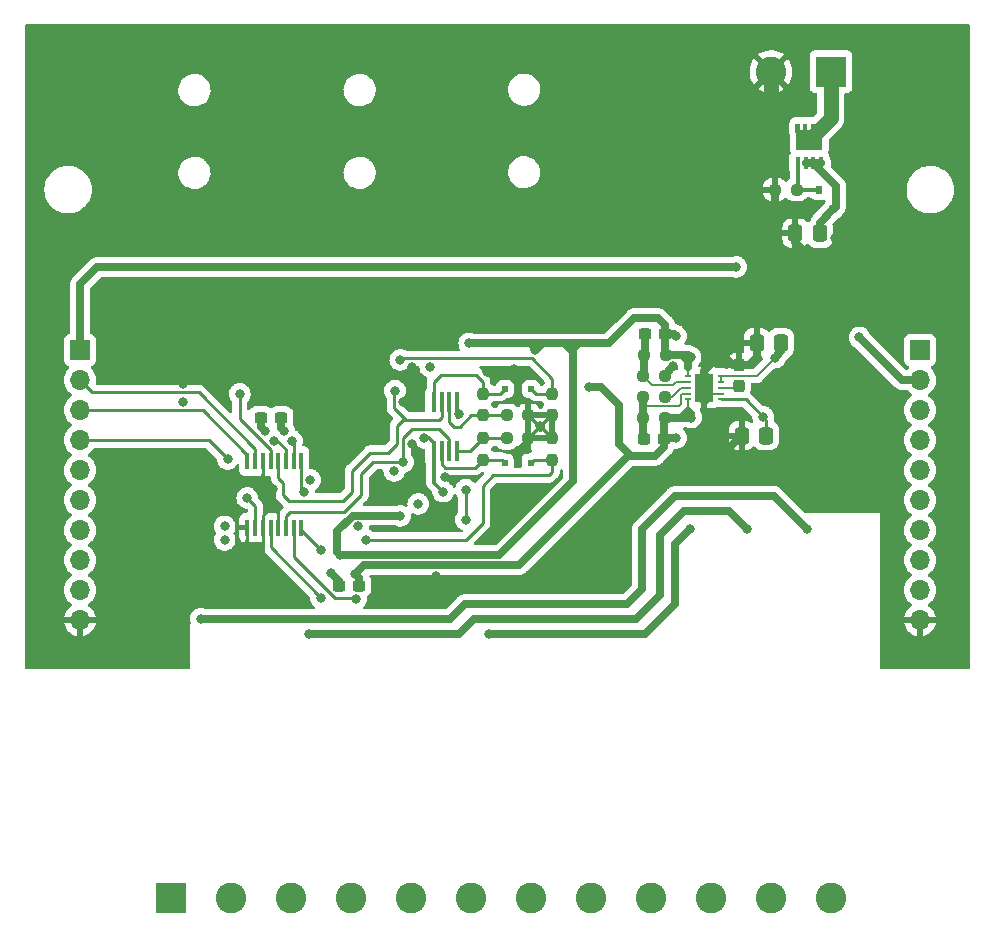
<source format=gbr>
%TF.GenerationSoftware,KiCad,Pcbnew,(6.0.8)*%
%TF.CreationDate,2022-11-04T20:36:36+01:00*%
%TF.ProjectId,Power_Meter,506f7765-725f-44d6-9574-65722e6b6963,rev?*%
%TF.SameCoordinates,Original*%
%TF.FileFunction,Copper,L4,Bot*%
%TF.FilePolarity,Positive*%
%FSLAX46Y46*%
G04 Gerber Fmt 4.6, Leading zero omitted, Abs format (unit mm)*
G04 Created by KiCad (PCBNEW (6.0.8)) date 2022-11-04 20:36:36*
%MOMM*%
%LPD*%
G01*
G04 APERTURE LIST*
G04 Aperture macros list*
%AMRoundRect*
0 Rectangle with rounded corners*
0 $1 Rounding radius*
0 $2 $3 $4 $5 $6 $7 $8 $9 X,Y pos of 4 corners*
0 Add a 4 corners polygon primitive as box body*
4,1,4,$2,$3,$4,$5,$6,$7,$8,$9,$2,$3,0*
0 Add four circle primitives for the rounded corners*
1,1,$1+$1,$2,$3*
1,1,$1+$1,$4,$5*
1,1,$1+$1,$6,$7*
1,1,$1+$1,$8,$9*
0 Add four rect primitives between the rounded corners*
20,1,$1+$1,$2,$3,$4,$5,0*
20,1,$1+$1,$4,$5,$6,$7,0*
20,1,$1+$1,$6,$7,$8,$9,0*
20,1,$1+$1,$8,$9,$2,$3,0*%
%AMFreePoly0*
4,1,21,1.372500,0.787500,0.862500,0.787500,0.862500,0.532500,1.372500,0.532500,1.372500,0.127500,0.862500,0.127500,0.862500,-0.127500,1.372500,-0.127500,1.372500,-0.532500,0.862500,-0.532500,0.862500,-0.787500,1.372500,-0.787500,1.372500,-1.195000,0.612500,-1.195000,0.612500,-1.117500,-0.862500,-1.117500,-0.862500,1.117500,0.612500,1.117500,0.612500,1.195000,1.372500,1.195000,
1.372500,0.787500,1.372500,0.787500,$1*%
G04 Aperture macros list end*
%TA.AperFunction,ComponentPad*%
%ADD10R,1.700000X1.700000*%
%TD*%
%TA.AperFunction,ComponentPad*%
%ADD11O,1.700000X1.700000*%
%TD*%
%TA.AperFunction,ComponentPad*%
%ADD12R,2.600000X2.600000*%
%TD*%
%TA.AperFunction,ComponentPad*%
%ADD13C,2.600000*%
%TD*%
%TA.AperFunction,SMDPad,CuDef*%
%ADD14RoundRect,0.237500X0.250000X0.237500X-0.250000X0.237500X-0.250000X-0.237500X0.250000X-0.237500X0*%
%TD*%
%TA.AperFunction,SMDPad,CuDef*%
%ADD15R,0.600000X0.700000*%
%TD*%
%TA.AperFunction,SMDPad,CuDef*%
%ADD16RoundRect,0.250000X-0.337500X-0.475000X0.337500X-0.475000X0.337500X0.475000X-0.337500X0.475000X0*%
%TD*%
%TA.AperFunction,SMDPad,CuDef*%
%ADD17RoundRect,0.250000X0.337500X0.475000X-0.337500X0.475000X-0.337500X-0.475000X0.337500X-0.475000X0*%
%TD*%
%TA.AperFunction,SMDPad,CuDef*%
%ADD18FreePoly0,90.000000*%
%TD*%
%TA.AperFunction,SMDPad,CuDef*%
%ADD19R,0.405000X0.990000*%
%TD*%
%TA.AperFunction,SMDPad,CuDef*%
%ADD20RoundRect,0.237500X-0.300000X-0.237500X0.300000X-0.237500X0.300000X0.237500X-0.300000X0.237500X0*%
%TD*%
%TA.AperFunction,SMDPad,CuDef*%
%ADD21R,0.584200X0.228600*%
%TD*%
%TA.AperFunction,ComponentPad*%
%ADD22C,0.500000*%
%TD*%
%TA.AperFunction,SMDPad,CuDef*%
%ADD23R,1.625600X2.393800*%
%TD*%
%TA.AperFunction,SMDPad,CuDef*%
%ADD24RoundRect,0.237500X-0.237500X0.250000X-0.237500X-0.250000X0.237500X-0.250000X0.237500X0.250000X0*%
%TD*%
%TA.AperFunction,SMDPad,CuDef*%
%ADD25RoundRect,0.237500X0.300000X0.237500X-0.300000X0.237500X-0.300000X-0.237500X0.300000X-0.237500X0*%
%TD*%
%TA.AperFunction,SMDPad,CuDef*%
%ADD26RoundRect,0.237500X0.237500X-0.250000X0.237500X0.250000X-0.237500X0.250000X-0.237500X-0.250000X0*%
%TD*%
%TA.AperFunction,SMDPad,CuDef*%
%ADD27RoundRect,0.237500X-0.250000X-0.237500X0.250000X-0.237500X0.250000X0.237500X-0.250000X0.237500X0*%
%TD*%
%TA.AperFunction,SMDPad,CuDef*%
%ADD28R,0.500000X0.500000*%
%TD*%
%TA.AperFunction,SMDPad,CuDef*%
%ADD29R,0.355600X1.473200*%
%TD*%
%TA.AperFunction,SMDPad,CuDef*%
%ADD30R,0.431800X1.778000*%
%TD*%
%TA.AperFunction,SMDPad,CuDef*%
%ADD31RoundRect,0.237500X0.237500X-0.300000X0.237500X0.300000X-0.237500X0.300000X-0.237500X-0.300000X0*%
%TD*%
%TA.AperFunction,ViaPad*%
%ADD32C,0.800000*%
%TD*%
%TA.AperFunction,Conductor*%
%ADD33C,0.635000*%
%TD*%
%TA.AperFunction,Conductor*%
%ADD34C,1.270000*%
%TD*%
%TA.AperFunction,Conductor*%
%ADD35C,0.250000*%
%TD*%
%TA.AperFunction,Conductor*%
%ADD36C,0.200000*%
%TD*%
%TA.AperFunction,Conductor*%
%ADD37C,0.317500*%
%TD*%
G04 APERTURE END LIST*
D10*
%TO.P,J6,1,Pin_1*%
%TO.N,+5V*%
X75500000Y-88580000D03*
D11*
%TO.P,J6,2,Pin_2*%
%TO.N,Net-(J6-Pad2)*%
X75500000Y-91120000D03*
%TO.P,J6,3,Pin_3*%
%TO.N,Net-(J6-Pad3)*%
X75500000Y-93660000D03*
%TO.P,J6,4,Pin_4*%
%TO.N,/Current Frontend/I_rms_out*%
X75500000Y-96200000D03*
%TO.P,J6,5,Pin_5*%
%TO.N,/Voltage Frontend/V_rms_out*%
X75500000Y-98740000D03*
%TO.P,J6,6,Pin_6*%
%TO.N,/Current Frontend/I_phase_out*%
X75500000Y-101280000D03*
%TO.P,J6,7,Pin_7*%
%TO.N,/Voltage Frontend/V_phase_out*%
X75500000Y-103820000D03*
%TO.P,J6,8,Pin_8*%
%TO.N,unconnected-(J6-Pad8)*%
X75500000Y-106360000D03*
%TO.P,J6,9,Pin_9*%
%TO.N,unconnected-(J6-Pad9)*%
X75500000Y-108900000D03*
%TO.P,J6,10,Pin_10*%
%TO.N,GND*%
X75500000Y-111440000D03*
%TD*%
D10*
%TO.P,J7,1,Pin_1*%
%TO.N,+5V*%
X146620000Y-88580000D03*
D11*
%TO.P,J7,2,Pin_2*%
%TO.N,+3V3*%
X146620000Y-91120000D03*
%TO.P,J7,3,Pin_3*%
%TO.N,-3V3*%
X146620000Y-93660000D03*
%TO.P,J7,4,Pin_4*%
%TO.N,unconnected-(J7-Pad4)*%
X146620000Y-96200000D03*
%TO.P,J7,5,Pin_5*%
%TO.N,unconnected-(J7-Pad5)*%
X146620000Y-98740000D03*
%TO.P,J7,6,Pin_6*%
%TO.N,unconnected-(J7-Pad6)*%
X146620000Y-101280000D03*
%TO.P,J7,7,Pin_7*%
%TO.N,unconnected-(J7-Pad7)*%
X146620000Y-103820000D03*
%TO.P,J7,8,Pin_8*%
%TO.N,unconnected-(J7-Pad8)*%
X146620000Y-106360000D03*
%TO.P,J7,9,Pin_9*%
%TO.N,unconnected-(J7-Pad9)*%
X146620000Y-108900000D03*
%TO.P,J7,10,Pin_10*%
%TO.N,GND*%
X146620000Y-111440000D03*
%TD*%
D12*
%TO.P,J4,1,Pin_1*%
%TO.N,unconnected-(J4-Pad1)*%
X83200000Y-135000000D03*
D13*
%TO.P,J4,2,Pin_2*%
%TO.N,L1*%
X88280000Y-135000000D03*
%TO.P,J4,3,Pin_3*%
%TO.N,unconnected-(J4-Pad3)*%
X93360000Y-135000000D03*
%TO.P,J4,4,Pin_4*%
%TO.N,unconnected-(J4-Pad4)*%
X98440000Y-135000000D03*
%TO.P,J4,5,Pin_5*%
%TO.N,L2*%
X103520000Y-135000000D03*
%TO.P,J4,6,Pin_6*%
%TO.N,unconnected-(J4-Pad6)*%
X108600000Y-135000000D03*
%TO.P,J4,7,Pin_7*%
%TO.N,unconnected-(J4-Pad7)*%
X113680000Y-135000000D03*
%TO.P,J4,8,Pin_8*%
%TO.N,L3*%
X118760000Y-135000000D03*
%TO.P,J4,9,Pin_9*%
%TO.N,unconnected-(J4-Pad9)*%
X123840000Y-135000000D03*
%TO.P,J4,10,Pin_10*%
%TO.N,unconnected-(J4-Pad10)*%
X128920000Y-135000000D03*
%TO.P,J4,11,Pin_11*%
%TO.N,N*%
X134000000Y-135000000D03*
%TO.P,J4,12,Pin_12*%
%TO.N,unconnected-(J4-Pad12)*%
X139080000Y-135000000D03*
%TD*%
D12*
%TO.P,J5,1,Pin_1*%
%TO.N,Net-(J5-Pad1)*%
X139085000Y-65000000D03*
D13*
%TO.P,J5,2,Pin_2*%
%TO.N,GND*%
X134005000Y-65000000D03*
%TD*%
D14*
%TO.P,R64,1*%
%TO.N,-3V3*%
X124995000Y-94296000D03*
%TO.P,R64,2*%
%TO.N,Net-(C28-Pad1)*%
X123170000Y-94296000D03*
%TD*%
D15*
%TO.P,D9,1,K*%
%TO.N,Net-(C31-Pad1)*%
X139514500Y-74992000D03*
%TO.P,D9,2,A*%
%TO.N,Net-(D9-Pad2)*%
X138114500Y-74992000D03*
%TD*%
D16*
%TO.P,C35,1*%
%TO.N,GND*%
X136077952Y-78675000D03*
%TO.P,C35,2*%
%TO.N,Net-(C31-Pad1)*%
X138152952Y-78675000D03*
%TD*%
D17*
%TO.P,C25,1*%
%TO.N,Net-(C25-Pad1)*%
X133605500Y-95820000D03*
%TO.P,C25,2*%
%TO.N,GND*%
X131530500Y-95820000D03*
%TD*%
D18*
%TO.P,Q1,D,D*%
%TO.N,Net-(J5-Pad1)*%
X137267000Y-70751500D03*
D19*
%TO.P,Q1,G,G*%
%TO.N,Net-(D9-Pad2)*%
X136277000Y-72744000D03*
%TO.P,Q1,S,S*%
%TO.N,Net-(C31-Pad1)*%
X136937000Y-72744000D03*
X137597000Y-72744000D03*
X138257000Y-72744000D03*
%TD*%
D20*
%TO.P,C13,1*%
%TO.N,+3V3*%
X97415500Y-108520000D03*
%TO.P,C13,2*%
%TO.N,-3V3*%
X99140500Y-108520000D03*
%TD*%
D21*
%TO.P,U8,1,INP*%
%TO.N,Net-(C24-Pad1)*%
X129777000Y-90755999D03*
%TO.P,U8,2,EN*%
X129777000Y-91255998D03*
%TO.P,U8,3,NR_SS*%
%TO.N,Net-(C26-Pad1)*%
X129777000Y-91756000D03*
%TO.P,U8,4,GND*%
%TO.N,GND*%
X129777000Y-92255999D03*
%TO.P,U8,5,INN*%
%TO.N,Net-(C25-Pad1)*%
X129777000Y-92756001D03*
%TO.P,U8,6,OUTN*%
%TO.N,-3V3*%
X126977000Y-92756001D03*
%TO.P,U8,7,FBN*%
%TO.N,Net-(C28-Pad1)*%
X126977000Y-92256002D03*
%TO.P,U8,8,BUF*%
%TO.N,Net-(R63-Pad2)*%
X126977000Y-91756000D03*
%TO.P,U8,9,FBP*%
%TO.N,Net-(C27-Pad2)*%
X126977000Y-91256001D03*
%TO.P,U8,10,OUTP*%
%TO.N,+3V3*%
X126977000Y-90755999D03*
D22*
%TO.P,U8,11,PAD*%
%TO.N,GND*%
X128377000Y-91756000D03*
D23*
X128377000Y-91756000D03*
D22*
X127927000Y-90956000D03*
X127927000Y-92556000D03*
X128827000Y-90956000D03*
X128827000Y-92556000D03*
%TD*%
D24*
%TO.P,R57,1*%
%TO.N,GND*%
X115499200Y-96025100D03*
%TO.P,R57,2*%
%TO.N,/Voltage Frontend/V_phase_out*%
X115499200Y-97850100D03*
%TD*%
D25*
%TO.P,C27,1*%
%TO.N,+3V3*%
X125048500Y-87184000D03*
%TO.P,C27,2*%
%TO.N,Net-(C27-Pad2)*%
X123323500Y-87184000D03*
%TD*%
D17*
%TO.P,C24,1*%
%TO.N,Net-(C24-Pad1)*%
X134875500Y-87946000D03*
%TO.P,C24,2*%
%TO.N,GND*%
X132800500Y-87946000D03*
%TD*%
D20*
%TO.P,C28,1*%
%TO.N,Net-(C28-Pad1)*%
X123220000Y-96074000D03*
%TO.P,C28,2*%
%TO.N,-3V3*%
X124945000Y-96074000D03*
%TD*%
D26*
%TO.P,R59,1*%
%TO.N,Net-(R58-Pad2)*%
X109606400Y-94090900D03*
%TO.P,R59,2*%
%TO.N,Net-(D8-Pad2)*%
X109606400Y-92265900D03*
%TD*%
D27*
%TO.P,R62,1*%
%TO.N,Net-(C27-Pad2)*%
X123273500Y-88962000D03*
%TO.P,R62,2*%
%TO.N,+3V3*%
X125098500Y-88962000D03*
%TD*%
%TO.P,R65,1*%
%TO.N,Net-(C27-Pad2)*%
X123170000Y-90740000D03*
%TO.P,R65,2*%
%TO.N,GND*%
X124995000Y-90740000D03*
%TD*%
D25*
%TO.P,C16,1*%
%TO.N,+3V3*%
X92536500Y-94296000D03*
%TO.P,C16,2*%
%TO.N,-3V3*%
X90811500Y-94296000D03*
%TD*%
D24*
%TO.P,R56,1*%
%TO.N,Net-(R55-Pad2)*%
X109606400Y-96050500D03*
%TO.P,R56,2*%
%TO.N,Net-(D7-Pad2)*%
X109606400Y-97875500D03*
%TD*%
D14*
%TO.P,R58,1*%
%TO.N,GND*%
X113465300Y-94092800D03*
%TO.P,R58,2*%
%TO.N,Net-(R58-Pad2)*%
X111640300Y-94092800D03*
%TD*%
D28*
%TO.P,D7,1,K*%
%TO.N,/Voltage Frontend/V_phase_out*%
X113652800Y-98106000D03*
%TO.P,D7,2,A*%
%TO.N,Net-(D7-Pad2)*%
X111452800Y-98106000D03*
%TD*%
%TO.P,D8,1,K*%
%TO.N,/Current Frontend/I_phase_out*%
X113703600Y-91857600D03*
%TO.P,D8,2,A*%
%TO.N,Net-(D8-Pad2)*%
X111503600Y-91857600D03*
%TD*%
D27*
%TO.P,R68,1*%
%TO.N,GND*%
X134346000Y-74992000D03*
%TO.P,R68,2*%
%TO.N,Net-(D9-Pad2)*%
X136171000Y-74992000D03*
%TD*%
D29*
%TO.P,U3,1,S1B*%
%TO.N,Net-(R46-Pad2)*%
X94237999Y-103605400D03*
%TO.P,U3,2,S3B*%
%TO.N,Net-(R48-Pad2)*%
X93588001Y-103605400D03*
%TO.P,U3,3,DB*%
%TO.N,Net-(U3-Pad3)*%
X92937999Y-103605400D03*
%TO.P,U3,4,S4B*%
%TO.N,GND*%
X92288001Y-103605400D03*
%TO.P,U3,5,S2B*%
%TO.N,Net-(R47-Pad2)*%
X91638002Y-103605400D03*
%TO.P,U3,6,EN*%
%TO.N,GND*%
X90988001Y-103605400D03*
%TO.P,U3,7,VSS*%
%TO.N,-3V3*%
X90338002Y-103605400D03*
%TO.P,U3,8,GND*%
%TO.N,GND*%
X89688001Y-103605400D03*
%TO.P,U3,9,A1*%
%TO.N,Net-(J6-Pad3)*%
X89688001Y-97966600D03*
%TO.P,U3,10,A0*%
%TO.N,Net-(J6-Pad2)*%
X90337999Y-97966600D03*
%TO.P,U3,11,S4A*%
%TO.N,GND*%
X90988001Y-97966600D03*
%TO.P,U3,12,S1A*%
%TO.N,Net-(C6-Pad2)*%
X91637999Y-97966600D03*
%TO.P,U3,13,DA*%
%TO.N,Net-(U3-Pad13)*%
X92287998Y-97966600D03*
%TO.P,U3,14,S2A*%
%TO.N,Net-(C5-Pad2)*%
X92937999Y-97966600D03*
%TO.P,U3,15,S3A*%
%TO.N,Net-(C4-Pad2)*%
X93587998Y-97966600D03*
%TO.P,U3,16,VDD*%
%TO.N,+3V3*%
X94237999Y-97966600D03*
%TD*%
D27*
%TO.P,R63,1*%
%TO.N,Net-(C28-Pad1)*%
X123170000Y-92518000D03*
%TO.P,R63,2*%
%TO.N,Net-(R63-Pad2)*%
X124995000Y-92518000D03*
%TD*%
D26*
%TO.P,R60,1*%
%TO.N,GND*%
X115499200Y-94090900D03*
%TO.P,R60,2*%
%TO.N,/Current Frontend/I_phase_out*%
X115499200Y-92265900D03*
%TD*%
D30*
%TO.P,U6,1*%
%TO.N,Net-(D8-Pad2)*%
X105481801Y-93013300D03*
%TO.P,U6,2,-*%
%TO.N,Net-(U3-Pad13)*%
X106131799Y-93013300D03*
%TO.P,U6,3,+*%
%TO.N,Net-(R58-Pad2)*%
X106781801Y-93013300D03*
%TO.P,U6,4,V-*%
%TO.N,-3V3*%
X107431799Y-93013300D03*
%TO.P,U6,5,+*%
%TO.N,Net-(R55-Pad2)*%
X107431799Y-97102700D03*
%TO.P,U6,6,-*%
%TO.N,Net-(U3-Pad3)*%
X106781801Y-97102700D03*
%TO.P,U6,7*%
%TO.N,Net-(D7-Pad2)*%
X106131799Y-97102700D03*
%TO.P,U6,8,V+*%
%TO.N,+3V3*%
X105481801Y-97102700D03*
%TD*%
D14*
%TO.P,R55,1*%
%TO.N,GND*%
X113465300Y-96023200D03*
%TO.P,R55,2*%
%TO.N,Net-(R55-Pad2)*%
X111640300Y-96023200D03*
%TD*%
D31*
%TO.P,C26,1*%
%TO.N,Net-(C26-Pad1)*%
X131298000Y-91602500D03*
%TO.P,C26,2*%
%TO.N,GND*%
X131298000Y-89877500D03*
%TD*%
D32*
%TO.N,GND*%
X91948000Y-101600000D03*
X132568000Y-68261000D03*
X105664000Y-107696000D03*
X139426000Y-79056000D03*
X103594500Y-96524299D03*
X132800500Y-89194500D03*
X97626000Y-84492000D03*
X112268000Y-102362000D03*
X109982000Y-90424000D03*
X89408000Y-106172000D03*
X83647000Y-84155000D03*
X96012000Y-84328000D03*
X135890000Y-91694000D03*
X134346000Y-76516000D03*
X98230634Y-93598842D03*
X129794000Y-88900000D03*
X109728000Y-83820000D03*
X106426000Y-99314000D03*
X98284634Y-95163295D03*
X129286000Y-94234000D03*
X135362000Y-68261000D03*
X112268000Y-90170000D03*
X103632000Y-90015000D03*
X133965000Y-68261000D03*
X129413000Y-83693000D03*
X138430000Y-95250000D03*
X112776000Y-97028000D03*
X139172000Y-83628000D03*
X98229215Y-96751650D03*
X102870000Y-92964000D03*
X89774799Y-108062799D03*
X125741874Y-89938301D03*
X91857906Y-100341287D03*
X114483200Y-95007200D03*
X82296000Y-83820000D03*
X84201000Y-91440000D03*
X139954000Y-97282000D03*
X111252000Y-83820000D03*
X129540000Y-97790000D03*
X84201000Y-92935500D03*
X140442000Y-71944000D03*
X136759000Y-80072000D03*
X105664000Y-108966000D03*
%TO.N,Net-(C4-Pad2)*%
X93472000Y-96266000D03*
%TO.N,Net-(C5-Pad2)*%
X91948000Y-96266000D03*
%TO.N,Net-(C6-Pad2)*%
X89042000Y-92277000D03*
%TO.N,+3V3*%
X92787072Y-95441783D03*
X108458000Y-88010100D03*
X96754256Y-107471887D03*
X141500000Y-87500000D03*
X125984000Y-87376000D03*
X114061073Y-88608318D03*
X94488000Y-100584000D03*
X106252414Y-100567186D03*
X127212500Y-89194500D03*
X102616000Y-102616000D03*
X104648000Y-96012000D03*
X97536000Y-105918000D03*
%TO.N,-3V3*%
X104140000Y-101600000D03*
X107585277Y-94021279D03*
X89662000Y-101092000D03*
X98786000Y-107504000D03*
X118618000Y-91694000D03*
X125984000Y-96012000D03*
X105156000Y-90005500D03*
X91168276Y-95461728D03*
X127234000Y-94296000D03*
%TO.N,Net-(D4-Pad1)*%
X85740000Y-111327000D03*
X137048000Y-103707000D03*
%TO.N,Net-(D5-Pad1)*%
X131968000Y-103707000D03*
X94884000Y-112597000D03*
%TO.N,Net-(D6-Pad1)*%
X110124000Y-112597000D03*
X127142000Y-103707000D03*
%TO.N,Net-(R46-Pad2)*%
X95900000Y-105485000D03*
%TO.N,Net-(R47-Pad2)*%
X95900000Y-109549000D03*
%TO.N,Net-(R48-Pad2)*%
X98892549Y-109613049D03*
%TO.N,Net-(C31-Pad1)*%
X139299000Y-76643000D03*
%TO.N,Net-(C7-Pad1)*%
X94996000Y-99568000D03*
X102108000Y-98806000D03*
%TO.N,Net-(C8-Pad1)*%
X108184000Y-100392000D03*
X108184000Y-102932000D03*
%TO.N,/Current Frontend/I_rms_out*%
X88011000Y-97790000D03*
%TO.N,Net-(U3-Pad3)*%
X102870000Y-98044000D03*
%TO.N,Net-(U3-Pad13)*%
X102175800Y-92015800D03*
%TO.N,/Voltage Frontend/V_phase_out*%
X99695000Y-104648000D03*
X87757000Y-104648000D03*
%TO.N,/Current Frontend/I_phase_out*%
X99060000Y-103505000D03*
X87757000Y-103505000D03*
X102616000Y-89408000D03*
%TO.N,+5V*%
X131064000Y-81534000D03*
%TO.N,Net-(C24-Pad1)*%
X134346000Y-89216000D03*
%TO.N,Net-(C25-Pad1)*%
X133350000Y-94234000D03*
%TD*%
D33*
%TO.N,GND*%
X113465300Y-96338700D02*
X112776000Y-97028000D01*
D34*
X134005000Y-68221000D02*
X133965000Y-68261000D01*
D33*
X131298000Y-89877500D02*
X130771500Y-89877500D01*
D35*
X90988001Y-105607999D02*
X90424000Y-106172000D01*
X113467200Y-96023200D02*
X114483200Y-95007200D01*
X132822000Y-89216000D02*
X132800500Y-89194500D01*
X113465300Y-96023200D02*
X113467200Y-96023200D01*
D33*
X132800500Y-87946000D02*
X132800500Y-89194500D01*
X136077952Y-78675000D02*
X136077952Y-79390952D01*
D35*
X90988001Y-99471382D02*
X91857906Y-100341287D01*
D33*
X134346000Y-76516000D02*
X134346000Y-74992000D01*
D35*
X90988001Y-103605400D02*
X90988001Y-105607999D01*
D33*
X125710000Y-89978000D02*
X125710000Y-89970175D01*
D35*
X115497300Y-94092800D02*
X115499200Y-94090900D01*
X115499200Y-94090900D02*
X115399500Y-94090900D01*
D36*
X129140603Y-92255999D02*
X128827001Y-91942397D01*
D37*
X134346000Y-74992000D02*
X134346000Y-76491452D01*
D35*
X90988001Y-97966600D02*
X90988001Y-99471382D01*
D33*
X124995000Y-90740000D02*
X124995000Y-90685175D01*
D35*
X115499200Y-96025100D02*
X115499200Y-96023200D01*
X113465300Y-94092800D02*
X115497300Y-94092800D01*
X92288001Y-101940001D02*
X92202000Y-101854000D01*
D34*
X132568000Y-68261000D02*
X133965000Y-68261000D01*
D35*
X113465300Y-96023200D02*
X113465300Y-94092800D01*
D33*
X124995000Y-90685175D02*
X125741874Y-89938301D01*
D34*
X134005000Y-65000000D02*
X134005000Y-68221000D01*
D35*
X114379700Y-95007200D02*
X113465300Y-94092800D01*
D33*
X128377000Y-90317000D02*
X129794000Y-88900000D01*
D35*
X131298000Y-89877500D02*
X131398500Y-89978000D01*
D33*
X130771500Y-89877500D02*
X129794000Y-88900000D01*
D35*
X92288001Y-103605400D02*
X92288001Y-101940001D01*
X90988001Y-102559999D02*
X91948000Y-101600000D01*
X90988001Y-103605400D02*
X90988001Y-102559999D01*
X89688001Y-105891999D02*
X89408000Y-106172000D01*
D34*
X133965000Y-68261000D02*
X135362000Y-68261000D01*
D35*
X115499200Y-96023200D02*
X114483200Y-95007200D01*
D33*
X131298000Y-89877500D02*
X132160500Y-89877500D01*
D37*
X134346000Y-76491452D02*
X134321452Y-76516000D01*
D35*
X89688001Y-103605400D02*
X89688001Y-105891999D01*
D37*
X134346000Y-76491452D02*
X134346000Y-76516000D01*
D33*
X113465300Y-96023200D02*
X113465300Y-96338700D01*
X131530500Y-95820000D02*
X131510000Y-95820000D01*
X131510000Y-95820000D02*
X129540000Y-97790000D01*
X128377000Y-91756000D02*
X128377000Y-90317000D01*
D36*
X129777000Y-92255999D02*
X129140603Y-92255999D01*
D35*
X113465300Y-96023200D02*
X115497300Y-96023200D01*
X90424000Y-106172000D02*
X89408000Y-106172000D01*
X115497300Y-96023200D02*
X115499200Y-96025100D01*
D33*
X125710000Y-89970175D02*
X125741874Y-89938301D01*
D35*
X115399500Y-94090900D02*
X114483200Y-95007200D01*
D33*
X136077952Y-79390952D02*
X136759000Y-80072000D01*
X132160500Y-89877500D02*
X132822000Y-89216000D01*
D36*
X128827001Y-91942397D02*
X128827001Y-91756000D01*
D35*
X114483200Y-95007200D02*
X114379700Y-95007200D01*
X115499200Y-96025100D02*
X115499200Y-94090900D01*
%TO.N,Net-(C4-Pad2)*%
X93587998Y-97966600D02*
X93587998Y-96381998D01*
X93587998Y-96381998D02*
X93472000Y-96266000D01*
%TO.N,Net-(C5-Pad2)*%
X92937999Y-96991141D02*
X92212858Y-96266000D01*
X92937999Y-97966600D02*
X92937999Y-96991141D01*
X92212858Y-96266000D02*
X91948000Y-96266000D01*
%TO.N,Net-(C6-Pad2)*%
X91637999Y-97052198D02*
X89042000Y-94456199D01*
X89042000Y-94456199D02*
X89042000Y-92277000D01*
X91637999Y-97966600D02*
X91637999Y-97052198D01*
D37*
%TO.N,+3V3*%
X105481801Y-96421701D02*
X105481801Y-97102700D01*
X105481801Y-99796573D02*
X106252414Y-100567186D01*
D33*
X141500000Y-87500000D02*
X145120000Y-91120000D01*
X117731700Y-88010100D02*
X117221900Y-88519900D01*
X125048500Y-86440500D02*
X124460000Y-85852000D01*
X125792000Y-87184000D02*
X125984000Y-87376000D01*
D35*
X94237999Y-97966600D02*
X94237999Y-100333999D01*
D33*
X126977000Y-89473000D02*
X127234000Y-89216000D01*
X145120000Y-91120000D02*
X146620000Y-91120000D01*
X126466000Y-88962000D02*
X126977000Y-89473000D01*
X92536500Y-94296000D02*
X92536500Y-95191211D01*
X126977000Y-89975000D02*
X126977000Y-89473000D01*
X117221900Y-88010100D02*
X116205900Y-88010100D01*
D36*
X126977000Y-89721000D02*
X126977000Y-89975000D01*
X127234000Y-89216000D02*
X126980000Y-89216000D01*
D33*
X98580500Y-102587500D02*
X97282000Y-103886000D01*
X125048500Y-88912000D02*
X125098500Y-88962000D01*
X124460000Y-85852000D02*
X122428000Y-85852000D01*
X126430000Y-88962000D02*
X126980000Y-88962000D01*
X125048500Y-87184000D02*
X125048500Y-88912000D01*
X116458100Y-88010100D02*
X117221900Y-88773900D01*
X117982100Y-88010100D02*
X117221900Y-88010100D01*
X125048500Y-87184000D02*
X125792000Y-87184000D01*
X122428000Y-85852000D02*
X120269900Y-88010100D01*
X97415500Y-108133131D02*
X96754256Y-107471887D01*
X110998000Y-105918000D02*
X97536000Y-105918000D01*
D36*
X126980000Y-89216000D02*
X126726000Y-89470000D01*
D33*
X92536500Y-95191211D02*
X92787072Y-95441783D01*
D37*
X104648000Y-96012000D02*
X105072100Y-96012000D01*
X105072100Y-96012000D02*
X105481801Y-96421701D01*
D33*
X117221900Y-99694100D02*
X110998000Y-105918000D01*
X113664100Y-88010100D02*
X108458000Y-88010100D01*
X126980000Y-88962000D02*
X127234000Y-89216000D01*
X116205900Y-88010100D02*
X114680100Y-88010100D01*
D36*
X126218000Y-88962000D02*
X126726000Y-89470000D01*
D33*
X125048500Y-87184000D02*
X125048500Y-86440500D01*
X114081882Y-88608318D02*
X114680100Y-88010100D01*
X97282000Y-103886000D02*
X97282000Y-105664000D01*
X102587500Y-102587500D02*
X98580500Y-102587500D01*
X97282000Y-105664000D02*
X97536000Y-105918000D01*
D37*
X105481801Y-97102700D02*
X105481801Y-99796573D01*
D33*
X102616000Y-102616000D02*
X102587500Y-102587500D01*
X117982100Y-88010100D02*
X117731700Y-88010100D01*
D36*
X126726000Y-89470000D02*
X126977000Y-89721000D01*
D33*
X114061073Y-88608318D02*
X114061073Y-88407073D01*
X114061073Y-88608318D02*
X114081882Y-88608318D01*
X120269900Y-88010100D02*
X117982100Y-88010100D01*
D35*
X94237999Y-100333999D02*
X94488000Y-100584000D01*
D33*
X117221900Y-88773900D02*
X117221900Y-99694100D01*
X125098500Y-88962000D02*
X126430000Y-88962000D01*
X117221900Y-88010100D02*
X117221900Y-88519900D01*
X114061073Y-88407073D02*
X113664100Y-88010100D01*
D36*
X125098500Y-88962000D02*
X126218000Y-88962000D01*
D33*
X117221900Y-88519900D02*
X117221900Y-88773900D01*
X116205900Y-88010100D02*
X116458100Y-88010100D01*
X126430000Y-88962000D02*
X126466000Y-88962000D01*
D36*
X126977000Y-90755999D02*
X126977000Y-89975000D01*
D33*
X114680100Y-88010100D02*
X113664100Y-88010100D01*
X97415500Y-108520000D02*
X97415500Y-108133131D01*
%TO.N,-3V3*%
X125984000Y-96012000D02*
X125007000Y-96012000D01*
X119634000Y-91694000D02*
X118618000Y-91694000D01*
X126430000Y-94296000D02*
X126977000Y-93749000D01*
X99140500Y-107858500D02*
X98786000Y-107504000D01*
X124945000Y-96074000D02*
X124945000Y-94346000D01*
X99511500Y-106778500D02*
X112677500Y-106778500D01*
X90811500Y-94296000D02*
X90811500Y-95104952D01*
D35*
X90338002Y-101768002D02*
X89662000Y-101092000D01*
D36*
X126977000Y-92756001D02*
X126977000Y-93023000D01*
D33*
X98786000Y-107504000D02*
X99511500Y-106778500D01*
D36*
X126977000Y-93023000D02*
X126977000Y-93537000D01*
D33*
X121158000Y-96520000D02*
X121158000Y-93218000D01*
X125007000Y-96012000D02*
X124945000Y-96074000D01*
D36*
X125792000Y-94296000D02*
X124995000Y-94296000D01*
D33*
X99140500Y-108520000D02*
X99140500Y-107858500D01*
D36*
X126977000Y-93749000D02*
X126977000Y-94039000D01*
D33*
X112677500Y-106778500D02*
X121920000Y-97536000D01*
D36*
X107431799Y-93013300D02*
X107431799Y-94288101D01*
X126218000Y-94296000D02*
X125792000Y-94296000D01*
D33*
X124945000Y-96074000D02*
X124945000Y-96797000D01*
X121920000Y-97536000D02*
X122174000Y-97536000D01*
X124995000Y-94296000D02*
X127234000Y-94296000D01*
X127234000Y-94006000D02*
X126977000Y-93749000D01*
X90811500Y-95104952D02*
X91168276Y-95461728D01*
D35*
X107431799Y-93867801D02*
X107585277Y-94021279D01*
D33*
X127234000Y-94296000D02*
X127234000Y-94006000D01*
D36*
X126977000Y-94039000D02*
X127234000Y-94296000D01*
D33*
X124945000Y-96797000D02*
X124206000Y-97536000D01*
D36*
X126977000Y-93023000D02*
X126977000Y-93749000D01*
D33*
X121158000Y-93218000D02*
X119634000Y-91694000D01*
X124206000Y-97536000D02*
X122174000Y-97536000D01*
D35*
X90338002Y-103605400D02*
X90338002Y-101768002D01*
D36*
X126977000Y-93537000D02*
X126726000Y-93788000D01*
X126726000Y-93788000D02*
X126218000Y-94296000D01*
X126977000Y-94039000D02*
X126726000Y-93788000D01*
D35*
X107431799Y-93013300D02*
X107431799Y-93867801D01*
D33*
X124945000Y-94346000D02*
X124995000Y-94296000D01*
X125792000Y-94296000D02*
X126430000Y-94296000D01*
X122174000Y-97536000D02*
X121158000Y-96520000D01*
%TO.N,Net-(D4-Pad1)*%
X106822000Y-111327000D02*
X85740000Y-111327000D01*
X121808000Y-110057000D02*
X108092000Y-110057000D01*
X123078000Y-103707000D02*
X123078000Y-108787000D01*
X134254000Y-100913000D02*
X125872000Y-100913000D01*
X123078000Y-108787000D02*
X121808000Y-110057000D01*
X137048000Y-103707000D02*
X134254000Y-100913000D01*
X125872000Y-100913000D02*
X123078000Y-103707000D01*
X108092000Y-110057000D02*
X106822000Y-111327000D01*
%TO.N,Net-(D5-Pad1)*%
X124602000Y-109295000D02*
X122570000Y-111327000D01*
X130444000Y-102183000D02*
X126634000Y-102183000D01*
X107584000Y-112597000D02*
X94884000Y-112597000D01*
X108854000Y-111327000D02*
X107584000Y-112597000D01*
X126634000Y-102183000D02*
X124602000Y-104215000D01*
X131968000Y-103707000D02*
X130444000Y-102183000D01*
X124602000Y-104215000D02*
X124602000Y-109295000D01*
X122570000Y-111327000D02*
X108854000Y-111327000D01*
%TO.N,Net-(D6-Pad1)*%
X123332000Y-112597000D02*
X110124000Y-112597000D01*
X125872000Y-104977000D02*
X125872000Y-110057000D01*
X127142000Y-103707000D02*
X125872000Y-104977000D01*
X125872000Y-110057000D02*
X123332000Y-112597000D01*
D35*
%TO.N,Net-(R46-Pad2)*%
X94237999Y-103822999D02*
X95900000Y-105485000D01*
X94237999Y-103605400D02*
X94237999Y-103822999D01*
%TO.N,Net-(R47-Pad2)*%
X91638002Y-105287002D02*
X95900000Y-109549000D01*
X91638002Y-103605400D02*
X91638002Y-105287002D01*
%TO.N,Net-(R48-Pad2)*%
X93588001Y-106059776D02*
X97064225Y-109536000D01*
X97064225Y-109536000D02*
X98815500Y-109536000D01*
X93588001Y-103605400D02*
X93588001Y-106059776D01*
X98815500Y-109536000D02*
X98892549Y-109613049D01*
D33*
%TO.N,Net-(C31-Pad1)*%
X139514500Y-74992000D02*
X139514500Y-74661500D01*
X138152952Y-77789048D02*
X139299000Y-76643000D01*
X137597000Y-72744000D02*
X136997000Y-72744000D01*
D37*
X136937000Y-72744000D02*
X137597000Y-72744000D01*
D33*
X138257000Y-72744000D02*
X137597000Y-72744000D01*
D37*
X139514500Y-74851048D02*
X139514500Y-74992000D01*
D33*
X139514500Y-74992000D02*
X139514500Y-76427500D01*
X139514500Y-74661500D02*
X137597000Y-72744000D01*
X138152952Y-78675000D02*
X138152952Y-77789048D01*
X139514500Y-76427500D02*
X139299000Y-76643000D01*
D35*
%TO.N,Net-(C8-Pad1)*%
X108184000Y-102932000D02*
X108184000Y-100392000D01*
%TO.N,/Current Frontend/I_rms_out*%
X86421000Y-96200000D02*
X88011000Y-97790000D01*
X75500000Y-96200000D02*
X86421000Y-96200000D01*
%TO.N,Net-(U3-Pad3)*%
X100330000Y-98044000D02*
X102870000Y-98044000D01*
X93283799Y-102273000D02*
X92937999Y-102618800D01*
X92937999Y-102618800D02*
X92937999Y-103605400D01*
X97879000Y-102273000D02*
X93283799Y-102273000D01*
X99314000Y-99060000D02*
X99314000Y-100838000D01*
X103632000Y-95250000D02*
X105918000Y-95250000D01*
X106781801Y-96113801D02*
X105918000Y-95250000D01*
X102870000Y-98044000D02*
X102870000Y-96012000D01*
X99314000Y-100838000D02*
X97879000Y-102273000D01*
X106781801Y-97102700D02*
X106781801Y-96113801D01*
X100330000Y-98044000D02*
X99314000Y-99060000D01*
X102870000Y-96012000D02*
X103632000Y-95250000D01*
%TO.N,Net-(U3-Pad13)*%
X102108000Y-92083600D02*
X102108000Y-93472000D01*
X101600000Y-97282000D02*
X102362000Y-96520000D01*
X103124000Y-94488000D02*
X105918000Y-94488000D01*
X100076000Y-97282000D02*
X101600000Y-97282000D01*
X105918000Y-94488000D02*
X106131799Y-94274201D01*
X92287998Y-97966600D02*
X92287998Y-99399998D01*
X92287998Y-99399998D02*
X92710000Y-99822000D01*
X102362000Y-94996000D02*
X102870000Y-94488000D01*
X106131799Y-94274201D02*
X106131799Y-93013300D01*
X98552000Y-98806000D02*
X100076000Y-97282000D01*
X98552000Y-100584000D02*
X98552000Y-98806000D01*
X92710000Y-99822000D02*
X92710000Y-100838000D01*
X102362000Y-96520000D02*
X102362000Y-94996000D01*
X97790000Y-101346000D02*
X98552000Y-100584000D01*
X92710000Y-100838000D02*
X93218000Y-101346000D01*
X102175800Y-92015800D02*
X102108000Y-92083600D01*
X102870000Y-94488000D02*
X103124000Y-94488000D01*
X102108000Y-93472000D02*
X103124000Y-94488000D01*
X93218000Y-101346000D02*
X97790000Y-101346000D01*
%TO.N,/Voltage Frontend/V_phase_out*%
X108204000Y-104648000D02*
X109601000Y-103251000D01*
X115189000Y-99187000D02*
X115499200Y-98876800D01*
X113908700Y-97850100D02*
X113652800Y-98106000D01*
X115499200Y-97850100D02*
X113908700Y-97850100D01*
X110490000Y-99187000D02*
X115189000Y-99187000D01*
X109601000Y-100076000D02*
X110490000Y-99187000D01*
X99695000Y-104648000D02*
X108204000Y-104648000D01*
X115499200Y-98876800D02*
X115499200Y-97850100D01*
X109601000Y-103251000D02*
X109601000Y-100076000D01*
%TO.N,Net-(D7-Pad2)*%
X108929900Y-98552000D02*
X109606400Y-97875500D01*
X106131799Y-98257799D02*
X106426000Y-98552000D01*
X106426000Y-98552000D02*
X108929900Y-98552000D01*
X106131799Y-97102700D02*
X106131799Y-98257799D01*
X111222300Y-97875500D02*
X111452800Y-98106000D01*
X109606400Y-97875500D02*
X111222300Y-97875500D01*
%TO.N,/Current Frontend/I_phase_out*%
X114111900Y-92265900D02*
X113703600Y-91857600D01*
X115499200Y-92265900D02*
X114111900Y-92265900D01*
X102743000Y-89281000D02*
X113792000Y-89281000D01*
X102616000Y-89408000D02*
X102743000Y-89281000D01*
X113792000Y-89281000D02*
X115499200Y-90988200D01*
X115499200Y-90988200D02*
X115499200Y-92265900D01*
%TO.N,Net-(D8-Pad2)*%
X109047600Y-90689200D02*
X109606400Y-91248000D01*
X105481801Y-91308599D02*
X106101200Y-90689200D01*
X106101200Y-90689200D02*
X109047600Y-90689200D01*
X111095300Y-92265900D02*
X111503600Y-91857600D01*
X105481801Y-93013300D02*
X105481801Y-91308599D01*
X109606400Y-91248000D02*
X109606400Y-92265900D01*
X109606400Y-92265900D02*
X111095300Y-92265900D01*
%TO.N,Net-(J6-Pad2)*%
X85561000Y-92165000D02*
X76545000Y-92165000D01*
X90337999Y-97966600D02*
X90337999Y-96941999D01*
X76545000Y-92165000D02*
X75500000Y-91120000D01*
X90337999Y-96941999D02*
X85561000Y-92165000D01*
%TO.N,Net-(J6-Pad3)*%
X89688001Y-97430001D02*
X85918000Y-93660000D01*
X85918000Y-93660000D02*
X75500000Y-93660000D01*
X89688001Y-97966600D02*
X89688001Y-97430001D01*
D33*
%TO.N,+5V*%
X76962000Y-81534000D02*
X75500000Y-82996000D01*
X131064000Y-81534000D02*
X76962000Y-81534000D01*
X75500000Y-82996000D02*
X75500000Y-88580000D01*
D36*
%TO.N,Net-(C24-Pad1)*%
X132806001Y-90755999D02*
X129777000Y-90755999D01*
X129777000Y-90997000D02*
X129774000Y-90994000D01*
X129774000Y-90758999D02*
X129777000Y-90755999D01*
D33*
X134875500Y-88686500D02*
X134346000Y-89216000D01*
D36*
X134346000Y-89216000D02*
X132806001Y-90755999D01*
X129774000Y-90994000D02*
X129774000Y-90758999D01*
D33*
X134875500Y-87946000D02*
X134875500Y-88686500D01*
D36*
X129777000Y-91255998D02*
X129777000Y-90997000D01*
D35*
%TO.N,Net-(C25-Pad1)*%
X133605500Y-95820000D02*
X133605500Y-94489500D01*
X131872001Y-92756001D02*
X129777000Y-92756001D01*
X133350000Y-94234000D02*
X131872001Y-92756001D01*
X133605500Y-94489500D02*
X133350000Y-94234000D01*
D36*
%TO.N,Net-(C26-Pad1)*%
X131144500Y-91756000D02*
X131298000Y-91602500D01*
X129777000Y-91756000D02*
X131144500Y-91756000D01*
D33*
%TO.N,Net-(C27-Pad2)*%
X123273500Y-90636500D02*
X123170000Y-90740000D01*
D36*
X125697000Y-91515000D02*
X123945000Y-91515000D01*
X125955999Y-91256001D02*
X125697000Y-91515000D01*
D33*
X123323500Y-87184000D02*
X123323500Y-88912000D01*
X123273500Y-88962000D02*
X123273500Y-90636500D01*
D36*
X126977000Y-91256001D02*
X125955999Y-91256001D01*
X123945000Y-91515000D02*
X123170000Y-90740000D01*
D33*
X123323500Y-88912000D02*
X123273500Y-88962000D01*
D36*
%TO.N,Net-(C28-Pad1)*%
X126384900Y-92341701D02*
X126384900Y-93113100D01*
X123183000Y-93293000D02*
X123170000Y-93280000D01*
D33*
X123170000Y-94296000D02*
X123170000Y-96024000D01*
D36*
X126470599Y-92256002D02*
X126384900Y-92341701D01*
X126205000Y-93293000D02*
X123183000Y-93293000D01*
X126384900Y-93113100D02*
X126205000Y-93293000D01*
X123170000Y-93280000D02*
X123170000Y-92518000D01*
D33*
X123170000Y-92518000D02*
X123170000Y-94296000D01*
X123170000Y-96024000D02*
X123220000Y-96074000D01*
D36*
X126977000Y-92256002D02*
X126470599Y-92256002D01*
X123170000Y-94296000D02*
X123170000Y-93430500D01*
X123170000Y-93430500D02*
X123170000Y-93280000D01*
%TO.N,Net-(R63-Pad2)*%
X126977000Y-91756000D02*
X126404916Y-91756000D01*
X125642916Y-92518000D02*
X124995000Y-92518000D01*
X126404916Y-91756000D02*
X125642916Y-92518000D01*
D37*
%TO.N,Net-(D9-Pad2)*%
X136277000Y-72744000D02*
X136277000Y-74886000D01*
X138114500Y-74992000D02*
X136171000Y-74992000D01*
X136277000Y-74886000D02*
X136171000Y-74992000D01*
D34*
%TO.N,Net-(J5-Pad1)*%
X139085000Y-65000000D02*
X139085000Y-68933500D01*
X139085000Y-68933500D02*
X137267000Y-70751500D01*
D35*
%TO.N,Net-(R55-Pad2)*%
X109606400Y-96050500D02*
X111613000Y-96050500D01*
X107431799Y-97102700D02*
X108554200Y-97102700D01*
X111613000Y-96050500D02*
X111640300Y-96023200D01*
X108554200Y-97102700D02*
X109606400Y-96050500D01*
%TO.N,Net-(R58-Pad2)*%
X106781801Y-93013300D02*
X106781801Y-94673701D01*
X111638400Y-94090900D02*
X111640300Y-94092800D01*
X108645000Y-94090900D02*
X109606400Y-94090900D01*
X107168000Y-95059900D02*
X107676000Y-95059900D01*
X106781801Y-94673701D02*
X107168000Y-95059900D01*
X109606400Y-94090900D02*
X111638400Y-94090900D01*
X107676000Y-95059900D02*
X108645000Y-94090900D01*
%TD*%
%TA.AperFunction,Conductor*%
%TO.N,GND*%
G36*
X150818121Y-60980002D02*
G01*
X150864614Y-61033658D01*
X150876000Y-61086000D01*
X150876000Y-115444000D01*
X150855998Y-115512121D01*
X150802342Y-115558614D01*
X150750000Y-115570000D01*
X143382000Y-115570000D01*
X143313879Y-115549998D01*
X143267386Y-115496342D01*
X143256000Y-115444000D01*
X143256000Y-111707966D01*
X145288257Y-111707966D01*
X145318565Y-111842446D01*
X145321645Y-111852275D01*
X145401770Y-112049603D01*
X145406413Y-112058794D01*
X145517694Y-112240388D01*
X145523777Y-112248699D01*
X145663213Y-112409667D01*
X145670580Y-112416883D01*
X145834434Y-112552916D01*
X145842881Y-112558831D01*
X146026756Y-112666279D01*
X146036042Y-112670729D01*
X146235001Y-112746703D01*
X146244899Y-112749579D01*
X146348250Y-112770606D01*
X146362299Y-112769410D01*
X146366000Y-112759065D01*
X146366000Y-112758517D01*
X146874000Y-112758517D01*
X146878064Y-112772359D01*
X146891478Y-112774393D01*
X146898184Y-112773534D01*
X146908262Y-112771392D01*
X147112255Y-112710191D01*
X147121842Y-112706433D01*
X147313095Y-112612739D01*
X147321945Y-112607464D01*
X147495328Y-112483792D01*
X147503200Y-112477139D01*
X147654052Y-112326812D01*
X147660730Y-112318965D01*
X147785003Y-112146020D01*
X147790313Y-112137183D01*
X147884670Y-111946267D01*
X147888469Y-111936672D01*
X147950377Y-111732910D01*
X147952555Y-111722837D01*
X147953986Y-111711962D01*
X147951775Y-111697778D01*
X147938617Y-111694000D01*
X146892115Y-111694000D01*
X146876876Y-111698475D01*
X146875671Y-111699865D01*
X146874000Y-111707548D01*
X146874000Y-112758517D01*
X146366000Y-112758517D01*
X146366000Y-111712115D01*
X146361525Y-111696876D01*
X146360135Y-111695671D01*
X146352452Y-111694000D01*
X145303225Y-111694000D01*
X145289694Y-111697973D01*
X145288257Y-111707966D01*
X143256000Y-111707966D01*
X143256000Y-102362000D01*
X136923330Y-102362000D01*
X136855209Y-102341998D01*
X136834235Y-102325095D01*
X134866385Y-100357245D01*
X134859242Y-100349478D01*
X134836422Y-100322474D01*
X134826985Y-100311307D01*
X134764934Y-100263866D01*
X134762514Y-100261968D01*
X134735944Y-100240605D01*
X134701650Y-100213031D01*
X134695540Y-100209998D01*
X134693504Y-100208696D01*
X134693048Y-100208377D01*
X134692390Y-100207967D01*
X134691900Y-100207698D01*
X134689834Y-100206447D01*
X134684414Y-100202303D01*
X134613646Y-100169304D01*
X134610875Y-100167970D01*
X134603079Y-100164100D01*
X134540898Y-100133233D01*
X134534273Y-100131581D01*
X134532006Y-100130747D01*
X134531481Y-100130528D01*
X134530777Y-100130279D01*
X134530227Y-100130117D01*
X134527943Y-100129339D01*
X134521761Y-100126457D01*
X134515103Y-100124969D01*
X134515095Y-100124966D01*
X134445542Y-100109419D01*
X134442546Y-100108711D01*
X134373385Y-100091467D01*
X134373382Y-100091467D01*
X134366762Y-100089816D01*
X134359941Y-100089625D01*
X134357544Y-100089297D01*
X134356430Y-100089096D01*
X134351656Y-100088434D01*
X134346616Y-100087307D01*
X134341125Y-100087000D01*
X134267711Y-100087000D01*
X134264193Y-100086951D01*
X134263283Y-100086926D01*
X134187365Y-100084805D01*
X134180658Y-100086084D01*
X134174323Y-100086594D01*
X134164216Y-100087000D01*
X125912034Y-100087000D01*
X125901490Y-100086558D01*
X125892001Y-100085761D01*
X125851701Y-100082377D01*
X125844941Y-100083279D01*
X125844937Y-100083279D01*
X125774288Y-100092705D01*
X125771234Y-100093075D01*
X125700364Y-100100774D01*
X125700361Y-100100775D01*
X125693583Y-100101511D01*
X125687122Y-100103685D01*
X125684753Y-100104206D01*
X125684204Y-100104303D01*
X125683463Y-100104475D01*
X125682923Y-100104632D01*
X125680571Y-100105210D01*
X125673810Y-100106112D01*
X125609245Y-100129612D01*
X125600428Y-100132821D01*
X125597524Y-100133838D01*
X125523489Y-100158754D01*
X125517639Y-100162269D01*
X125515447Y-100163282D01*
X125514932Y-100163494D01*
X125514234Y-100163827D01*
X125513733Y-100164100D01*
X125511579Y-100165160D01*
X125505166Y-100167494D01*
X125439198Y-100209359D01*
X125436610Y-100210956D01*
X125369656Y-100251186D01*
X125364705Y-100255867D01*
X125362769Y-100257337D01*
X125361838Y-100257984D01*
X125358000Y-100260887D01*
X125353636Y-100263657D01*
X125349537Y-100267323D01*
X125297632Y-100319228D01*
X125295110Y-100321681D01*
X125244223Y-100369802D01*
X125244220Y-100369806D01*
X125239260Y-100374496D01*
X125235422Y-100380143D01*
X125231293Y-100384995D01*
X125224435Y-100392425D01*
X122522245Y-103094615D01*
X122514478Y-103101758D01*
X122476307Y-103134015D01*
X122472164Y-103139434D01*
X122472163Y-103139435D01*
X122428869Y-103196062D01*
X122426971Y-103198482D01*
X122378031Y-103259350D01*
X122374998Y-103265460D01*
X122373696Y-103267496D01*
X122373377Y-103267952D01*
X122372967Y-103268610D01*
X122372698Y-103269100D01*
X122371447Y-103271166D01*
X122367303Y-103276586D01*
X122345613Y-103323101D01*
X122334305Y-103347351D01*
X122332971Y-103350122D01*
X122298233Y-103420102D01*
X122296581Y-103426727D01*
X122295747Y-103428994D01*
X122295528Y-103429519D01*
X122295279Y-103430223D01*
X122295117Y-103430773D01*
X122294339Y-103433057D01*
X122291457Y-103439239D01*
X122289969Y-103445897D01*
X122289966Y-103445905D01*
X122274419Y-103515458D01*
X122273711Y-103518454D01*
X122270828Y-103530017D01*
X122254816Y-103594238D01*
X122254625Y-103601059D01*
X122254297Y-103603456D01*
X122254096Y-103604570D01*
X122253434Y-103609344D01*
X122252307Y-103614384D01*
X122252000Y-103619875D01*
X122252000Y-103693289D01*
X122251951Y-103696807D01*
X122249805Y-103773635D01*
X122251084Y-103780342D01*
X122251594Y-103786677D01*
X122252000Y-103796784D01*
X122252000Y-108392668D01*
X122231998Y-108460789D01*
X122215096Y-108481763D01*
X121502765Y-109194095D01*
X121440452Y-109228120D01*
X121413669Y-109231000D01*
X108132033Y-109231000D01*
X108121489Y-109230558D01*
X108112000Y-109229761D01*
X108071700Y-109226377D01*
X107994257Y-109236711D01*
X107991257Y-109237073D01*
X107949502Y-109241609D01*
X107920366Y-109244774D01*
X107920364Y-109244774D01*
X107913583Y-109245511D01*
X107907117Y-109247687D01*
X107904767Y-109248204D01*
X107904218Y-109248301D01*
X107903459Y-109248478D01*
X107902914Y-109248636D01*
X107900575Y-109249211D01*
X107893810Y-109250113D01*
X107820404Y-109276831D01*
X107817569Y-109277824D01*
X107743489Y-109302754D01*
X107737639Y-109306269D01*
X107735427Y-109307291D01*
X107734922Y-109307499D01*
X107734239Y-109307825D01*
X107733723Y-109308106D01*
X107731582Y-109309160D01*
X107725166Y-109311495D01*
X107719401Y-109315153D01*
X107719402Y-109315153D01*
X107659241Y-109353331D01*
X107656623Y-109354948D01*
X107589656Y-109395186D01*
X107584699Y-109399874D01*
X107582763Y-109401343D01*
X107581840Y-109401984D01*
X107577995Y-109404892D01*
X107573636Y-109407658D01*
X107569536Y-109411323D01*
X107517614Y-109463245D01*
X107515093Y-109465698D01*
X107459260Y-109518496D01*
X107455426Y-109524138D01*
X107451303Y-109528982D01*
X107444447Y-109536412D01*
X106967533Y-110013327D01*
X106516765Y-110464095D01*
X106454452Y-110498120D01*
X106427669Y-110501000D01*
X99598541Y-110501000D01*
X99530420Y-110480998D01*
X99483927Y-110427342D01*
X99473823Y-110357068D01*
X99504905Y-110290690D01*
X99627170Y-110154901D01*
X99627171Y-110154900D01*
X99631589Y-110149993D01*
X99727076Y-109984605D01*
X99786091Y-109802977D01*
X99788581Y-109779292D01*
X99805363Y-109619614D01*
X99806053Y-109613049D01*
X99794147Y-109499771D01*
X99806919Y-109429933D01*
X99853154Y-109379457D01*
X99900805Y-109349970D01*
X99900812Y-109349964D01*
X99907031Y-109346116D01*
X99912200Y-109340938D01*
X100024758Y-109228184D01*
X100024762Y-109228179D01*
X100029929Y-109223003D01*
X100121209Y-109074920D01*
X100175974Y-108909809D01*
X100186500Y-108807072D01*
X100186500Y-108232928D01*
X100175707Y-108128907D01*
X100120654Y-107963893D01*
X100029116Y-107815969D01*
X100023939Y-107810801D01*
X100022323Y-107808762D01*
X99995687Y-107742951D01*
X100008859Y-107673188D01*
X100057658Y-107621620D01*
X100121070Y-107604500D01*
X112637467Y-107604500D01*
X112648012Y-107604942D01*
X112697800Y-107609123D01*
X112775243Y-107598789D01*
X112778243Y-107598427D01*
X112819998Y-107593891D01*
X112849134Y-107590726D01*
X112849136Y-107590726D01*
X112855917Y-107589989D01*
X112862383Y-107587813D01*
X112864733Y-107587296D01*
X112865283Y-107587199D01*
X112866050Y-107587020D01*
X112866585Y-107586865D01*
X112868932Y-107586289D01*
X112875690Y-107585387D01*
X112949042Y-107558689D01*
X112951943Y-107557674D01*
X113019539Y-107534925D01*
X113019546Y-107534922D01*
X113026011Y-107532746D01*
X113031860Y-107529231D01*
X113034053Y-107528218D01*
X113034568Y-107528006D01*
X113035266Y-107527673D01*
X113035767Y-107527400D01*
X113037921Y-107526340D01*
X113044334Y-107524006D01*
X113110302Y-107482141D01*
X113112894Y-107480541D01*
X113174002Y-107443824D01*
X113179844Y-107440314D01*
X113184795Y-107435633D01*
X113186731Y-107434163D01*
X113187662Y-107433515D01*
X113191496Y-107430615D01*
X113195864Y-107427843D01*
X113199964Y-107424177D01*
X113251887Y-107372254D01*
X113254409Y-107369801D01*
X113305282Y-107321693D01*
X113305284Y-107321691D01*
X113310240Y-107317004D01*
X113314074Y-107311363D01*
X113318203Y-107306511D01*
X113325060Y-107299081D01*
X122225235Y-98398905D01*
X122287547Y-98364879D01*
X122314330Y-98362000D01*
X124165967Y-98362000D01*
X124176512Y-98362442D01*
X124226300Y-98366623D01*
X124303743Y-98356289D01*
X124306743Y-98355927D01*
X124348498Y-98351391D01*
X124377634Y-98348226D01*
X124377636Y-98348226D01*
X124384417Y-98347489D01*
X124390883Y-98345313D01*
X124393233Y-98344796D01*
X124393783Y-98344699D01*
X124394550Y-98344520D01*
X124395085Y-98344365D01*
X124397432Y-98343789D01*
X124404190Y-98342887D01*
X124477542Y-98316189D01*
X124480443Y-98315174D01*
X124548039Y-98292425D01*
X124548046Y-98292422D01*
X124554511Y-98290246D01*
X124560360Y-98286731D01*
X124562553Y-98285718D01*
X124563068Y-98285506D01*
X124563766Y-98285173D01*
X124564267Y-98284900D01*
X124566421Y-98283840D01*
X124572834Y-98281506D01*
X124638802Y-98239641D01*
X124641394Y-98238041D01*
X124702502Y-98201324D01*
X124708344Y-98197814D01*
X124713295Y-98193133D01*
X124715231Y-98191663D01*
X124716162Y-98191015D01*
X124719996Y-98188115D01*
X124724364Y-98185343D01*
X124728464Y-98181677D01*
X124780386Y-98129755D01*
X124782908Y-98127302D01*
X124833782Y-98079193D01*
X124833784Y-98079191D01*
X124838740Y-98074504D01*
X124842574Y-98068862D01*
X124846697Y-98064018D01*
X124853553Y-98056588D01*
X125500761Y-97409379D01*
X125508529Y-97402236D01*
X125541480Y-97374390D01*
X125546693Y-97369985D01*
X125563602Y-97347869D01*
X125594130Y-97307941D01*
X125596029Y-97305518D01*
X125608066Y-97290548D01*
X125630762Y-97262319D01*
X125640692Y-97249969D01*
X125640693Y-97249967D01*
X125644969Y-97244649D01*
X125648006Y-97238531D01*
X125649295Y-97236515D01*
X125649623Y-97236046D01*
X125650030Y-97235393D01*
X125650302Y-97234898D01*
X125651549Y-97232839D01*
X125655697Y-97227414D01*
X125688700Y-97156639D01*
X125690034Y-97153867D01*
X125700110Y-97133569D01*
X125724767Y-97083898D01*
X125726419Y-97077273D01*
X125727253Y-97075006D01*
X125727472Y-97074481D01*
X125727721Y-97073777D01*
X125727883Y-97073227D01*
X125728661Y-97070942D01*
X125731543Y-97064761D01*
X125733030Y-97058107D01*
X125733032Y-97058102D01*
X125742314Y-97016574D01*
X125776694Y-96954457D01*
X125839200Y-96920788D01*
X125878446Y-96918749D01*
X125882063Y-96919129D01*
X125888513Y-96920500D01*
X126079487Y-96920500D01*
X126085939Y-96919128D01*
X126085944Y-96919128D01*
X126177973Y-96899566D01*
X126266288Y-96880794D01*
X126273089Y-96877766D01*
X126434722Y-96805803D01*
X126434724Y-96805802D01*
X126440752Y-96803118D01*
X126454665Y-96793010D01*
X126524791Y-96742060D01*
X126595253Y-96690866D01*
X126625766Y-96656978D01*
X126718621Y-96553852D01*
X126718622Y-96553851D01*
X126723040Y-96548944D01*
X126818527Y-96383556D01*
X126831999Y-96342095D01*
X130435001Y-96342095D01*
X130435338Y-96348614D01*
X130445257Y-96444206D01*
X130448149Y-96457600D01*
X130499588Y-96611784D01*
X130505761Y-96624962D01*
X130591063Y-96762807D01*
X130600099Y-96774208D01*
X130714829Y-96888739D01*
X130726240Y-96897751D01*
X130864243Y-96982816D01*
X130877424Y-96988963D01*
X131031710Y-97040138D01*
X131045086Y-97043005D01*
X131139438Y-97052672D01*
X131145854Y-97053000D01*
X131258385Y-97053000D01*
X131273624Y-97048525D01*
X131274829Y-97047135D01*
X131276500Y-97039452D01*
X131276500Y-96092115D01*
X131272025Y-96076876D01*
X131270635Y-96075671D01*
X131262952Y-96074000D01*
X130453116Y-96074000D01*
X130437877Y-96078475D01*
X130436672Y-96079865D01*
X130435001Y-96087548D01*
X130435001Y-96342095D01*
X126831999Y-96342095D01*
X126877542Y-96201928D01*
X126879464Y-96183646D01*
X126896814Y-96018565D01*
X126897504Y-96012000D01*
X126881278Y-95857619D01*
X126878232Y-95828635D01*
X126878232Y-95828633D01*
X126877542Y-95822072D01*
X126818527Y-95640444D01*
X126790530Y-95591951D01*
X126765088Y-95547885D01*
X130435000Y-95547885D01*
X130439475Y-95563124D01*
X130440865Y-95564329D01*
X130448548Y-95566000D01*
X131258385Y-95566000D01*
X131273624Y-95561525D01*
X131274829Y-95560135D01*
X131276500Y-95552452D01*
X131276500Y-94605116D01*
X131272025Y-94589877D01*
X131270635Y-94588672D01*
X131262952Y-94587001D01*
X131145905Y-94587001D01*
X131139386Y-94587338D01*
X131043794Y-94597257D01*
X131030400Y-94600149D01*
X130876216Y-94651588D01*
X130863038Y-94657761D01*
X130725193Y-94743063D01*
X130713792Y-94752099D01*
X130599261Y-94866829D01*
X130590249Y-94878240D01*
X130505184Y-95016243D01*
X130499037Y-95029424D01*
X130447862Y-95183710D01*
X130444995Y-95197084D01*
X130435328Y-95291438D01*
X130435000Y-95297855D01*
X130435000Y-95547885D01*
X126765088Y-95547885D01*
X126742603Y-95508940D01*
X126723040Y-95475056D01*
X126691540Y-95440071D01*
X126595253Y-95333134D01*
X126597292Y-95331298D01*
X126566421Y-95281181D01*
X126567779Y-95210197D01*
X126607297Y-95151216D01*
X126672430Y-95122962D01*
X126687974Y-95122000D01*
X126828812Y-95122000D01*
X126880061Y-95132893D01*
X126903225Y-95143206D01*
X126951712Y-95164794D01*
X127026238Y-95180635D01*
X127132056Y-95203128D01*
X127132061Y-95203128D01*
X127138513Y-95204500D01*
X127329487Y-95204500D01*
X127335939Y-95203128D01*
X127335944Y-95203128D01*
X127441762Y-95180635D01*
X127516288Y-95164794D01*
X127574820Y-95138734D01*
X127684722Y-95089803D01*
X127684724Y-95089802D01*
X127690752Y-95087118D01*
X127709342Y-95073612D01*
X127783185Y-95019961D01*
X127845253Y-94974866D01*
X127855459Y-94963531D01*
X127968621Y-94837852D01*
X127968622Y-94837851D01*
X127973040Y-94832944D01*
X128068527Y-94667556D01*
X128127542Y-94485928D01*
X128129733Y-94465088D01*
X128146814Y-94302565D01*
X128147504Y-94296000D01*
X128136762Y-94193794D01*
X128128232Y-94112635D01*
X128128232Y-94112633D01*
X128127542Y-94106072D01*
X128068527Y-93924444D01*
X128065224Y-93918722D01*
X128062539Y-93912692D01*
X128063603Y-93912218D01*
X128050243Y-93871345D01*
X128049986Y-93868973D01*
X128045489Y-93827583D01*
X128043312Y-93821115D01*
X128042796Y-93818768D01*
X128042698Y-93818210D01*
X128042521Y-93817452D01*
X128042365Y-93816915D01*
X128041789Y-93814568D01*
X128040887Y-93807810D01*
X128014189Y-93734458D01*
X128013174Y-93731557D01*
X127990425Y-93663961D01*
X127990422Y-93663954D01*
X127988246Y-93657489D01*
X127984731Y-93651640D01*
X127983718Y-93649447D01*
X127983506Y-93648932D01*
X127983174Y-93648237D01*
X127982902Y-93647737D01*
X127981840Y-93645579D01*
X127979987Y-93640489D01*
X127979958Y-93640319D01*
X127979682Y-93639649D01*
X127979506Y-93639166D01*
X127979505Y-93639164D01*
X127979487Y-93639115D01*
X127979733Y-93639025D01*
X127968210Y-93572583D01*
X127995823Y-93507176D01*
X128054414Y-93467081D01*
X128093394Y-93460900D01*
X128104885Y-93460900D01*
X128120124Y-93456425D01*
X128121329Y-93455035D01*
X128123000Y-93447352D01*
X128123000Y-93442784D01*
X128631000Y-93442784D01*
X128635475Y-93458023D01*
X128636865Y-93459228D01*
X128644548Y-93460899D01*
X129234469Y-93460899D01*
X129241290Y-93460529D01*
X129292152Y-93455005D01*
X129307404Y-93451379D01*
X129427856Y-93406223D01*
X129449671Y-93394280D01*
X129510179Y-93378801D01*
X129639376Y-93378801D01*
X129670710Y-93382759D01*
X129684757Y-93386365D01*
X129696970Y-93389501D01*
X131557407Y-93389501D01*
X131625528Y-93409503D01*
X131646502Y-93426406D01*
X132402878Y-94182782D01*
X132436904Y-94245094D01*
X132439092Y-94258703D01*
X132443702Y-94302565D01*
X132455768Y-94417360D01*
X132456458Y-94423928D01*
X132510301Y-94589639D01*
X132512329Y-94660604D01*
X132475666Y-94721402D01*
X132411954Y-94752727D01*
X132341421Y-94744635D01*
X132324353Y-94735833D01*
X132196762Y-94657186D01*
X132183576Y-94651037D01*
X132029290Y-94599862D01*
X132015914Y-94596995D01*
X131921562Y-94587328D01*
X131915145Y-94587000D01*
X131802615Y-94587000D01*
X131787376Y-94591475D01*
X131786171Y-94592865D01*
X131784500Y-94600548D01*
X131784500Y-97034884D01*
X131788975Y-97050123D01*
X131790365Y-97051328D01*
X131798048Y-97052999D01*
X131915095Y-97052999D01*
X131921614Y-97052662D01*
X132017206Y-97042743D01*
X132030600Y-97039851D01*
X132184784Y-96988412D01*
X132197962Y-96982239D01*
X132335807Y-96896937D01*
X132347208Y-96887901D01*
X132461738Y-96773172D01*
X132468794Y-96764238D01*
X132526712Y-96723177D01*
X132597635Y-96719947D01*
X132659046Y-96755574D01*
X132665846Y-96763407D01*
X132669522Y-96769348D01*
X132674704Y-96774521D01*
X132683262Y-96783064D01*
X132794697Y-96894305D01*
X132800927Y-96898145D01*
X132800928Y-96898146D01*
X132938288Y-96982816D01*
X132945262Y-96987115D01*
X133016282Y-97010671D01*
X133106611Y-97040632D01*
X133106613Y-97040632D01*
X133113139Y-97042797D01*
X133119975Y-97043497D01*
X133119978Y-97043498D01*
X133157849Y-97047378D01*
X133217600Y-97053500D01*
X133993400Y-97053500D01*
X133996646Y-97053163D01*
X133996650Y-97053163D01*
X134092308Y-97043238D01*
X134092312Y-97043237D01*
X134099166Y-97042526D01*
X134105702Y-97040345D01*
X134105704Y-97040345D01*
X134256695Y-96989970D01*
X134266946Y-96986550D01*
X134417348Y-96893478D01*
X134465784Y-96844958D01*
X134537134Y-96773483D01*
X134542305Y-96768303D01*
X134546146Y-96762072D01*
X134631275Y-96623968D01*
X134631276Y-96623966D01*
X134635115Y-96617738D01*
X134679826Y-96482939D01*
X134688632Y-96456389D01*
X134688632Y-96456387D01*
X134690797Y-96449861D01*
X134701500Y-96345400D01*
X134701500Y-95294600D01*
X134696414Y-95245577D01*
X134691238Y-95195692D01*
X134691237Y-95195688D01*
X134690526Y-95188834D01*
X134682964Y-95166166D01*
X134636868Y-95028002D01*
X134634550Y-95021054D01*
X134541478Y-94870652D01*
X134416303Y-94745695D01*
X134410075Y-94741856D01*
X134410070Y-94741852D01*
X134299081Y-94673437D01*
X134251588Y-94620665D01*
X134239929Y-94555286D01*
X134241202Y-94549592D01*
X134239062Y-94481501D01*
X134239000Y-94477544D01*
X134239000Y-94455221D01*
X134241690Y-94429629D01*
X134243542Y-94423928D01*
X134263504Y-94234000D01*
X134255396Y-94156857D01*
X134244232Y-94050635D01*
X134244232Y-94050633D01*
X134243542Y-94044072D01*
X134184527Y-93862444D01*
X134181116Y-93856535D01*
X134110635Y-93734460D01*
X134089040Y-93697056D01*
X134067837Y-93673507D01*
X133965675Y-93560045D01*
X133965674Y-93560044D01*
X133961253Y-93555134D01*
X133846049Y-93471433D01*
X133812094Y-93446763D01*
X133812093Y-93446762D01*
X133806752Y-93442882D01*
X133800724Y-93440198D01*
X133800722Y-93440197D01*
X133638319Y-93367891D01*
X133638318Y-93367891D01*
X133632288Y-93365206D01*
X133535166Y-93344562D01*
X133451944Y-93326872D01*
X133451939Y-93326872D01*
X133445487Y-93325500D01*
X133389595Y-93325500D01*
X133321474Y-93305498D01*
X133300500Y-93288595D01*
X132375653Y-92363748D01*
X132368113Y-92355462D01*
X132364001Y-92348983D01*
X132314349Y-92302357D01*
X132311508Y-92299603D01*
X132291771Y-92279866D01*
X132288574Y-92277386D01*
X132279551Y-92269680D01*
X132277351Y-92267614D01*
X132241386Y-92206400D01*
X132244012Y-92136098D01*
X132268809Y-92061335D01*
X132270974Y-92054809D01*
X132281500Y-91952072D01*
X132281500Y-91490499D01*
X132301502Y-91422378D01*
X132355158Y-91375885D01*
X132407500Y-91364499D01*
X132757865Y-91364499D01*
X132774308Y-91365577D01*
X132806001Y-91369749D01*
X132814190Y-91368671D01*
X132845875Y-91364500D01*
X132845885Y-91364499D01*
X132845886Y-91364499D01*
X132883060Y-91359605D01*
X132945458Y-91351390D01*
X132956665Y-91349915D01*
X132956667Y-91349914D01*
X132964852Y-91348837D01*
X133112877Y-91287523D01*
X133160991Y-91250604D01*
X133208073Y-91214476D01*
X133208076Y-91214473D01*
X133209085Y-91213699D01*
X133239988Y-91189986D01*
X133245018Y-91183431D01*
X133259453Y-91164620D01*
X133270320Y-91152229D01*
X134261144Y-90161405D01*
X134323456Y-90127379D01*
X134350239Y-90124500D01*
X134441487Y-90124500D01*
X134447939Y-90123128D01*
X134447944Y-90123128D01*
X134534888Y-90104647D01*
X134628288Y-90084794D01*
X134673537Y-90064648D01*
X134796722Y-90009803D01*
X134796724Y-90009802D01*
X134802752Y-90007118D01*
X134957253Y-89894866D01*
X134961675Y-89889955D01*
X135080621Y-89757852D01*
X135080622Y-89757851D01*
X135085040Y-89752944D01*
X135159775Y-89623500D01*
X135177223Y-89593279D01*
X135177224Y-89593278D01*
X135180527Y-89587556D01*
X135189441Y-89560122D01*
X135220179Y-89509961D01*
X135322141Y-89408000D01*
X135431264Y-89298877D01*
X135439030Y-89291736D01*
X135443602Y-89287872D01*
X135477193Y-89259485D01*
X135481339Y-89254063D01*
X135524631Y-89197438D01*
X135526532Y-89195014D01*
X135562588Y-89150170D01*
X135575469Y-89134150D01*
X135578502Y-89128040D01*
X135579804Y-89126004D01*
X135580125Y-89125545D01*
X135580534Y-89124887D01*
X135580803Y-89124398D01*
X135582053Y-89122334D01*
X135586197Y-89116914D01*
X135593134Y-89102038D01*
X135641024Y-89048145D01*
X135681125Y-89023329D01*
X135687348Y-89019478D01*
X135812305Y-88894303D01*
X135844499Y-88842075D01*
X135901275Y-88749968D01*
X135901276Y-88749966D01*
X135905115Y-88743738D01*
X135951927Y-88602603D01*
X135958632Y-88582389D01*
X135958632Y-88582387D01*
X135960797Y-88575861D01*
X135971500Y-88471400D01*
X135971500Y-87500000D01*
X140586496Y-87500000D01*
X140587186Y-87506565D01*
X140605611Y-87681866D01*
X140606458Y-87689928D01*
X140665473Y-87871556D01*
X140668776Y-87877278D01*
X140668777Y-87877279D01*
X140686067Y-87907226D01*
X140760960Y-88036944D01*
X140765378Y-88041851D01*
X140765379Y-88041852D01*
X140852429Y-88138531D01*
X140888747Y-88178866D01*
X141043248Y-88291118D01*
X141049276Y-88293802D01*
X141049278Y-88293803D01*
X141165632Y-88345607D01*
X141203478Y-88371619D01*
X144507615Y-91675755D01*
X144514758Y-91683522D01*
X144547015Y-91721693D01*
X144552434Y-91725836D01*
X144552435Y-91725837D01*
X144578512Y-91745774D01*
X144594480Y-91757982D01*
X144609062Y-91769131D01*
X144611482Y-91771029D01*
X144672350Y-91819969D01*
X144678460Y-91823002D01*
X144680496Y-91824304D01*
X144680952Y-91824623D01*
X144681610Y-91825033D01*
X144682100Y-91825302D01*
X144684166Y-91826553D01*
X144689586Y-91830697D01*
X144746133Y-91857065D01*
X144760351Y-91863695D01*
X144763122Y-91865029D01*
X144833102Y-91899767D01*
X144839727Y-91901419D01*
X144841994Y-91902253D01*
X144842519Y-91902472D01*
X144843223Y-91902721D01*
X144843773Y-91902883D01*
X144846057Y-91903661D01*
X144852239Y-91906543D01*
X144858897Y-91908031D01*
X144858905Y-91908034D01*
X144928458Y-91923581D01*
X144931454Y-91924289D01*
X145000615Y-91941533D01*
X145000618Y-91941533D01*
X145007238Y-91943184D01*
X145014059Y-91943375D01*
X145016456Y-91943703D01*
X145017570Y-91943904D01*
X145022344Y-91944566D01*
X145027384Y-91945693D01*
X145032875Y-91946000D01*
X145106289Y-91946000D01*
X145109807Y-91946049D01*
X145186635Y-91948195D01*
X145193342Y-91946916D01*
X145199677Y-91946406D01*
X145209784Y-91946000D01*
X145480548Y-91946000D01*
X145548669Y-91966002D01*
X145575784Y-91989501D01*
X145666250Y-92093938D01*
X145838126Y-92236632D01*
X145842889Y-92239415D01*
X145911445Y-92279476D01*
X145960169Y-92331114D01*
X145973240Y-92400897D01*
X145946509Y-92466669D01*
X145906055Y-92500027D01*
X145893607Y-92506507D01*
X145889474Y-92509610D01*
X145889471Y-92509612D01*
X145730894Y-92628675D01*
X145714965Y-92640635D01*
X145698230Y-92658147D01*
X145565484Y-92797058D01*
X145560629Y-92802138D01*
X145557715Y-92806410D01*
X145557714Y-92806411D01*
X145501782Y-92888404D01*
X145434743Y-92986680D01*
X145402363Y-93056437D01*
X145343064Y-93184187D01*
X145340688Y-93189305D01*
X145280989Y-93404570D01*
X145257251Y-93626695D01*
X145257548Y-93631848D01*
X145257548Y-93631851D01*
X145267049Y-93796621D01*
X145270110Y-93849715D01*
X145271247Y-93854761D01*
X145271248Y-93854767D01*
X145289847Y-93937293D01*
X145319222Y-94067639D01*
X145403266Y-94274616D01*
X145439789Y-94334217D01*
X145513941Y-94455221D01*
X145519987Y-94465088D01*
X145666250Y-94633938D01*
X145838126Y-94776632D01*
X145899148Y-94812290D01*
X145911445Y-94819476D01*
X145960169Y-94871114D01*
X145973240Y-94940897D01*
X145946509Y-95006669D01*
X145906055Y-95040027D01*
X145901520Y-95042388D01*
X145893607Y-95046507D01*
X145889474Y-95049610D01*
X145889471Y-95049612D01*
X145719100Y-95177530D01*
X145714965Y-95180635D01*
X145703314Y-95192827D01*
X145596602Y-95304495D01*
X145560629Y-95342138D01*
X145557715Y-95346410D01*
X145557714Y-95346411D01*
X145493824Y-95440071D01*
X145434743Y-95526680D01*
X145397609Y-95606679D01*
X145343082Y-95724148D01*
X145340688Y-95729305D01*
X145280989Y-95944570D01*
X145257251Y-96166695D01*
X145257548Y-96171848D01*
X145257548Y-96171851D01*
X145267364Y-96342095D01*
X145270110Y-96389715D01*
X145271247Y-96394761D01*
X145271248Y-96394767D01*
X145283959Y-96451166D01*
X145319222Y-96607639D01*
X145403266Y-96814616D01*
X145448920Y-96889116D01*
X145516296Y-96999064D01*
X145519987Y-97005088D01*
X145666250Y-97173938D01*
X145838126Y-97316632D01*
X145891582Y-97347869D01*
X145911445Y-97359476D01*
X145960169Y-97411114D01*
X145973240Y-97480897D01*
X145946509Y-97546669D01*
X145906055Y-97580027D01*
X145893607Y-97586507D01*
X145889474Y-97589610D01*
X145889471Y-97589612D01*
X145719100Y-97717530D01*
X145714965Y-97720635D01*
X145697623Y-97738782D01*
X145587450Y-97854072D01*
X145560629Y-97882138D01*
X145557715Y-97886410D01*
X145557714Y-97886411D01*
X145498398Y-97973365D01*
X145434743Y-98066680D01*
X145419003Y-98100590D01*
X145345339Y-98259286D01*
X145340688Y-98269305D01*
X145280989Y-98484570D01*
X145257251Y-98706695D01*
X145257548Y-98711848D01*
X145257548Y-98711851D01*
X145262957Y-98805660D01*
X145270110Y-98929715D01*
X145271247Y-98934761D01*
X145271248Y-98934767D01*
X145293392Y-99033023D01*
X145319222Y-99147639D01*
X145375201Y-99285499D01*
X145398527Y-99342944D01*
X145403266Y-99354616D01*
X145415509Y-99374595D01*
X145506578Y-99523206D01*
X145519987Y-99545088D01*
X145666250Y-99713938D01*
X145838126Y-99856632D01*
X145852936Y-99865286D01*
X145911445Y-99899476D01*
X145960169Y-99951114D01*
X145973240Y-100020897D01*
X145946509Y-100086669D01*
X145906055Y-100120027D01*
X145893607Y-100126507D01*
X145889474Y-100129610D01*
X145889471Y-100129612D01*
X145719100Y-100257530D01*
X145714965Y-100260635D01*
X145711393Y-100264373D01*
X145587450Y-100394072D01*
X145560629Y-100422138D01*
X145434743Y-100606680D01*
X145395371Y-100691500D01*
X145363931Y-100759233D01*
X145340688Y-100809305D01*
X145280989Y-101024570D01*
X145257251Y-101246695D01*
X145257548Y-101251848D01*
X145257548Y-101251851D01*
X145266309Y-101403794D01*
X145270110Y-101469715D01*
X145271247Y-101474761D01*
X145271248Y-101474767D01*
X145291119Y-101562939D01*
X145319222Y-101687639D01*
X145403266Y-101894616D01*
X145429321Y-101937134D01*
X145516291Y-102079056D01*
X145519987Y-102085088D01*
X145666250Y-102253938D01*
X145801473Y-102366202D01*
X145820684Y-102382151D01*
X145838126Y-102396632D01*
X145870374Y-102415476D01*
X145911445Y-102439476D01*
X145960169Y-102491114D01*
X145973240Y-102560897D01*
X145946509Y-102626669D01*
X145906055Y-102660027D01*
X145893607Y-102666507D01*
X145889474Y-102669610D01*
X145889471Y-102669612D01*
X145719100Y-102797530D01*
X145714965Y-102800635D01*
X145699026Y-102817314D01*
X145589430Y-102932000D01*
X145560629Y-102962138D01*
X145557715Y-102966410D01*
X145557714Y-102966411D01*
X145547577Y-102981271D01*
X145434743Y-103146680D01*
X145419003Y-103180590D01*
X145345606Y-103338711D01*
X145340688Y-103349305D01*
X145280989Y-103564570D01*
X145257251Y-103786695D01*
X145257548Y-103791848D01*
X145257548Y-103791851D01*
X145267571Y-103965677D01*
X145270110Y-104009715D01*
X145271247Y-104014761D01*
X145271248Y-104014767D01*
X145293392Y-104113023D01*
X145319222Y-104227639D01*
X145403266Y-104434616D01*
X145454019Y-104517438D01*
X145512070Y-104612168D01*
X145519987Y-104625088D01*
X145666250Y-104793938D01*
X145838126Y-104936632D01*
X145881244Y-104961828D01*
X145911445Y-104979476D01*
X145960169Y-105031114D01*
X145973240Y-105100897D01*
X145946509Y-105166669D01*
X145906055Y-105200027D01*
X145893607Y-105206507D01*
X145889474Y-105209610D01*
X145889471Y-105209612D01*
X145725865Y-105332451D01*
X145714965Y-105340635D01*
X145711393Y-105344373D01*
X145589882Y-105471527D01*
X145560629Y-105502138D01*
X145557715Y-105506410D01*
X145557714Y-105506411D01*
X145534395Y-105540595D01*
X145434743Y-105686680D01*
X145420346Y-105717696D01*
X145355890Y-105856556D01*
X145340688Y-105889305D01*
X145280989Y-106104570D01*
X145257251Y-106326695D01*
X145257548Y-106331848D01*
X145257548Y-106331851D01*
X145264646Y-106454944D01*
X145270110Y-106549715D01*
X145271247Y-106554761D01*
X145271248Y-106554767D01*
X145291119Y-106642939D01*
X145319222Y-106767639D01*
X145403266Y-106974616D01*
X145405965Y-106979020D01*
X145497116Y-107127765D01*
X145519987Y-107165088D01*
X145666250Y-107333938D01*
X145838126Y-107476632D01*
X145846176Y-107481336D01*
X145911445Y-107519476D01*
X145960169Y-107571114D01*
X145973240Y-107640897D01*
X145946509Y-107706669D01*
X145906055Y-107740027D01*
X145893607Y-107746507D01*
X145889474Y-107749610D01*
X145889471Y-107749612D01*
X145719100Y-107877530D01*
X145714965Y-107880635D01*
X145560629Y-108042138D01*
X145434743Y-108226680D01*
X145340688Y-108429305D01*
X145280989Y-108644570D01*
X145257251Y-108866695D01*
X145257548Y-108871848D01*
X145257548Y-108871851D01*
X145263011Y-108966590D01*
X145270110Y-109089715D01*
X145271247Y-109094761D01*
X145271248Y-109094767D01*
X145291119Y-109182939D01*
X145319222Y-109307639D01*
X145361830Y-109412571D01*
X145397239Y-109499772D01*
X145403266Y-109514616D01*
X145439477Y-109573707D01*
X145517261Y-109700639D01*
X145519987Y-109705088D01*
X145666250Y-109873938D01*
X145838126Y-110016632D01*
X145881244Y-110041828D01*
X145911955Y-110059774D01*
X145960679Y-110111412D01*
X145973750Y-110181195D01*
X145947019Y-110246967D01*
X145906562Y-110280327D01*
X145898457Y-110284546D01*
X145889738Y-110290036D01*
X145719433Y-110417905D01*
X145711726Y-110424748D01*
X145564590Y-110578717D01*
X145558104Y-110586727D01*
X145438098Y-110762649D01*
X145433000Y-110771623D01*
X145343338Y-110964783D01*
X145339775Y-110974470D01*
X145284389Y-111174183D01*
X145285912Y-111182607D01*
X145298292Y-111186000D01*
X147938344Y-111186000D01*
X147951875Y-111182027D01*
X147953180Y-111172947D01*
X147911214Y-111005875D01*
X147907894Y-110996124D01*
X147822972Y-110800814D01*
X147818105Y-110791739D01*
X147702426Y-110612926D01*
X147696136Y-110604757D01*
X147552806Y-110447240D01*
X147545273Y-110440215D01*
X147378139Y-110308222D01*
X147369556Y-110302520D01*
X147332602Y-110282120D01*
X147282631Y-110231687D01*
X147267859Y-110162245D01*
X147292975Y-110095839D01*
X147320327Y-110069232D01*
X147369791Y-110033950D01*
X147499860Y-109941173D01*
X147658096Y-109783489D01*
X147717594Y-109700689D01*
X147785435Y-109606277D01*
X147788453Y-109602077D01*
X147802475Y-109573707D01*
X147885136Y-109406453D01*
X147885137Y-109406451D01*
X147887430Y-109401811D01*
X147935142Y-109244774D01*
X147950865Y-109193023D01*
X147950865Y-109193021D01*
X147952370Y-109188069D01*
X147981529Y-108966590D01*
X147982757Y-108916335D01*
X147983074Y-108903365D01*
X147983074Y-108903361D01*
X147983156Y-108900000D01*
X147964852Y-108677361D01*
X147910431Y-108460702D01*
X147821354Y-108255840D01*
X147700014Y-108068277D01*
X147549670Y-107903051D01*
X147545619Y-107899852D01*
X147545615Y-107899848D01*
X147378414Y-107767800D01*
X147378410Y-107767798D01*
X147374359Y-107764598D01*
X147333053Y-107741796D01*
X147283084Y-107691364D01*
X147268312Y-107621921D01*
X147293428Y-107555516D01*
X147320780Y-107528909D01*
X147364603Y-107497650D01*
X147499860Y-107401173D01*
X147658096Y-107243489D01*
X147717594Y-107160689D01*
X147785435Y-107066277D01*
X147788453Y-107062077D01*
X147841714Y-106954312D01*
X147885136Y-106866453D01*
X147885137Y-106866451D01*
X147887430Y-106861811D01*
X147952370Y-106648069D01*
X147981529Y-106426590D01*
X147981611Y-106423240D01*
X147983074Y-106363365D01*
X147983074Y-106363361D01*
X147983156Y-106360000D01*
X147964852Y-106137361D01*
X147910431Y-105920702D01*
X147821354Y-105715840D01*
X147719262Y-105558030D01*
X147702822Y-105532617D01*
X147702820Y-105532614D01*
X147700014Y-105528277D01*
X147549670Y-105363051D01*
X147545619Y-105359852D01*
X147545615Y-105359848D01*
X147378414Y-105227800D01*
X147378410Y-105227798D01*
X147374359Y-105224598D01*
X147333053Y-105201796D01*
X147283084Y-105151364D01*
X147268312Y-105081921D01*
X147293428Y-105015516D01*
X147320780Y-104988909D01*
X147378037Y-104948068D01*
X147499860Y-104861173D01*
X147510571Y-104850500D01*
X147654435Y-104707137D01*
X147658096Y-104703489D01*
X147717594Y-104620689D01*
X147785435Y-104526277D01*
X147788453Y-104522077D01*
X147804052Y-104490516D01*
X147885136Y-104326453D01*
X147885137Y-104326451D01*
X147887430Y-104321811D01*
X147942821Y-104139500D01*
X147950865Y-104113023D01*
X147950865Y-104113021D01*
X147952370Y-104108069D01*
X147981529Y-103886590D01*
X147981774Y-103876556D01*
X147983074Y-103823365D01*
X147983074Y-103823361D01*
X147983156Y-103820000D01*
X147964852Y-103597361D01*
X147910431Y-103380702D01*
X147821354Y-103175840D01*
X147725799Y-103028134D01*
X147702822Y-102992617D01*
X147702820Y-102992614D01*
X147700014Y-102988277D01*
X147549670Y-102823051D01*
X147545619Y-102819852D01*
X147545615Y-102819848D01*
X147378414Y-102687800D01*
X147378410Y-102687798D01*
X147374359Y-102684598D01*
X147333053Y-102661796D01*
X147283084Y-102611364D01*
X147268312Y-102541921D01*
X147293428Y-102475516D01*
X147320780Y-102448909D01*
X147388263Y-102400774D01*
X147499860Y-102321173D01*
X147551296Y-102269917D01*
X147619294Y-102202156D01*
X147658096Y-102163489D01*
X147677171Y-102136944D01*
X147785435Y-101986277D01*
X147788453Y-101982077D01*
X147790825Y-101977279D01*
X147885136Y-101786453D01*
X147885137Y-101786451D01*
X147887430Y-101781811D01*
X147952370Y-101568069D01*
X147981529Y-101346590D01*
X147981845Y-101333668D01*
X147983074Y-101283365D01*
X147983074Y-101283361D01*
X147983156Y-101280000D01*
X147964852Y-101057361D01*
X147910431Y-100840702D01*
X147821354Y-100635840D01*
X147772792Y-100560774D01*
X147702822Y-100452617D01*
X147702820Y-100452614D01*
X147700014Y-100448277D01*
X147549670Y-100283051D01*
X147545619Y-100279852D01*
X147545615Y-100279848D01*
X147378414Y-100147800D01*
X147378410Y-100147798D01*
X147374359Y-100144598D01*
X147333053Y-100121796D01*
X147283084Y-100071364D01*
X147268312Y-100001921D01*
X147293428Y-99935516D01*
X147320780Y-99908909D01*
X147388263Y-99860774D01*
X147499860Y-99781173D01*
X147507678Y-99773383D01*
X147610354Y-99671064D01*
X147658096Y-99623489D01*
X147663067Y-99616572D01*
X147785435Y-99446277D01*
X147788453Y-99442077D01*
X147794107Y-99430638D01*
X147885136Y-99246453D01*
X147885137Y-99246451D01*
X147887430Y-99241811D01*
X147935962Y-99082073D01*
X147950865Y-99033023D01*
X147950865Y-99033021D01*
X147952370Y-99028069D01*
X147981529Y-98806590D01*
X147981611Y-98803240D01*
X147983074Y-98743365D01*
X147983074Y-98743361D01*
X147983156Y-98740000D01*
X147964852Y-98517361D01*
X147910431Y-98300702D01*
X147821354Y-98095840D01*
X147700014Y-97908277D01*
X147549670Y-97743051D01*
X147545619Y-97739852D01*
X147545615Y-97739848D01*
X147378414Y-97607800D01*
X147378410Y-97607798D01*
X147374359Y-97604598D01*
X147333053Y-97581796D01*
X147283084Y-97531364D01*
X147268312Y-97461921D01*
X147293428Y-97395516D01*
X147320780Y-97368909D01*
X147381096Y-97325886D01*
X147499860Y-97241173D01*
X147504535Y-97236515D01*
X147654435Y-97087137D01*
X147658096Y-97083489D01*
X147664915Y-97074000D01*
X147785435Y-96906277D01*
X147788453Y-96902077D01*
X147790994Y-96896937D01*
X147885136Y-96706453D01*
X147885137Y-96706451D01*
X147887430Y-96701811D01*
X147952370Y-96488069D01*
X147981529Y-96266590D01*
X147981611Y-96263240D01*
X147983074Y-96203365D01*
X147983074Y-96203361D01*
X147983156Y-96200000D01*
X147964852Y-95977361D01*
X147910431Y-95760702D01*
X147821354Y-95555840D01*
X147770253Y-95476850D01*
X147702822Y-95372617D01*
X147702820Y-95372614D01*
X147700014Y-95368277D01*
X147549670Y-95203051D01*
X147545619Y-95199852D01*
X147545615Y-95199848D01*
X147378414Y-95067800D01*
X147378410Y-95067798D01*
X147374359Y-95064598D01*
X147333053Y-95041796D01*
X147283084Y-94991364D01*
X147268312Y-94921921D01*
X147293428Y-94855516D01*
X147320780Y-94828909D01*
X147388560Y-94780562D01*
X147499860Y-94701173D01*
X147513990Y-94687093D01*
X147614093Y-94587338D01*
X147658096Y-94543489D01*
X147682321Y-94509777D01*
X147785435Y-94366277D01*
X147788453Y-94362077D01*
X147792145Y-94354608D01*
X147885136Y-94166453D01*
X147885137Y-94166451D01*
X147887430Y-94161811D01*
X147952370Y-93948069D01*
X147981529Y-93726590D01*
X147983156Y-93660000D01*
X147964852Y-93437361D01*
X147910431Y-93220702D01*
X147821354Y-93015840D01*
X147776467Y-92946455D01*
X147702822Y-92832617D01*
X147702820Y-92832614D01*
X147700014Y-92828277D01*
X147549670Y-92663051D01*
X147545619Y-92659852D01*
X147545615Y-92659848D01*
X147378414Y-92527800D01*
X147378410Y-92527798D01*
X147374359Y-92524598D01*
X147333053Y-92501796D01*
X147283084Y-92451364D01*
X147268312Y-92381921D01*
X147293428Y-92315516D01*
X147320780Y-92288909D01*
X147366915Y-92256001D01*
X147499860Y-92161173D01*
X147532958Y-92128191D01*
X147590499Y-92070850D01*
X147658096Y-92003489D01*
X147682487Y-91969546D01*
X147785435Y-91826277D01*
X147788453Y-91822077D01*
X147794513Y-91809817D01*
X147885136Y-91626453D01*
X147885137Y-91626451D01*
X147887430Y-91621811D01*
X147922616Y-91506001D01*
X147950865Y-91413023D01*
X147950865Y-91413021D01*
X147952370Y-91408069D01*
X147981529Y-91186590D01*
X147982226Y-91158073D01*
X147983074Y-91123365D01*
X147983074Y-91123361D01*
X147983156Y-91120000D01*
X147964852Y-90897361D01*
X147910431Y-90680702D01*
X147821354Y-90475840D01*
X147722808Y-90323511D01*
X147702822Y-90292617D01*
X147702820Y-90292614D01*
X147700014Y-90288277D01*
X147694468Y-90282182D01*
X147552798Y-90126488D01*
X147521746Y-90062642D01*
X147530141Y-89992143D01*
X147575317Y-89937375D01*
X147601761Y-89923706D01*
X147708297Y-89883767D01*
X147716705Y-89880615D01*
X147833261Y-89793261D01*
X147920615Y-89676705D01*
X147971745Y-89540316D01*
X147978500Y-89478134D01*
X147978500Y-87681866D01*
X147971745Y-87619684D01*
X147920615Y-87483295D01*
X147833261Y-87366739D01*
X147716705Y-87279385D01*
X147580316Y-87228255D01*
X147518134Y-87221500D01*
X145721866Y-87221500D01*
X145659684Y-87228255D01*
X145523295Y-87279385D01*
X145406739Y-87366739D01*
X145319385Y-87483295D01*
X145268255Y-87619684D01*
X145261500Y-87681866D01*
X145261500Y-89478134D01*
X145268255Y-89540316D01*
X145319385Y-89676705D01*
X145406739Y-89793261D01*
X145523295Y-89880615D01*
X145531704Y-89883767D01*
X145531705Y-89883768D01*
X145640451Y-89924535D01*
X145697216Y-89967176D01*
X145721916Y-90033738D01*
X145706709Y-90103087D01*
X145687316Y-90129568D01*
X145586031Y-90235557D01*
X145585982Y-90235608D01*
X145524458Y-90271038D01*
X145453545Y-90267581D01*
X145405793Y-90237652D01*
X142374180Y-87206040D01*
X142343442Y-87155882D01*
X142340966Y-87148262D01*
X142334527Y-87128444D01*
X142239040Y-86963056D01*
X142162545Y-86878099D01*
X142115675Y-86826045D01*
X142115674Y-86826044D01*
X142111253Y-86821134D01*
X141976836Y-86723474D01*
X141962094Y-86712763D01*
X141962093Y-86712762D01*
X141956752Y-86708882D01*
X141950724Y-86706198D01*
X141950722Y-86706197D01*
X141788319Y-86633891D01*
X141788318Y-86633891D01*
X141782288Y-86631206D01*
X141688887Y-86611353D01*
X141601944Y-86592872D01*
X141601939Y-86592872D01*
X141595487Y-86591500D01*
X141404513Y-86591500D01*
X141398061Y-86592872D01*
X141398056Y-86592872D01*
X141311113Y-86611353D01*
X141217712Y-86631206D01*
X141211682Y-86633891D01*
X141211681Y-86633891D01*
X141049278Y-86706197D01*
X141049276Y-86706198D01*
X141043248Y-86708882D01*
X141037907Y-86712762D01*
X141037906Y-86712763D01*
X141023164Y-86723474D01*
X140888747Y-86821134D01*
X140884326Y-86826044D01*
X140884325Y-86826045D01*
X140837456Y-86878099D01*
X140760960Y-86963056D01*
X140665473Y-87128444D01*
X140606458Y-87310072D01*
X140605768Y-87316633D01*
X140605768Y-87316635D01*
X140594841Y-87420600D01*
X140586496Y-87500000D01*
X135971500Y-87500000D01*
X135971500Y-87420600D01*
X135969273Y-87399136D01*
X135961238Y-87321692D01*
X135961237Y-87321688D01*
X135960526Y-87314834D01*
X135904550Y-87147054D01*
X135811478Y-86996652D01*
X135686303Y-86871695D01*
X135680072Y-86867854D01*
X135541968Y-86782725D01*
X135541966Y-86782724D01*
X135535738Y-86778885D01*
X135455995Y-86752436D01*
X135374389Y-86725368D01*
X135374387Y-86725368D01*
X135367861Y-86723203D01*
X135361025Y-86722503D01*
X135361022Y-86722502D01*
X135317969Y-86718091D01*
X135263400Y-86712500D01*
X134487600Y-86712500D01*
X134484354Y-86712837D01*
X134484350Y-86712837D01*
X134388692Y-86722762D01*
X134388688Y-86722763D01*
X134381834Y-86723474D01*
X134375298Y-86725655D01*
X134375296Y-86725655D01*
X134358928Y-86731116D01*
X134214054Y-86779450D01*
X134063652Y-86872522D01*
X133938695Y-86997697D01*
X133935898Y-87002235D01*
X133878647Y-87042824D01*
X133807724Y-87046054D01*
X133746313Y-87010428D01*
X133738938Y-87001932D01*
X133730902Y-86991793D01*
X133616171Y-86877261D01*
X133604760Y-86868249D01*
X133466757Y-86783184D01*
X133453576Y-86777037D01*
X133299290Y-86725862D01*
X133285914Y-86722995D01*
X133191562Y-86713328D01*
X133185145Y-86713000D01*
X133072615Y-86713000D01*
X133057376Y-86717475D01*
X133056171Y-86718865D01*
X133054500Y-86726548D01*
X133054500Y-89160884D01*
X133058975Y-89176123D01*
X133060365Y-89177328D01*
X133068048Y-89178999D01*
X133185095Y-89178999D01*
X133191614Y-89178662D01*
X133207966Y-89176965D01*
X133277787Y-89189830D01*
X133329569Y-89238401D01*
X133346871Y-89307257D01*
X133324200Y-89374537D01*
X133310064Y-89391387D01*
X132590857Y-90110594D01*
X132528545Y-90144620D01*
X132501762Y-90147499D01*
X132338666Y-90147499D01*
X132306955Y-90138188D01*
X132306559Y-90140007D01*
X132267452Y-90131500D01*
X130333115Y-90131500D01*
X130296010Y-90142395D01*
X130260512Y-90147499D01*
X130221657Y-90147499D01*
X130192511Y-90144082D01*
X130186815Y-90142728D01*
X130179416Y-90139954D01*
X130117234Y-90133199D01*
X129510179Y-90133199D01*
X129449671Y-90117720D01*
X129427856Y-90105777D01*
X129307406Y-90060622D01*
X129292151Y-90056995D01*
X129241286Y-90051469D01*
X129234472Y-90051100D01*
X128649115Y-90051100D01*
X128633876Y-90055575D01*
X128632671Y-90056965D01*
X128631000Y-90064648D01*
X128631000Y-90388332D01*
X128638530Y-90413977D01*
X128939495Y-90714942D01*
X128973521Y-90777254D01*
X128976400Y-90804037D01*
X128976400Y-90918433D01*
X128976769Y-90921830D01*
X128981832Y-90968432D01*
X128983155Y-90980615D01*
X128983275Y-90980935D01*
X128983274Y-91031064D01*
X128983155Y-91031382D01*
X128976400Y-91093564D01*
X128976400Y-91418432D01*
X128976769Y-91421827D01*
X128976769Y-91421829D01*
X128978868Y-91441150D01*
X128966340Y-91511032D01*
X128942700Y-91543853D01*
X128743365Y-91743188D01*
X128735751Y-91757132D01*
X128735882Y-91758965D01*
X128740133Y-91765580D01*
X128980633Y-92006080D01*
X129009520Y-92050945D01*
X129034285Y-92117005D01*
X129060750Y-92152317D01*
X129081824Y-92180436D01*
X129106672Y-92246942D01*
X129091619Y-92316325D01*
X129081833Y-92331553D01*
X129034285Y-92394996D01*
X128983155Y-92531385D01*
X128976400Y-92593567D01*
X128976400Y-92707963D01*
X128956398Y-92776084D01*
X128939495Y-92797058D01*
X128643812Y-93092741D01*
X128631000Y-93116203D01*
X128631000Y-93442784D01*
X128123000Y-93442784D01*
X128123000Y-93123668D01*
X128115470Y-93098023D01*
X127814505Y-92797058D01*
X127780479Y-92734746D01*
X127777600Y-92707963D01*
X127777600Y-92593567D01*
X127770845Y-92531385D01*
X127770726Y-92531067D01*
X127770725Y-92480938D01*
X127770845Y-92480618D01*
X127772333Y-92466928D01*
X127777231Y-92421833D01*
X127777600Y-92418436D01*
X127777600Y-92093568D01*
X127775132Y-92070850D01*
X127787660Y-92000968D01*
X127811300Y-91968147D01*
X128010635Y-91768812D01*
X128018249Y-91754868D01*
X128018118Y-91753035D01*
X128013867Y-91746420D01*
X127811300Y-91543853D01*
X127777274Y-91481541D01*
X127775132Y-91441150D01*
X127777600Y-91418435D01*
X127777600Y-91093567D01*
X127770845Y-91031385D01*
X127770724Y-91031062D01*
X127770725Y-90980935D01*
X127770845Y-90980615D01*
X127772169Y-90968432D01*
X127777231Y-90921830D01*
X127777600Y-90918433D01*
X127777600Y-90804037D01*
X127797602Y-90735916D01*
X127814505Y-90714942D01*
X128110188Y-90419259D01*
X128123000Y-90395797D01*
X128123000Y-90069216D01*
X128118525Y-90053977D01*
X128117135Y-90052772D01*
X128109452Y-90051101D01*
X127946720Y-90051101D01*
X127878599Y-90031099D01*
X127832106Y-89977443D01*
X127822002Y-89907169D01*
X127853084Y-89840791D01*
X127947121Y-89736352D01*
X127947122Y-89736351D01*
X127951540Y-89731444D01*
X128024320Y-89605385D01*
X130315000Y-89605385D01*
X130319475Y-89620624D01*
X130320865Y-89621829D01*
X130328548Y-89623500D01*
X131025885Y-89623500D01*
X131041124Y-89619025D01*
X131042329Y-89617635D01*
X131044000Y-89609952D01*
X131044000Y-89605385D01*
X131552000Y-89605385D01*
X131556475Y-89620624D01*
X131557865Y-89621829D01*
X131565548Y-89623500D01*
X132262885Y-89623500D01*
X132278124Y-89619025D01*
X132279329Y-89617635D01*
X132281000Y-89609952D01*
X132281000Y-89531234D01*
X132280663Y-89524718D01*
X132270925Y-89430868D01*
X132268032Y-89417472D01*
X132242295Y-89340329D01*
X132239711Y-89269379D01*
X132275895Y-89208296D01*
X132339359Y-89176471D01*
X132374662Y-89175109D01*
X132409440Y-89178672D01*
X132415854Y-89179000D01*
X132528385Y-89179000D01*
X132543624Y-89174525D01*
X132544829Y-89173135D01*
X132546500Y-89165452D01*
X132546500Y-88218115D01*
X132542025Y-88202876D01*
X132540635Y-88201671D01*
X132532952Y-88200000D01*
X131723116Y-88200000D01*
X131707877Y-88204475D01*
X131706672Y-88205865D01*
X131705001Y-88213548D01*
X131705001Y-88468095D01*
X131705338Y-88474614D01*
X131715257Y-88570206D01*
X131718149Y-88583600D01*
X131746908Y-88669803D01*
X131749492Y-88740753D01*
X131713308Y-88801837D01*
X131649844Y-88833661D01*
X131614543Y-88835023D01*
X131588235Y-88832328D01*
X131581815Y-88832000D01*
X131570115Y-88832000D01*
X131554876Y-88836475D01*
X131553671Y-88837865D01*
X131552000Y-88845548D01*
X131552000Y-89605385D01*
X131044000Y-89605385D01*
X131044000Y-88850115D01*
X131039525Y-88834876D01*
X131038135Y-88833671D01*
X131030452Y-88832000D01*
X131014234Y-88832000D01*
X131007718Y-88832337D01*
X130913868Y-88842075D01*
X130900472Y-88844968D01*
X130749047Y-88895488D01*
X130735885Y-88901653D01*
X130600508Y-88985426D01*
X130589110Y-88994460D01*
X130476637Y-89107129D01*
X130467625Y-89118540D01*
X130384088Y-89254063D01*
X130377944Y-89267241D01*
X130327685Y-89418766D01*
X130324819Y-89432132D01*
X130315328Y-89524770D01*
X130315000Y-89531185D01*
X130315000Y-89605385D01*
X128024320Y-89605385D01*
X128047027Y-89566056D01*
X128106042Y-89384428D01*
X128109336Y-89353093D01*
X128125314Y-89201065D01*
X128126004Y-89194500D01*
X128118701Y-89125014D01*
X128106732Y-89011135D01*
X128106732Y-89011133D01*
X128106042Y-89004572D01*
X128047027Y-88822944D01*
X128042242Y-88814655D01*
X127963953Y-88679056D01*
X127951540Y-88657556D01*
X127918412Y-88620763D01*
X127828175Y-88520545D01*
X127828174Y-88520544D01*
X127823753Y-88515634D01*
X127669252Y-88403382D01*
X127663224Y-88400698D01*
X127663222Y-88400697D01*
X127539291Y-88345520D01*
X127514011Y-88330509D01*
X127490957Y-88312883D01*
X127488533Y-88310983D01*
X127432968Y-88266307D01*
X127427650Y-88262031D01*
X127421538Y-88258997D01*
X127419504Y-88257696D01*
X127419048Y-88257377D01*
X127418390Y-88256967D01*
X127417900Y-88256698D01*
X127415834Y-88255447D01*
X127410414Y-88251303D01*
X127339646Y-88218304D01*
X127336875Y-88216970D01*
X127266898Y-88182233D01*
X127260273Y-88180581D01*
X127258006Y-88179747D01*
X127257481Y-88179528D01*
X127256777Y-88179279D01*
X127256227Y-88179117D01*
X127253943Y-88178339D01*
X127247761Y-88175457D01*
X127241103Y-88173969D01*
X127241095Y-88173966D01*
X127171542Y-88158419D01*
X127168546Y-88157711D01*
X127099385Y-88140467D01*
X127099382Y-88140467D01*
X127092762Y-88138816D01*
X127085941Y-88138625D01*
X127083544Y-88138297D01*
X127082430Y-88138096D01*
X127077656Y-88137434D01*
X127072616Y-88136307D01*
X127067125Y-88136000D01*
X126993711Y-88136000D01*
X126990193Y-88135951D01*
X126989283Y-88135926D01*
X126913365Y-88133805D01*
X126906658Y-88135084D01*
X126900323Y-88135594D01*
X126890216Y-88136000D01*
X126805199Y-88136000D01*
X126737078Y-88115998D01*
X126690585Y-88062342D01*
X126680481Y-87992068D01*
X126711563Y-87925691D01*
X126723040Y-87912944D01*
X126818527Y-87747556D01*
X126842464Y-87673885D01*
X131705000Y-87673885D01*
X131709475Y-87689124D01*
X131710865Y-87690329D01*
X131718548Y-87692000D01*
X132528385Y-87692000D01*
X132543624Y-87687525D01*
X132544829Y-87686135D01*
X132546500Y-87678452D01*
X132546500Y-86731116D01*
X132542025Y-86715877D01*
X132540635Y-86714672D01*
X132532952Y-86713001D01*
X132415905Y-86713001D01*
X132409386Y-86713338D01*
X132313794Y-86723257D01*
X132300400Y-86726149D01*
X132146216Y-86777588D01*
X132133038Y-86783761D01*
X131995193Y-86869063D01*
X131983792Y-86878099D01*
X131869261Y-86992829D01*
X131860249Y-87004240D01*
X131775184Y-87142243D01*
X131769037Y-87155424D01*
X131717862Y-87309710D01*
X131714995Y-87323086D01*
X131705328Y-87417438D01*
X131705000Y-87423855D01*
X131705000Y-87673885D01*
X126842464Y-87673885D01*
X126877542Y-87565928D01*
X126887809Y-87468248D01*
X126896814Y-87382565D01*
X126897504Y-87376000D01*
X126887916Y-87284771D01*
X126878232Y-87192635D01*
X126878232Y-87192633D01*
X126877542Y-87186072D01*
X126818527Y-87004444D01*
X126723040Y-86839056D01*
X126672320Y-86782725D01*
X126599675Y-86702045D01*
X126599674Y-86702044D01*
X126595253Y-86697134D01*
X126440752Y-86584882D01*
X126434723Y-86582198D01*
X126434720Y-86582196D01*
X126286138Y-86516044D01*
X126258434Y-86499133D01*
X126244973Y-86488310D01*
X126244968Y-86488307D01*
X126239650Y-86484031D01*
X126233540Y-86480998D01*
X126231504Y-86479696D01*
X126231048Y-86479377D01*
X126230390Y-86478967D01*
X126229900Y-86478698D01*
X126227834Y-86477447D01*
X126222414Y-86473303D01*
X126151646Y-86440304D01*
X126148875Y-86438970D01*
X126078898Y-86404233D01*
X126072273Y-86402581D01*
X126070006Y-86401747D01*
X126069481Y-86401528D01*
X126068777Y-86401279D01*
X126068227Y-86401117D01*
X126065943Y-86400339D01*
X126059761Y-86397457D01*
X126053103Y-86395969D01*
X126053095Y-86395966D01*
X125983542Y-86380419D01*
X125980544Y-86379711D01*
X125955053Y-86373355D01*
X125893795Y-86337466D01*
X125862343Y-86275492D01*
X125862190Y-86275526D01*
X125862060Y-86274934D01*
X125861665Y-86274156D01*
X125861211Y-86271072D01*
X125860726Y-86268864D01*
X125859989Y-86262083D01*
X125857815Y-86255621D01*
X125857294Y-86253253D01*
X125857197Y-86252704D01*
X125857025Y-86251963D01*
X125856868Y-86251423D01*
X125856290Y-86249071D01*
X125855388Y-86242310D01*
X125828678Y-86168925D01*
X125827661Y-86166022D01*
X125804922Y-86098456D01*
X125802746Y-86091989D01*
X125799231Y-86086139D01*
X125798218Y-86083947D01*
X125798006Y-86083432D01*
X125797673Y-86082734D01*
X125797400Y-86082233D01*
X125796340Y-86080079D01*
X125794006Y-86073666D01*
X125752123Y-86007669D01*
X125750598Y-86005200D01*
X125710314Y-85938156D01*
X125705622Y-85933194D01*
X125704163Y-85931272D01*
X125703524Y-85930351D01*
X125700615Y-85926505D01*
X125697843Y-85922137D01*
X125694177Y-85918037D01*
X125642272Y-85866132D01*
X125639819Y-85863610D01*
X125591698Y-85812723D01*
X125591694Y-85812720D01*
X125587004Y-85807760D01*
X125581357Y-85803922D01*
X125576505Y-85799793D01*
X125569075Y-85792935D01*
X125072385Y-85296245D01*
X125065242Y-85288478D01*
X125037390Y-85255520D01*
X125032985Y-85250307D01*
X124970934Y-85202866D01*
X124968514Y-85200968D01*
X124907650Y-85152031D01*
X124901540Y-85148998D01*
X124899504Y-85147696D01*
X124899048Y-85147377D01*
X124898390Y-85146967D01*
X124897900Y-85146698D01*
X124895834Y-85145447D01*
X124890414Y-85141303D01*
X124819646Y-85108304D01*
X124816875Y-85106970D01*
X124807449Y-85102291D01*
X124746898Y-85072233D01*
X124740273Y-85070581D01*
X124738006Y-85069747D01*
X124737481Y-85069528D01*
X124736777Y-85069279D01*
X124736227Y-85069117D01*
X124733943Y-85068339D01*
X124727761Y-85065457D01*
X124721103Y-85063969D01*
X124721095Y-85063966D01*
X124651542Y-85048419D01*
X124648546Y-85047711D01*
X124579385Y-85030467D01*
X124579382Y-85030467D01*
X124572762Y-85028816D01*
X124565941Y-85028625D01*
X124563544Y-85028297D01*
X124562430Y-85028096D01*
X124557656Y-85027434D01*
X124552616Y-85026307D01*
X124547125Y-85026000D01*
X124473711Y-85026000D01*
X124470193Y-85025951D01*
X124469283Y-85025926D01*
X124393365Y-85023805D01*
X124386658Y-85025084D01*
X124380323Y-85025594D01*
X124370216Y-85026000D01*
X122468033Y-85026000D01*
X122457489Y-85025558D01*
X122448000Y-85024761D01*
X122407700Y-85021377D01*
X122330257Y-85031711D01*
X122327257Y-85032073D01*
X122285502Y-85036609D01*
X122256366Y-85039774D01*
X122256364Y-85039774D01*
X122249583Y-85040511D01*
X122243117Y-85042687D01*
X122240767Y-85043204D01*
X122240218Y-85043301D01*
X122239459Y-85043478D01*
X122238914Y-85043636D01*
X122236575Y-85044211D01*
X122229810Y-85045113D01*
X122156404Y-85071831D01*
X122153569Y-85072824D01*
X122079489Y-85097754D01*
X122073639Y-85101269D01*
X122071427Y-85102291D01*
X122070922Y-85102499D01*
X122070239Y-85102825D01*
X122069723Y-85103106D01*
X122067582Y-85104160D01*
X122061166Y-85106495D01*
X122055401Y-85110153D01*
X122055402Y-85110153D01*
X121995241Y-85148331D01*
X121992623Y-85149948D01*
X121989157Y-85152031D01*
X121925656Y-85190186D01*
X121920699Y-85194874D01*
X121918763Y-85196343D01*
X121917840Y-85196984D01*
X121913995Y-85199892D01*
X121909636Y-85202658D01*
X121905536Y-85206323D01*
X121853614Y-85258245D01*
X121851092Y-85260698D01*
X121821716Y-85288478D01*
X121795260Y-85313496D01*
X121791426Y-85319137D01*
X121787297Y-85323989D01*
X121780440Y-85331419D01*
X120858607Y-86253253D01*
X119964665Y-87147195D01*
X119902353Y-87181220D01*
X119875570Y-87184100D01*
X117771733Y-87184100D01*
X117761189Y-87183658D01*
X117746303Y-87182408D01*
X117711400Y-87179477D01*
X117704641Y-87180379D01*
X117704637Y-87180379D01*
X117685048Y-87182993D01*
X117668384Y-87184100D01*
X117300233Y-87184100D01*
X117279656Y-87182408D01*
X117276616Y-87181905D01*
X117275016Y-87181640D01*
X117275015Y-87181640D01*
X117268280Y-87180525D01*
X117261463Y-87180882D01*
X117261459Y-87180882D01*
X117203362Y-87183927D01*
X117196768Y-87184100D01*
X116471811Y-87184100D01*
X116468293Y-87184051D01*
X116467383Y-87184026D01*
X116391465Y-87181905D01*
X116384758Y-87183184D01*
X116378423Y-87183694D01*
X116368316Y-87184100D01*
X114720133Y-87184100D01*
X114709589Y-87183658D01*
X114694703Y-87182408D01*
X114659800Y-87179477D01*
X114653041Y-87180379D01*
X114653037Y-87180379D01*
X114633448Y-87182993D01*
X114616784Y-87184100D01*
X113677811Y-87184100D01*
X113674293Y-87184051D01*
X113673383Y-87184026D01*
X113597465Y-87181905D01*
X113590758Y-87183184D01*
X113584423Y-87183694D01*
X113574316Y-87184100D01*
X108863188Y-87184100D01*
X108811939Y-87173207D01*
X108746319Y-87143991D01*
X108746318Y-87143991D01*
X108740288Y-87141306D01*
X108646888Y-87121453D01*
X108559944Y-87102972D01*
X108559939Y-87102972D01*
X108553487Y-87101600D01*
X108362513Y-87101600D01*
X108356061Y-87102972D01*
X108356056Y-87102972D01*
X108269112Y-87121453D01*
X108175712Y-87141306D01*
X108169682Y-87143991D01*
X108169681Y-87143991D01*
X108007278Y-87216297D01*
X108007276Y-87216298D01*
X108001248Y-87218982D01*
X107846747Y-87331234D01*
X107842326Y-87336144D01*
X107842325Y-87336145D01*
X107766282Y-87420600D01*
X107718960Y-87473156D01*
X107623473Y-87638544D01*
X107564458Y-87820172D01*
X107544496Y-88010100D01*
X107545186Y-88016665D01*
X107562907Y-88185268D01*
X107564458Y-88200028D01*
X107623473Y-88381656D01*
X107626776Y-88387378D01*
X107626777Y-88387379D01*
X107667839Y-88458500D01*
X107684577Y-88527495D01*
X107661357Y-88594587D01*
X107605550Y-88638474D01*
X107558720Y-88647500D01*
X103155834Y-88647500D01*
X103081774Y-88623437D01*
X103078093Y-88620762D01*
X103078090Y-88620760D01*
X103072752Y-88616882D01*
X103066724Y-88614198D01*
X103066722Y-88614197D01*
X102904319Y-88541891D01*
X102904318Y-88541891D01*
X102898288Y-88539206D01*
X102804887Y-88519353D01*
X102717944Y-88500872D01*
X102717939Y-88500872D01*
X102711487Y-88499500D01*
X102520513Y-88499500D01*
X102514061Y-88500872D01*
X102514056Y-88500872D01*
X102427113Y-88519353D01*
X102333712Y-88539206D01*
X102327682Y-88541891D01*
X102327681Y-88541891D01*
X102165278Y-88614197D01*
X102165276Y-88614198D01*
X102159248Y-88616882D01*
X102153907Y-88620762D01*
X102153906Y-88620763D01*
X102107449Y-88654516D01*
X102004747Y-88729134D01*
X102000326Y-88734044D01*
X102000325Y-88734045D01*
X101890425Y-88856102D01*
X101876960Y-88871056D01*
X101862854Y-88895488D01*
X101805713Y-88994460D01*
X101781473Y-89036444D01*
X101722458Y-89218072D01*
X101721768Y-89224633D01*
X101721768Y-89224635D01*
X101713965Y-89298877D01*
X101702496Y-89408000D01*
X101703186Y-89414565D01*
X101719710Y-89571779D01*
X101722458Y-89597928D01*
X101781473Y-89779556D01*
X101784776Y-89785278D01*
X101784777Y-89785279D01*
X101792492Y-89798642D01*
X101876960Y-89944944D01*
X101881378Y-89949851D01*
X101881379Y-89949852D01*
X101955183Y-90031820D01*
X102004747Y-90086866D01*
X102076642Y-90139101D01*
X102138293Y-90183893D01*
X102159248Y-90199118D01*
X102165276Y-90201802D01*
X102165278Y-90201803D01*
X102327681Y-90274109D01*
X102333712Y-90276794D01*
X102427112Y-90296647D01*
X102514056Y-90315128D01*
X102514061Y-90315128D01*
X102520513Y-90316500D01*
X102711487Y-90316500D01*
X102717939Y-90315128D01*
X102717944Y-90315128D01*
X102804888Y-90296647D01*
X102898288Y-90276794D01*
X102904319Y-90274109D01*
X103066722Y-90201803D01*
X103066724Y-90201802D01*
X103072752Y-90199118D01*
X103093708Y-90183893D01*
X103155358Y-90139101D01*
X103227253Y-90086866D01*
X103277460Y-90031106D01*
X103344914Y-89956190D01*
X103405360Y-89918950D01*
X103438550Y-89914500D01*
X104119480Y-89914500D01*
X104187601Y-89934502D01*
X104234094Y-89988158D01*
X104244790Y-90027329D01*
X104261268Y-90184107D01*
X104262458Y-90195428D01*
X104321473Y-90377056D01*
X104324776Y-90382778D01*
X104324777Y-90382779D01*
X104332293Y-90395797D01*
X104416960Y-90542444D01*
X104421378Y-90547351D01*
X104421379Y-90547352D01*
X104509144Y-90644825D01*
X104544747Y-90684366D01*
X104565456Y-90699412D01*
X104680191Y-90782772D01*
X104699248Y-90796618D01*
X104705276Y-90799302D01*
X104705278Y-90799303D01*
X104848095Y-90862889D01*
X104902191Y-90908869D01*
X104922840Y-90976797D01*
X104907262Y-91038695D01*
X104888106Y-91073539D01*
X104886135Y-91081214D01*
X104886135Y-91081215D01*
X104883068Y-91093161D01*
X104876664Y-91111865D01*
X104868620Y-91130454D01*
X104867381Y-91138277D01*
X104867378Y-91138287D01*
X104861702Y-91174123D01*
X104859296Y-91185743D01*
X104848301Y-91228569D01*
X104848301Y-91248823D01*
X104846750Y-91268533D01*
X104843581Y-91288542D01*
X104844327Y-91296434D01*
X104847742Y-91332560D01*
X104848301Y-91344418D01*
X104848301Y-91791568D01*
X104828299Y-91859689D01*
X104823126Y-91867134D01*
X104820672Y-91870408D01*
X104820671Y-91870410D01*
X104815286Y-91877595D01*
X104764156Y-92013984D01*
X104757401Y-92076166D01*
X104757401Y-93728500D01*
X104737399Y-93796621D01*
X104683743Y-93843114D01*
X104631401Y-93854500D01*
X103438595Y-93854500D01*
X103370474Y-93834498D01*
X103349499Y-93817595D01*
X102778404Y-93246499D01*
X102744379Y-93184187D01*
X102741500Y-93157404D01*
X102741500Y-92790852D01*
X102761502Y-92722731D01*
X102782616Y-92697889D01*
X102787053Y-92694666D01*
X102791474Y-92689756D01*
X102910421Y-92557652D01*
X102910422Y-92557651D01*
X102914840Y-92552744D01*
X103010327Y-92387356D01*
X103069342Y-92205728D01*
X103074240Y-92159131D01*
X103088614Y-92022365D01*
X103089304Y-92015800D01*
X103082199Y-91948195D01*
X103070032Y-91832435D01*
X103070032Y-91832433D01*
X103069342Y-91825872D01*
X103010327Y-91644244D01*
X102999407Y-91625329D01*
X102963353Y-91562883D01*
X102914840Y-91478856D01*
X102903834Y-91466632D01*
X102791475Y-91341845D01*
X102791474Y-91341844D01*
X102787053Y-91336934D01*
X102669490Y-91251519D01*
X102637894Y-91228563D01*
X102637893Y-91228562D01*
X102632552Y-91224682D01*
X102626524Y-91221998D01*
X102626522Y-91221997D01*
X102464119Y-91149691D01*
X102464118Y-91149691D01*
X102458088Y-91147006D01*
X102364687Y-91127153D01*
X102277744Y-91108672D01*
X102277739Y-91108672D01*
X102271287Y-91107300D01*
X102080313Y-91107300D01*
X102073861Y-91108672D01*
X102073856Y-91108672D01*
X101986913Y-91127153D01*
X101893512Y-91147006D01*
X101887482Y-91149691D01*
X101887481Y-91149691D01*
X101725078Y-91221997D01*
X101725076Y-91221998D01*
X101719048Y-91224682D01*
X101713707Y-91228562D01*
X101713706Y-91228563D01*
X101682110Y-91251519D01*
X101564547Y-91336934D01*
X101560126Y-91341844D01*
X101560125Y-91341845D01*
X101447767Y-91466632D01*
X101436760Y-91478856D01*
X101388247Y-91562883D01*
X101352194Y-91625329D01*
X101341273Y-91644244D01*
X101282258Y-91825872D01*
X101281568Y-91832433D01*
X101281568Y-91832435D01*
X101269401Y-91948195D01*
X101262296Y-92015800D01*
X101262986Y-92022365D01*
X101277361Y-92159131D01*
X101282258Y-92205728D01*
X101341273Y-92387356D01*
X101344576Y-92393078D01*
X101344577Y-92393079D01*
X101426603Y-92535151D01*
X101436760Y-92552744D01*
X101441179Y-92557652D01*
X101441180Y-92557653D01*
X101442138Y-92558717D01*
X101442498Y-92559467D01*
X101445061Y-92562995D01*
X101444416Y-92563464D01*
X101472854Y-92622726D01*
X101474500Y-92643026D01*
X101474500Y-93393233D01*
X101473973Y-93404416D01*
X101472298Y-93411909D01*
X101472547Y-93419835D01*
X101472547Y-93419836D01*
X101474438Y-93479986D01*
X101474500Y-93483945D01*
X101474500Y-93511856D01*
X101474997Y-93515790D01*
X101474997Y-93515791D01*
X101475005Y-93515856D01*
X101475938Y-93527693D01*
X101477327Y-93571889D01*
X101482978Y-93591339D01*
X101486987Y-93610700D01*
X101489526Y-93630797D01*
X101492445Y-93638168D01*
X101492445Y-93638170D01*
X101505804Y-93671912D01*
X101509649Y-93683142D01*
X101519771Y-93717983D01*
X101521982Y-93725593D01*
X101526015Y-93732412D01*
X101526017Y-93732417D01*
X101532293Y-93743028D01*
X101540988Y-93760776D01*
X101548448Y-93779617D01*
X101553110Y-93786033D01*
X101553110Y-93786034D01*
X101574436Y-93815387D01*
X101580952Y-93825307D01*
X101598375Y-93854767D01*
X101603458Y-93863362D01*
X101617779Y-93877683D01*
X101630619Y-93892716D01*
X101642528Y-93909107D01*
X101648632Y-93914157D01*
X101648637Y-93914162D01*
X101676598Y-93937293D01*
X101685378Y-93945283D01*
X102012000Y-94271905D01*
X102046026Y-94334217D01*
X102040961Y-94405032D01*
X102012000Y-94450095D01*
X101969747Y-94492348D01*
X101961461Y-94499888D01*
X101954982Y-94504000D01*
X101949557Y-94509777D01*
X101908357Y-94553651D01*
X101905602Y-94556493D01*
X101885865Y-94576230D01*
X101883385Y-94579427D01*
X101875682Y-94588447D01*
X101845414Y-94620679D01*
X101841595Y-94627625D01*
X101841593Y-94627628D01*
X101835652Y-94638434D01*
X101824801Y-94654953D01*
X101812386Y-94670959D01*
X101809241Y-94678228D01*
X101809238Y-94678232D01*
X101794826Y-94711537D01*
X101789609Y-94722187D01*
X101768305Y-94760940D01*
X101766334Y-94768615D01*
X101766334Y-94768616D01*
X101763267Y-94780562D01*
X101756863Y-94799266D01*
X101748819Y-94817855D01*
X101747580Y-94825678D01*
X101747577Y-94825688D01*
X101741901Y-94861524D01*
X101739495Y-94873144D01*
X101735292Y-94889514D01*
X101728500Y-94915970D01*
X101728500Y-94936224D01*
X101726949Y-94955934D01*
X101723780Y-94975943D01*
X101727248Y-95012625D01*
X101727941Y-95019961D01*
X101728500Y-95031819D01*
X101728500Y-96205405D01*
X101708498Y-96273526D01*
X101691595Y-96294501D01*
X101374499Y-96611596D01*
X101312187Y-96645621D01*
X101285404Y-96648500D01*
X100154763Y-96648500D01*
X100143579Y-96647973D01*
X100136091Y-96646299D01*
X100128168Y-96646548D01*
X100068033Y-96648438D01*
X100064075Y-96648500D01*
X100036144Y-96648500D01*
X100032229Y-96648995D01*
X100032225Y-96648995D01*
X100032167Y-96649003D01*
X100032138Y-96649006D01*
X100020296Y-96649939D01*
X99976110Y-96651327D01*
X99958744Y-96656372D01*
X99956658Y-96656978D01*
X99937306Y-96660986D01*
X99925068Y-96662532D01*
X99925066Y-96662533D01*
X99917203Y-96663526D01*
X99876086Y-96679806D01*
X99864885Y-96683641D01*
X99822406Y-96695982D01*
X99815587Y-96700015D01*
X99815582Y-96700017D01*
X99804971Y-96706293D01*
X99787221Y-96714990D01*
X99768383Y-96722448D01*
X99761967Y-96727109D01*
X99761966Y-96727110D01*
X99732625Y-96748428D01*
X99722701Y-96754947D01*
X99691460Y-96773422D01*
X99691455Y-96773426D01*
X99684637Y-96777458D01*
X99670313Y-96791782D01*
X99655281Y-96804621D01*
X99638893Y-96816528D01*
X99615374Y-96844958D01*
X99610712Y-96850593D01*
X99602722Y-96859373D01*
X98159747Y-98302348D01*
X98151461Y-98309888D01*
X98144982Y-98314000D01*
X98139557Y-98319777D01*
X98098357Y-98363651D01*
X98095602Y-98366493D01*
X98075865Y-98386230D01*
X98073385Y-98389427D01*
X98065682Y-98398447D01*
X98035414Y-98430679D01*
X98031595Y-98437625D01*
X98031593Y-98437628D01*
X98025652Y-98448434D01*
X98014801Y-98464953D01*
X98002386Y-98480959D01*
X97999241Y-98488228D01*
X97999238Y-98488232D01*
X97984826Y-98521537D01*
X97979609Y-98532187D01*
X97958305Y-98570940D01*
X97956334Y-98578615D01*
X97956334Y-98578616D01*
X97953267Y-98590562D01*
X97946863Y-98609266D01*
X97938819Y-98627855D01*
X97937580Y-98635678D01*
X97937577Y-98635688D01*
X97931901Y-98671524D01*
X97929495Y-98683144D01*
X97920558Y-98717955D01*
X97918500Y-98725970D01*
X97918500Y-98746224D01*
X97916949Y-98765934D01*
X97913780Y-98785943D01*
X97914526Y-98793835D01*
X97917941Y-98829961D01*
X97918500Y-98841819D01*
X97918500Y-100269405D01*
X97898498Y-100337526D01*
X97881595Y-100358501D01*
X97564499Y-100675596D01*
X97502187Y-100709621D01*
X97475404Y-100712500D01*
X95526814Y-100712500D01*
X95458693Y-100692498D01*
X95412200Y-100638842D01*
X95401102Y-100587824D01*
X95401504Y-100584000D01*
X95390626Y-100480504D01*
X95403398Y-100410666D01*
X95451596Y-100359633D01*
X95452752Y-100359118D01*
X95458094Y-100355236D01*
X95458097Y-100355235D01*
X95559124Y-100281834D01*
X95607253Y-100246866D01*
X95612468Y-100241074D01*
X95730621Y-100109852D01*
X95730622Y-100109851D01*
X95735040Y-100104944D01*
X95820511Y-99956904D01*
X95827223Y-99945279D01*
X95827224Y-99945278D01*
X95830527Y-99939556D01*
X95889542Y-99757928D01*
X95890275Y-99750959D01*
X95908814Y-99574565D01*
X95909504Y-99568000D01*
X95901513Y-99491968D01*
X95890232Y-99384635D01*
X95890232Y-99384633D01*
X95889542Y-99378072D01*
X95830527Y-99196444D01*
X95824209Y-99185500D01*
X95778823Y-99106890D01*
X95735040Y-99031056D01*
X95727732Y-99022939D01*
X95611675Y-98894045D01*
X95611674Y-98894044D01*
X95607253Y-98889134D01*
X95476086Y-98793835D01*
X95458094Y-98780763D01*
X95458093Y-98780762D01*
X95452752Y-98776882D01*
X95446724Y-98774198D01*
X95446722Y-98774197D01*
X95284319Y-98701891D01*
X95284318Y-98701891D01*
X95278288Y-98699206D01*
X95175648Y-98677389D01*
X95097944Y-98660872D01*
X95097939Y-98660872D01*
X95091487Y-98659500D01*
X95050299Y-98659500D01*
X94982178Y-98639498D01*
X94935685Y-98585842D01*
X94924299Y-98533500D01*
X94924299Y-97181866D01*
X94917544Y-97119684D01*
X94866414Y-96983295D01*
X94779060Y-96866739D01*
X94662504Y-96779385D01*
X94526115Y-96728255D01*
X94463933Y-96721500D01*
X94452676Y-96721500D01*
X94384555Y-96701498D01*
X94338062Y-96647842D01*
X94327958Y-96577568D01*
X94332843Y-96556563D01*
X94338128Y-96540300D01*
X94365542Y-96455928D01*
X94366899Y-96443022D01*
X94384814Y-96272565D01*
X94385504Y-96266000D01*
X94366748Y-96087548D01*
X94366232Y-96082635D01*
X94366232Y-96082633D01*
X94365542Y-96076072D01*
X94306527Y-95894444D01*
X94211040Y-95729056D01*
X94170644Y-95684191D01*
X94087675Y-95592045D01*
X94087674Y-95592044D01*
X94083253Y-95587134D01*
X93928752Y-95474882D01*
X93922724Y-95472198D01*
X93922722Y-95472197D01*
X93759481Y-95399518D01*
X93705385Y-95353538D01*
X93685420Y-95297582D01*
X93681304Y-95258417D01*
X93681303Y-95258414D01*
X93680614Y-95251855D01*
X93621599Y-95070227D01*
X93613530Y-95056250D01*
X93537379Y-94924354D01*
X93520641Y-94855359D01*
X93526905Y-94821687D01*
X93527077Y-94821168D01*
X93571974Y-94685809D01*
X93572751Y-94678232D01*
X93580780Y-94599862D01*
X93582500Y-94583072D01*
X93582500Y-94008928D01*
X93582163Y-94005678D01*
X93572419Y-93911765D01*
X93572418Y-93911761D01*
X93571707Y-93904907D01*
X93564965Y-93884697D01*
X93518972Y-93746841D01*
X93516654Y-93739893D01*
X93425116Y-93591969D01*
X93405001Y-93571889D01*
X93307184Y-93474242D01*
X93307179Y-93474238D01*
X93302003Y-93469071D01*
X93288746Y-93460899D01*
X93160150Y-93381631D01*
X93160148Y-93381630D01*
X93153920Y-93377791D01*
X92988809Y-93323026D01*
X92981973Y-93322326D01*
X92981970Y-93322325D01*
X92930474Y-93317049D01*
X92886072Y-93312500D01*
X92186928Y-93312500D01*
X92183682Y-93312837D01*
X92183678Y-93312837D01*
X92089765Y-93322581D01*
X92089761Y-93322582D01*
X92082907Y-93323293D01*
X92076371Y-93325474D01*
X92076369Y-93325474D01*
X92019156Y-93344562D01*
X91917893Y-93378346D01*
X91883566Y-93399588D01*
X91777490Y-93465230D01*
X91769969Y-93469884D01*
X91763077Y-93476788D01*
X91761613Y-93477589D01*
X91759062Y-93479611D01*
X91758716Y-93479174D01*
X91700796Y-93510866D01*
X91629976Y-93505863D01*
X91584890Y-93476944D01*
X91582184Y-93474243D01*
X91582183Y-93474242D01*
X91577003Y-93469071D01*
X91563746Y-93460899D01*
X91435150Y-93381631D01*
X91435148Y-93381630D01*
X91428920Y-93377791D01*
X91263809Y-93323026D01*
X91256973Y-93322326D01*
X91256970Y-93322325D01*
X91205474Y-93317049D01*
X91161072Y-93312500D01*
X90461928Y-93312500D01*
X90458682Y-93312837D01*
X90458678Y-93312837D01*
X90364765Y-93322581D01*
X90364761Y-93322582D01*
X90357907Y-93323293D01*
X90351371Y-93325474D01*
X90351369Y-93325474D01*
X90294156Y-93344562D01*
X90192893Y-93378346D01*
X90044969Y-93469884D01*
X90039796Y-93475066D01*
X89927242Y-93587816D01*
X89927238Y-93587821D01*
X89922071Y-93592997D01*
X89918229Y-93599229D01*
X89918228Y-93599231D01*
X89908759Y-93614592D01*
X89855987Y-93662085D01*
X89785915Y-93673507D01*
X89720791Y-93645233D01*
X89681292Y-93586239D01*
X89675500Y-93548475D01*
X89675500Y-92979524D01*
X89695502Y-92911403D01*
X89707858Y-92895221D01*
X89781040Y-92813944D01*
X89847036Y-92699636D01*
X89873223Y-92654279D01*
X89873224Y-92654278D01*
X89876527Y-92648556D01*
X89935542Y-92466928D01*
X89943439Y-92391797D01*
X89954814Y-92283565D01*
X89955504Y-92277000D01*
X89950662Y-92230928D01*
X89936232Y-92093635D01*
X89936232Y-92093633D01*
X89935542Y-92087072D01*
X89876527Y-91905444D01*
X89856300Y-91870409D01*
X89821317Y-91809817D01*
X89781040Y-91740056D01*
X89755200Y-91711357D01*
X89657675Y-91603045D01*
X89657674Y-91603044D01*
X89653253Y-91598134D01*
X89525257Y-91505139D01*
X89504094Y-91489763D01*
X89504093Y-91489762D01*
X89498752Y-91485882D01*
X89492724Y-91483198D01*
X89492722Y-91483197D01*
X89330319Y-91410891D01*
X89330318Y-91410891D01*
X89324288Y-91408206D01*
X89230888Y-91388353D01*
X89143944Y-91369872D01*
X89143939Y-91369872D01*
X89137487Y-91368500D01*
X88946513Y-91368500D01*
X88940061Y-91369872D01*
X88940056Y-91369872D01*
X88853112Y-91388353D01*
X88759712Y-91408206D01*
X88753682Y-91410891D01*
X88753681Y-91410891D01*
X88591278Y-91483197D01*
X88591276Y-91483198D01*
X88585248Y-91485882D01*
X88579907Y-91489762D01*
X88579906Y-91489763D01*
X88558743Y-91505139D01*
X88430747Y-91598134D01*
X88426326Y-91603044D01*
X88426325Y-91603045D01*
X88328801Y-91711357D01*
X88302960Y-91740056D01*
X88262683Y-91809817D01*
X88227701Y-91870409D01*
X88207473Y-91905444D01*
X88148458Y-92087072D01*
X88147768Y-92093633D01*
X88147768Y-92093635D01*
X88133338Y-92230928D01*
X88128496Y-92277000D01*
X88129186Y-92283565D01*
X88140562Y-92391797D01*
X88148458Y-92466928D01*
X88207473Y-92648556D01*
X88210776Y-92654278D01*
X88210777Y-92654279D01*
X88236964Y-92699636D01*
X88302960Y-92813944D01*
X88376137Y-92895215D01*
X88406853Y-92959221D01*
X88408500Y-92979524D01*
X88408500Y-93812405D01*
X88388498Y-93880526D01*
X88334842Y-93927019D01*
X88264568Y-93937123D01*
X88199988Y-93907629D01*
X88193405Y-93901500D01*
X86064652Y-91772747D01*
X86057112Y-91764461D01*
X86053000Y-91757982D01*
X86003348Y-91711356D01*
X86000507Y-91708602D01*
X85980770Y-91688865D01*
X85977573Y-91686385D01*
X85968551Y-91678680D01*
X85959875Y-91670533D01*
X85936321Y-91648414D01*
X85929375Y-91644595D01*
X85929372Y-91644593D01*
X85918566Y-91638652D01*
X85902047Y-91627801D01*
X85898860Y-91625329D01*
X85886041Y-91615386D01*
X85878772Y-91612241D01*
X85878768Y-91612238D01*
X85845463Y-91597826D01*
X85834813Y-91592609D01*
X85796060Y-91571305D01*
X85776437Y-91566267D01*
X85757734Y-91559863D01*
X85746420Y-91554967D01*
X85746419Y-91554967D01*
X85739145Y-91551819D01*
X85731322Y-91550580D01*
X85731312Y-91550577D01*
X85695476Y-91544901D01*
X85683856Y-91542495D01*
X85648711Y-91533472D01*
X85648710Y-91533472D01*
X85641030Y-91531500D01*
X85620776Y-91531500D01*
X85601065Y-91529949D01*
X85588886Y-91528020D01*
X85581057Y-91526780D01*
X85573165Y-91527526D01*
X85537039Y-91530941D01*
X85525181Y-91531500D01*
X76959796Y-91531500D01*
X76891675Y-91511498D01*
X76845182Y-91457842D01*
X76834874Y-91389054D01*
X76861092Y-91189911D01*
X76861092Y-91189907D01*
X76861529Y-91186590D01*
X76862226Y-91158073D01*
X76863074Y-91123365D01*
X76863074Y-91123361D01*
X76863156Y-91120000D01*
X76844852Y-90897361D01*
X76790431Y-90680702D01*
X76701354Y-90475840D01*
X76602808Y-90323511D01*
X76582822Y-90292617D01*
X76582820Y-90292614D01*
X76580014Y-90288277D01*
X76574468Y-90282182D01*
X76432798Y-90126488D01*
X76401746Y-90062642D01*
X76410141Y-89992143D01*
X76455317Y-89937375D01*
X76481761Y-89923706D01*
X76588297Y-89883767D01*
X76596705Y-89880615D01*
X76713261Y-89793261D01*
X76800615Y-89676705D01*
X76851745Y-89540316D01*
X76858500Y-89478134D01*
X76858500Y-87681866D01*
X76851745Y-87619684D01*
X76800615Y-87483295D01*
X76713261Y-87366739D01*
X76596705Y-87279385D01*
X76460316Y-87228255D01*
X76442291Y-87226297D01*
X76438390Y-87225873D01*
X76372829Y-87198630D01*
X76332403Y-87140266D01*
X76326000Y-87100610D01*
X76326000Y-83390331D01*
X76346002Y-83322210D01*
X76362900Y-83301241D01*
X77267236Y-82396904D01*
X77329547Y-82362880D01*
X77356330Y-82360000D01*
X130658812Y-82360000D01*
X130710061Y-82370893D01*
X130754679Y-82390758D01*
X130781712Y-82402794D01*
X130875112Y-82422647D01*
X130962056Y-82441128D01*
X130962061Y-82441128D01*
X130968513Y-82442500D01*
X131159487Y-82442500D01*
X131165939Y-82441128D01*
X131165944Y-82441128D01*
X131252888Y-82422647D01*
X131346288Y-82402794D01*
X131359515Y-82396905D01*
X131514722Y-82327803D01*
X131514724Y-82327802D01*
X131520752Y-82325118D01*
X131675253Y-82212866D01*
X131803040Y-82070944D01*
X131898527Y-81905556D01*
X131957542Y-81723928D01*
X131977504Y-81534000D01*
X131957542Y-81344072D01*
X131898527Y-81162444D01*
X131803040Y-80997056D01*
X131797414Y-80990807D01*
X131679675Y-80860045D01*
X131679674Y-80860044D01*
X131675253Y-80855134D01*
X131520752Y-80742882D01*
X131514724Y-80740198D01*
X131514722Y-80740197D01*
X131352319Y-80667891D01*
X131352318Y-80667891D01*
X131346288Y-80665206D01*
X131252887Y-80645353D01*
X131165944Y-80626872D01*
X131165939Y-80626872D01*
X131159487Y-80625500D01*
X130968513Y-80625500D01*
X130962061Y-80626872D01*
X130962056Y-80626872D01*
X130875113Y-80645353D01*
X130781712Y-80665206D01*
X130775682Y-80667891D01*
X130775681Y-80667891D01*
X130710061Y-80697107D01*
X130658812Y-80708000D01*
X77002033Y-80708000D01*
X76991489Y-80707558D01*
X76982000Y-80706761D01*
X76941700Y-80703377D01*
X76864257Y-80713711D01*
X76861257Y-80714073D01*
X76819502Y-80718609D01*
X76790366Y-80721774D01*
X76790364Y-80721774D01*
X76783583Y-80722511D01*
X76777117Y-80724687D01*
X76774767Y-80725204D01*
X76774218Y-80725301D01*
X76773459Y-80725478D01*
X76772914Y-80725636D01*
X76770575Y-80726211D01*
X76763810Y-80727113D01*
X76690404Y-80753831D01*
X76687569Y-80754824D01*
X76613489Y-80779754D01*
X76607639Y-80783269D01*
X76605427Y-80784291D01*
X76604922Y-80784499D01*
X76604239Y-80784825D01*
X76603723Y-80785106D01*
X76601582Y-80786160D01*
X76595166Y-80788495D01*
X76589401Y-80792153D01*
X76589402Y-80792153D01*
X76529241Y-80830331D01*
X76526623Y-80831948D01*
X76494498Y-80851251D01*
X76459656Y-80872186D01*
X76454699Y-80876874D01*
X76452763Y-80878343D01*
X76451840Y-80878984D01*
X76447995Y-80881892D01*
X76443636Y-80884658D01*
X76439536Y-80888323D01*
X76387614Y-80940245D01*
X76385093Y-80942698D01*
X76329260Y-80995496D01*
X76325426Y-81001137D01*
X76321297Y-81005989D01*
X76314440Y-81013419D01*
X74944245Y-82383615D01*
X74936478Y-82390758D01*
X74898307Y-82423015D01*
X74894164Y-82428434D01*
X74894163Y-82428435D01*
X74850869Y-82485062D01*
X74848971Y-82487482D01*
X74800031Y-82548350D01*
X74796998Y-82554460D01*
X74795696Y-82556496D01*
X74795377Y-82556952D01*
X74794967Y-82557610D01*
X74794698Y-82558100D01*
X74793447Y-82560166D01*
X74789303Y-82565586D01*
X74756305Y-82636351D01*
X74754971Y-82639122D01*
X74720233Y-82709102D01*
X74718581Y-82715727D01*
X74717747Y-82717994D01*
X74717528Y-82718519D01*
X74717279Y-82719223D01*
X74717117Y-82719773D01*
X74716339Y-82722057D01*
X74713457Y-82728239D01*
X74711969Y-82734897D01*
X74711966Y-82734905D01*
X74696419Y-82804458D01*
X74695711Y-82807454D01*
X74678467Y-82876615D01*
X74676816Y-82883238D01*
X74676625Y-82890059D01*
X74676297Y-82892456D01*
X74676096Y-82893570D01*
X74675434Y-82898344D01*
X74674307Y-82903384D01*
X74674000Y-82908875D01*
X74674000Y-82982289D01*
X74673951Y-82985807D01*
X74671805Y-83062635D01*
X74673084Y-83069342D01*
X74673594Y-83075677D01*
X74674000Y-83085784D01*
X74674000Y-87100610D01*
X74653998Y-87168731D01*
X74600342Y-87215224D01*
X74561610Y-87225873D01*
X74557709Y-87226297D01*
X74539684Y-87228255D01*
X74403295Y-87279385D01*
X74286739Y-87366739D01*
X74199385Y-87483295D01*
X74148255Y-87619684D01*
X74141500Y-87681866D01*
X74141500Y-89478134D01*
X74148255Y-89540316D01*
X74199385Y-89676705D01*
X74286739Y-89793261D01*
X74403295Y-89880615D01*
X74411704Y-89883767D01*
X74411705Y-89883768D01*
X74520451Y-89924535D01*
X74577216Y-89967176D01*
X74601916Y-90033738D01*
X74586709Y-90103087D01*
X74567316Y-90129568D01*
X74558206Y-90139101D01*
X74489888Y-90210592D01*
X74440629Y-90262138D01*
X74437715Y-90266410D01*
X74437714Y-90266411D01*
X74430631Y-90276794D01*
X74314743Y-90446680D01*
X74299003Y-90480590D01*
X74241876Y-90603660D01*
X74220688Y-90649305D01*
X74160989Y-90864570D01*
X74160440Y-90869707D01*
X74160145Y-90872467D01*
X74137251Y-91086695D01*
X74137548Y-91091848D01*
X74137548Y-91091851D01*
X74148830Y-91287523D01*
X74150110Y-91309715D01*
X74151247Y-91314761D01*
X74151248Y-91314767D01*
X74167883Y-91388581D01*
X74199222Y-91527639D01*
X74246570Y-91644244D01*
X74278019Y-91721693D01*
X74283266Y-91734616D01*
X74296161Y-91755658D01*
X74391801Y-91911729D01*
X74399987Y-91925088D01*
X74546250Y-92093938D01*
X74718126Y-92236632D01*
X74722889Y-92239415D01*
X74791445Y-92279476D01*
X74840169Y-92331114D01*
X74853240Y-92400897D01*
X74826509Y-92466669D01*
X74786055Y-92500027D01*
X74773607Y-92506507D01*
X74769474Y-92509610D01*
X74769471Y-92509612D01*
X74610894Y-92628675D01*
X74594965Y-92640635D01*
X74578230Y-92658147D01*
X74445484Y-92797058D01*
X74440629Y-92802138D01*
X74437715Y-92806410D01*
X74437714Y-92806411D01*
X74381782Y-92888404D01*
X74314743Y-92986680D01*
X74282363Y-93056437D01*
X74223064Y-93184187D01*
X74220688Y-93189305D01*
X74160989Y-93404570D01*
X74137251Y-93626695D01*
X74137548Y-93631848D01*
X74137548Y-93631851D01*
X74147049Y-93796621D01*
X74150110Y-93849715D01*
X74151247Y-93854761D01*
X74151248Y-93854767D01*
X74169847Y-93937293D01*
X74199222Y-94067639D01*
X74283266Y-94274616D01*
X74319789Y-94334217D01*
X74393941Y-94455221D01*
X74399987Y-94465088D01*
X74546250Y-94633938D01*
X74718126Y-94776632D01*
X74779148Y-94812290D01*
X74791445Y-94819476D01*
X74840169Y-94871114D01*
X74853240Y-94940897D01*
X74826509Y-95006669D01*
X74786055Y-95040027D01*
X74781520Y-95042388D01*
X74773607Y-95046507D01*
X74769474Y-95049610D01*
X74769471Y-95049612D01*
X74599100Y-95177530D01*
X74594965Y-95180635D01*
X74583314Y-95192827D01*
X74476602Y-95304495D01*
X74440629Y-95342138D01*
X74437715Y-95346410D01*
X74437714Y-95346411D01*
X74373824Y-95440071D01*
X74314743Y-95526680D01*
X74277609Y-95606679D01*
X74223082Y-95724148D01*
X74220688Y-95729305D01*
X74160989Y-95944570D01*
X74137251Y-96166695D01*
X74137548Y-96171848D01*
X74137548Y-96171851D01*
X74147364Y-96342095D01*
X74150110Y-96389715D01*
X74151247Y-96394761D01*
X74151248Y-96394767D01*
X74163959Y-96451166D01*
X74199222Y-96607639D01*
X74283266Y-96814616D01*
X74328920Y-96889116D01*
X74396296Y-96999064D01*
X74399987Y-97005088D01*
X74546250Y-97173938D01*
X74718126Y-97316632D01*
X74771582Y-97347869D01*
X74791445Y-97359476D01*
X74840169Y-97411114D01*
X74853240Y-97480897D01*
X74826509Y-97546669D01*
X74786055Y-97580027D01*
X74773607Y-97586507D01*
X74769474Y-97589610D01*
X74769471Y-97589612D01*
X74599100Y-97717530D01*
X74594965Y-97720635D01*
X74577623Y-97738782D01*
X74467450Y-97854072D01*
X74440629Y-97882138D01*
X74437715Y-97886410D01*
X74437714Y-97886411D01*
X74378398Y-97973365D01*
X74314743Y-98066680D01*
X74299003Y-98100590D01*
X74225339Y-98259286D01*
X74220688Y-98269305D01*
X74160989Y-98484570D01*
X74137251Y-98706695D01*
X74137548Y-98711848D01*
X74137548Y-98711851D01*
X74142957Y-98805660D01*
X74150110Y-98929715D01*
X74151247Y-98934761D01*
X74151248Y-98934767D01*
X74173392Y-99033023D01*
X74199222Y-99147639D01*
X74255201Y-99285499D01*
X74278527Y-99342944D01*
X74283266Y-99354616D01*
X74295509Y-99374595D01*
X74386578Y-99523206D01*
X74399987Y-99545088D01*
X74546250Y-99713938D01*
X74718126Y-99856632D01*
X74732936Y-99865286D01*
X74791445Y-99899476D01*
X74840169Y-99951114D01*
X74853240Y-100020897D01*
X74826509Y-100086669D01*
X74786055Y-100120027D01*
X74773607Y-100126507D01*
X74769474Y-100129610D01*
X74769471Y-100129612D01*
X74599100Y-100257530D01*
X74594965Y-100260635D01*
X74591393Y-100264373D01*
X74467450Y-100394072D01*
X74440629Y-100422138D01*
X74314743Y-100606680D01*
X74275371Y-100691500D01*
X74243931Y-100759233D01*
X74220688Y-100809305D01*
X74160989Y-101024570D01*
X74137251Y-101246695D01*
X74137548Y-101251848D01*
X74137548Y-101251851D01*
X74146309Y-101403794D01*
X74150110Y-101469715D01*
X74151247Y-101474761D01*
X74151248Y-101474767D01*
X74171119Y-101562939D01*
X74199222Y-101687639D01*
X74283266Y-101894616D01*
X74309321Y-101937134D01*
X74396291Y-102079056D01*
X74399987Y-102085088D01*
X74546250Y-102253938D01*
X74681473Y-102366202D01*
X74700684Y-102382151D01*
X74718126Y-102396632D01*
X74750374Y-102415476D01*
X74791445Y-102439476D01*
X74840169Y-102491114D01*
X74853240Y-102560897D01*
X74826509Y-102626669D01*
X74786055Y-102660027D01*
X74773607Y-102666507D01*
X74769474Y-102669610D01*
X74769471Y-102669612D01*
X74599100Y-102797530D01*
X74594965Y-102800635D01*
X74579026Y-102817314D01*
X74469430Y-102932000D01*
X74440629Y-102962138D01*
X74437715Y-102966410D01*
X74437714Y-102966411D01*
X74427577Y-102981271D01*
X74314743Y-103146680D01*
X74299003Y-103180590D01*
X74225606Y-103338711D01*
X74220688Y-103349305D01*
X74160989Y-103564570D01*
X74137251Y-103786695D01*
X74137548Y-103791848D01*
X74137548Y-103791851D01*
X74147571Y-103965677D01*
X74150110Y-104009715D01*
X74151247Y-104014761D01*
X74151248Y-104014767D01*
X74173392Y-104113023D01*
X74199222Y-104227639D01*
X74283266Y-104434616D01*
X74334019Y-104517438D01*
X74392070Y-104612168D01*
X74399987Y-104625088D01*
X74546250Y-104793938D01*
X74718126Y-104936632D01*
X74761244Y-104961828D01*
X74791445Y-104979476D01*
X74840169Y-105031114D01*
X74853240Y-105100897D01*
X74826509Y-105166669D01*
X74786055Y-105200027D01*
X74773607Y-105206507D01*
X74769474Y-105209610D01*
X74769471Y-105209612D01*
X74605865Y-105332451D01*
X74594965Y-105340635D01*
X74591393Y-105344373D01*
X74469882Y-105471527D01*
X74440629Y-105502138D01*
X74437715Y-105506410D01*
X74437714Y-105506411D01*
X74414395Y-105540595D01*
X74314743Y-105686680D01*
X74300346Y-105717696D01*
X74235890Y-105856556D01*
X74220688Y-105889305D01*
X74160989Y-106104570D01*
X74137251Y-106326695D01*
X74137548Y-106331848D01*
X74137548Y-106331851D01*
X74144646Y-106454944D01*
X74150110Y-106549715D01*
X74151247Y-106554761D01*
X74151248Y-106554767D01*
X74171119Y-106642939D01*
X74199222Y-106767639D01*
X74283266Y-106974616D01*
X74285965Y-106979020D01*
X74377116Y-107127765D01*
X74399987Y-107165088D01*
X74546250Y-107333938D01*
X74718126Y-107476632D01*
X74726176Y-107481336D01*
X74791445Y-107519476D01*
X74840169Y-107571114D01*
X74853240Y-107640897D01*
X74826509Y-107706669D01*
X74786055Y-107740027D01*
X74773607Y-107746507D01*
X74769474Y-107749610D01*
X74769471Y-107749612D01*
X74599100Y-107877530D01*
X74594965Y-107880635D01*
X74440629Y-108042138D01*
X74314743Y-108226680D01*
X74220688Y-108429305D01*
X74160989Y-108644570D01*
X74137251Y-108866695D01*
X74137548Y-108871848D01*
X74137548Y-108871851D01*
X74143011Y-108966590D01*
X74150110Y-109089715D01*
X74151247Y-109094761D01*
X74151248Y-109094767D01*
X74171119Y-109182939D01*
X74199222Y-109307639D01*
X74241830Y-109412571D01*
X74277239Y-109499772D01*
X74283266Y-109514616D01*
X74319477Y-109573707D01*
X74397261Y-109700639D01*
X74399987Y-109705088D01*
X74546250Y-109873938D01*
X74718126Y-110016632D01*
X74761244Y-110041828D01*
X74791955Y-110059774D01*
X74840679Y-110111412D01*
X74853750Y-110181195D01*
X74827019Y-110246967D01*
X74786562Y-110280327D01*
X74778457Y-110284546D01*
X74769738Y-110290036D01*
X74599433Y-110417905D01*
X74591726Y-110424748D01*
X74444590Y-110578717D01*
X74438104Y-110586727D01*
X74318098Y-110762649D01*
X74313000Y-110771623D01*
X74223338Y-110964783D01*
X74219775Y-110974470D01*
X74164389Y-111174183D01*
X74165912Y-111182607D01*
X74178292Y-111186000D01*
X76818344Y-111186000D01*
X76831875Y-111182027D01*
X76833180Y-111172947D01*
X76791214Y-111005875D01*
X76787894Y-110996124D01*
X76702972Y-110800814D01*
X76698105Y-110791739D01*
X76582426Y-110612926D01*
X76576136Y-110604757D01*
X76432806Y-110447240D01*
X76425273Y-110440215D01*
X76258139Y-110308222D01*
X76249556Y-110302520D01*
X76212602Y-110282120D01*
X76162631Y-110231687D01*
X76147859Y-110162245D01*
X76172975Y-110095839D01*
X76200327Y-110069232D01*
X76249791Y-110033950D01*
X76379860Y-109941173D01*
X76538096Y-109783489D01*
X76597594Y-109700689D01*
X76665435Y-109606277D01*
X76668453Y-109602077D01*
X76682475Y-109573707D01*
X76765136Y-109406453D01*
X76765137Y-109406451D01*
X76767430Y-109401811D01*
X76815142Y-109244774D01*
X76830865Y-109193023D01*
X76830865Y-109193021D01*
X76832370Y-109188069D01*
X76861529Y-108966590D01*
X76862757Y-108916335D01*
X76863074Y-108903365D01*
X76863074Y-108903361D01*
X76863156Y-108900000D01*
X76844852Y-108677361D01*
X76790431Y-108460702D01*
X76701354Y-108255840D01*
X76580014Y-108068277D01*
X76429670Y-107903051D01*
X76425619Y-107899852D01*
X76425615Y-107899848D01*
X76258414Y-107767800D01*
X76258410Y-107767798D01*
X76254359Y-107764598D01*
X76213053Y-107741796D01*
X76163084Y-107691364D01*
X76148312Y-107621921D01*
X76173428Y-107555516D01*
X76200780Y-107528909D01*
X76244603Y-107497650D01*
X76379860Y-107401173D01*
X76538096Y-107243489D01*
X76597594Y-107160689D01*
X76665435Y-107066277D01*
X76668453Y-107062077D01*
X76721714Y-106954312D01*
X76765136Y-106866453D01*
X76765137Y-106866451D01*
X76767430Y-106861811D01*
X76832370Y-106648069D01*
X76861529Y-106426590D01*
X76861611Y-106423240D01*
X76863074Y-106363365D01*
X76863074Y-106363361D01*
X76863156Y-106360000D01*
X76844852Y-106137361D01*
X76790431Y-105920702D01*
X76701354Y-105715840D01*
X76599262Y-105558030D01*
X76582822Y-105532617D01*
X76582820Y-105532614D01*
X76580014Y-105528277D01*
X76429670Y-105363051D01*
X76425619Y-105359852D01*
X76425615Y-105359848D01*
X76258414Y-105227800D01*
X76258410Y-105227798D01*
X76254359Y-105224598D01*
X76213053Y-105201796D01*
X76163084Y-105151364D01*
X76148312Y-105081921D01*
X76173428Y-105015516D01*
X76200780Y-104988909D01*
X76258037Y-104948068D01*
X76379860Y-104861173D01*
X76390571Y-104850500D01*
X76534435Y-104707137D01*
X76538096Y-104703489D01*
X76577969Y-104648000D01*
X86843496Y-104648000D01*
X86844186Y-104654565D01*
X86859182Y-104797240D01*
X86863458Y-104837928D01*
X86922473Y-105019556D01*
X87017960Y-105184944D01*
X87022378Y-105189851D01*
X87022379Y-105189852D01*
X87120609Y-105298947D01*
X87145747Y-105326866D01*
X87228364Y-105386891D01*
X87292904Y-105433782D01*
X87300248Y-105439118D01*
X87306276Y-105441802D01*
X87306278Y-105441803D01*
X87441794Y-105502138D01*
X87474712Y-105516794D01*
X87568113Y-105536647D01*
X87655056Y-105555128D01*
X87655061Y-105555128D01*
X87661513Y-105556500D01*
X87852487Y-105556500D01*
X87858939Y-105555128D01*
X87858944Y-105555128D01*
X87945888Y-105536647D01*
X88039288Y-105516794D01*
X88072206Y-105502138D01*
X88207722Y-105441803D01*
X88207724Y-105441802D01*
X88213752Y-105439118D01*
X88221097Y-105433782D01*
X88285636Y-105386891D01*
X88368253Y-105326866D01*
X88393391Y-105298947D01*
X88491621Y-105189852D01*
X88491622Y-105189851D01*
X88496040Y-105184944D01*
X88591527Y-105019556D01*
X88650542Y-104837928D01*
X88654819Y-104797240D01*
X88669814Y-104654565D01*
X88670504Y-104648000D01*
X88650542Y-104458072D01*
X88591527Y-104276444D01*
X88512462Y-104139499D01*
X88495724Y-104070505D01*
X88512462Y-104013500D01*
X88518750Y-104002610D01*
X88591527Y-103876556D01*
X88650542Y-103694928D01*
X88659008Y-103614384D01*
X88669814Y-103511565D01*
X88670504Y-103505000D01*
X88669243Y-103493005D01*
X88651232Y-103321635D01*
X88651232Y-103321633D01*
X88650542Y-103315072D01*
X88591527Y-103133444D01*
X88496040Y-102968056D01*
X88490712Y-102962138D01*
X88372675Y-102831045D01*
X88372674Y-102831044D01*
X88368253Y-102826134D01*
X88213752Y-102713882D01*
X88207724Y-102711198D01*
X88207722Y-102711197D01*
X88045319Y-102638891D01*
X88045318Y-102638891D01*
X88039288Y-102636206D01*
X87940233Y-102615151D01*
X87858944Y-102597872D01*
X87858939Y-102597872D01*
X87852487Y-102596500D01*
X87661513Y-102596500D01*
X87655061Y-102597872D01*
X87655056Y-102597872D01*
X87573767Y-102615151D01*
X87474712Y-102636206D01*
X87468682Y-102638891D01*
X87468681Y-102638891D01*
X87306278Y-102711197D01*
X87306276Y-102711198D01*
X87300248Y-102713882D01*
X87145747Y-102826134D01*
X87141326Y-102831044D01*
X87141325Y-102831045D01*
X87023289Y-102962138D01*
X87017960Y-102968056D01*
X86922473Y-103133444D01*
X86863458Y-103315072D01*
X86862768Y-103321633D01*
X86862768Y-103321635D01*
X86844757Y-103493005D01*
X86843496Y-103505000D01*
X86844186Y-103511565D01*
X86854993Y-103614384D01*
X86863458Y-103694928D01*
X86922473Y-103876556D01*
X86995251Y-104002610D01*
X87001538Y-104013500D01*
X87018276Y-104082495D01*
X87001538Y-104139499D01*
X86922473Y-104276444D01*
X86863458Y-104458072D01*
X86843496Y-104648000D01*
X76577969Y-104648000D01*
X76597594Y-104620689D01*
X76665435Y-104526277D01*
X76668453Y-104522077D01*
X76684052Y-104490516D01*
X76765136Y-104326453D01*
X76765137Y-104326451D01*
X76767430Y-104321811D01*
X76822821Y-104139500D01*
X76830865Y-104113023D01*
X76830865Y-104113021D01*
X76832370Y-104108069D01*
X76861529Y-103886590D01*
X76861774Y-103876556D01*
X76863074Y-103823365D01*
X76863074Y-103823361D01*
X76863156Y-103820000D01*
X76844852Y-103597361D01*
X76790431Y-103380702D01*
X76701354Y-103175840D01*
X76605799Y-103028134D01*
X76582822Y-102992617D01*
X76582820Y-102992614D01*
X76580014Y-102988277D01*
X76429670Y-102823051D01*
X76425619Y-102819852D01*
X76425615Y-102819848D01*
X76258414Y-102687800D01*
X76258410Y-102687798D01*
X76254359Y-102684598D01*
X76213053Y-102661796D01*
X76163084Y-102611364D01*
X76148312Y-102541921D01*
X76173428Y-102475516D01*
X76200780Y-102448909D01*
X76268263Y-102400774D01*
X76379860Y-102321173D01*
X76431296Y-102269917D01*
X76499294Y-102202156D01*
X76538096Y-102163489D01*
X76557171Y-102136944D01*
X76665435Y-101986277D01*
X76668453Y-101982077D01*
X76670825Y-101977279D01*
X76765136Y-101786453D01*
X76765137Y-101786451D01*
X76767430Y-101781811D01*
X76832370Y-101568069D01*
X76861529Y-101346590D01*
X76861845Y-101333668D01*
X76863074Y-101283365D01*
X76863074Y-101283361D01*
X76863156Y-101280000D01*
X76844852Y-101057361D01*
X76790431Y-100840702D01*
X76701354Y-100635840D01*
X76652792Y-100560774D01*
X76582822Y-100452617D01*
X76582820Y-100452614D01*
X76580014Y-100448277D01*
X76429670Y-100283051D01*
X76425619Y-100279852D01*
X76425615Y-100279848D01*
X76258414Y-100147800D01*
X76258410Y-100147798D01*
X76254359Y-100144598D01*
X76213053Y-100121796D01*
X76163084Y-100071364D01*
X76148312Y-100001921D01*
X76173428Y-99935516D01*
X76200780Y-99908909D01*
X76268263Y-99860774D01*
X76379860Y-99781173D01*
X76387678Y-99773383D01*
X76490354Y-99671064D01*
X76538096Y-99623489D01*
X76543067Y-99616572D01*
X76665435Y-99446277D01*
X76668453Y-99442077D01*
X76674107Y-99430638D01*
X76765136Y-99246453D01*
X76765137Y-99246451D01*
X76767430Y-99241811D01*
X76815962Y-99082073D01*
X76830865Y-99033023D01*
X76830865Y-99033021D01*
X76832370Y-99028069D01*
X76861529Y-98806590D01*
X76861611Y-98803240D01*
X76863074Y-98743365D01*
X76863074Y-98743361D01*
X76863156Y-98740000D01*
X76844852Y-98517361D01*
X76790431Y-98300702D01*
X76701354Y-98095840D01*
X76580014Y-97908277D01*
X76429670Y-97743051D01*
X76425619Y-97739852D01*
X76425615Y-97739848D01*
X76258414Y-97607800D01*
X76258410Y-97607798D01*
X76254359Y-97604598D01*
X76213053Y-97581796D01*
X76163084Y-97531364D01*
X76148312Y-97461921D01*
X76173428Y-97395516D01*
X76200780Y-97368909D01*
X76261096Y-97325886D01*
X76379860Y-97241173D01*
X76384535Y-97236515D01*
X76534435Y-97087137D01*
X76538096Y-97083489D01*
X76544915Y-97074000D01*
X76665435Y-96906277D01*
X76668453Y-96902077D01*
X76670746Y-96897437D01*
X76672446Y-96894608D01*
X76724674Y-96846518D01*
X76780451Y-96833500D01*
X86106406Y-96833500D01*
X86174527Y-96853502D01*
X86195501Y-96870405D01*
X87063878Y-97738782D01*
X87097904Y-97801094D01*
X87100092Y-97814703D01*
X87117458Y-97979928D01*
X87176473Y-98161556D01*
X87179776Y-98167278D01*
X87179777Y-98167279D01*
X87190206Y-98185343D01*
X87271960Y-98326944D01*
X87276378Y-98331851D01*
X87276379Y-98331852D01*
X87389168Y-98457117D01*
X87399747Y-98468866D01*
X87472242Y-98521537D01*
X87532894Y-98565603D01*
X87554248Y-98581118D01*
X87560276Y-98583802D01*
X87560278Y-98583803D01*
X87685372Y-98639498D01*
X87728712Y-98658794D01*
X87788602Y-98671524D01*
X87909056Y-98697128D01*
X87909061Y-98697128D01*
X87915513Y-98698500D01*
X88106487Y-98698500D01*
X88112939Y-98697128D01*
X88112944Y-98697128D01*
X88233398Y-98671524D01*
X88293288Y-98658794D01*
X88336628Y-98639498D01*
X88461722Y-98583803D01*
X88461724Y-98583802D01*
X88467752Y-98581118D01*
X88489107Y-98565603D01*
X88549758Y-98521537D01*
X88622253Y-98468866D01*
X88632832Y-98457117D01*
X88745621Y-98331852D01*
X88745622Y-98331851D01*
X88750040Y-98326944D01*
X88766583Y-98298292D01*
X88817964Y-98249299D01*
X88887677Y-98235862D01*
X88953588Y-98262249D01*
X88994771Y-98320081D01*
X89001701Y-98361292D01*
X89001701Y-98751334D01*
X89008456Y-98813516D01*
X89059586Y-98949905D01*
X89146940Y-99066461D01*
X89263496Y-99153815D01*
X89399885Y-99204945D01*
X89462067Y-99211700D01*
X89913935Y-99211700D01*
X89976117Y-99204945D01*
X89983517Y-99202171D01*
X89983854Y-99202091D01*
X90042146Y-99202091D01*
X90042483Y-99202171D01*
X90049883Y-99204945D01*
X90112065Y-99211700D01*
X90563933Y-99211700D01*
X90571933Y-99210831D01*
X90618263Y-99205798D01*
X90626115Y-99204945D01*
X90633515Y-99202171D01*
X90634940Y-99201832D01*
X90693242Y-99201832D01*
X90707846Y-99205305D01*
X90758715Y-99210831D01*
X90765529Y-99211200D01*
X90792086Y-99211200D01*
X90807325Y-99206725D01*
X90808530Y-99205335D01*
X90810201Y-99197652D01*
X90810201Y-99181095D01*
X90830203Y-99112974D01*
X90860636Y-99080269D01*
X90862265Y-99079048D01*
X90879060Y-99066461D01*
X90887174Y-99055634D01*
X90944033Y-99013121D01*
X91014851Y-99008096D01*
X91077145Y-99042156D01*
X91088820Y-99055629D01*
X91096938Y-99066461D01*
X91113733Y-99079048D01*
X91115366Y-99080272D01*
X91157881Y-99137131D01*
X91165801Y-99181098D01*
X91165801Y-99193084D01*
X91170276Y-99208323D01*
X91171666Y-99209528D01*
X91179349Y-99211199D01*
X91210470Y-99211199D01*
X91217291Y-99210829D01*
X91268148Y-99205306D01*
X91282762Y-99201831D01*
X91341056Y-99201832D01*
X91342486Y-99202172D01*
X91349883Y-99204945D01*
X91357735Y-99205798D01*
X91404066Y-99210831D01*
X91412065Y-99211700D01*
X91526941Y-99211700D01*
X91595062Y-99231702D01*
X91641555Y-99285358D01*
X91650762Y-99339955D01*
X91652296Y-99339907D01*
X91654436Y-99407984D01*
X91654498Y-99411943D01*
X91654498Y-99439854D01*
X91654995Y-99443788D01*
X91654995Y-99443789D01*
X91655003Y-99443854D01*
X91655936Y-99455691D01*
X91657325Y-99499887D01*
X91662976Y-99519337D01*
X91666985Y-99538698D01*
X91669524Y-99558795D01*
X91672443Y-99566166D01*
X91672443Y-99566168D01*
X91685802Y-99599910D01*
X91689647Y-99611140D01*
X91696602Y-99635079D01*
X91701980Y-99653591D01*
X91706013Y-99660410D01*
X91706015Y-99660415D01*
X91712291Y-99671026D01*
X91720986Y-99688774D01*
X91728446Y-99707615D01*
X91733108Y-99714031D01*
X91733108Y-99714032D01*
X91754434Y-99743385D01*
X91760950Y-99753305D01*
X91783456Y-99791360D01*
X91789062Y-99796967D01*
X91797778Y-99805683D01*
X91810618Y-99820716D01*
X91822526Y-99837105D01*
X91828633Y-99842157D01*
X91856591Y-99865286D01*
X91865372Y-99873276D01*
X92039596Y-100047501D01*
X92073621Y-100109813D01*
X92076500Y-100136596D01*
X92076500Y-100759233D01*
X92075973Y-100770416D01*
X92074298Y-100777909D01*
X92074547Y-100785835D01*
X92074547Y-100785836D01*
X92076438Y-100845986D01*
X92076500Y-100849945D01*
X92076500Y-100877856D01*
X92076997Y-100881790D01*
X92076997Y-100881791D01*
X92077005Y-100881856D01*
X92077938Y-100893693D01*
X92079327Y-100937889D01*
X92084978Y-100957339D01*
X92088987Y-100976700D01*
X92091526Y-100996797D01*
X92094445Y-101004168D01*
X92094445Y-101004170D01*
X92107804Y-101037912D01*
X92111649Y-101049142D01*
X92118598Y-101073060D01*
X92123982Y-101091593D01*
X92128015Y-101098412D01*
X92128017Y-101098417D01*
X92134293Y-101109028D01*
X92142988Y-101126776D01*
X92150448Y-101145617D01*
X92155110Y-101152033D01*
X92155110Y-101152034D01*
X92176436Y-101181387D01*
X92182952Y-101191307D01*
X92199390Y-101219101D01*
X92205458Y-101229362D01*
X92219779Y-101243683D01*
X92232619Y-101258716D01*
X92244528Y-101275107D01*
X92260362Y-101288206D01*
X92278605Y-101303298D01*
X92287384Y-101311288D01*
X92714343Y-101738247D01*
X92721887Y-101746537D01*
X92726000Y-101753018D01*
X92731777Y-101758443D01*
X92735965Y-101763505D01*
X92763976Y-101828742D01*
X92752271Y-101898767D01*
X92727978Y-101932917D01*
X92630488Y-102030406D01*
X92545741Y-102115153D01*
X92537462Y-102122687D01*
X92530981Y-102126800D01*
X92500469Y-102159292D01*
X92484355Y-102176452D01*
X92481600Y-102179294D01*
X92461864Y-102199030D01*
X92459384Y-102202227D01*
X92451681Y-102211247D01*
X92421413Y-102243479D01*
X92417594Y-102250425D01*
X92417592Y-102250428D01*
X92411651Y-102261234D01*
X92400800Y-102277753D01*
X92388385Y-102293759D01*
X92385240Y-102301028D01*
X92385237Y-102301032D01*
X92370825Y-102334337D01*
X92365608Y-102344987D01*
X92344304Y-102383740D01*
X92344079Y-102384615D01*
X92302327Y-102438125D01*
X92235324Y-102461601D01*
X92166266Y-102445125D01*
X92117077Y-102393929D01*
X92107954Y-102371264D01*
X92105726Y-102363677D01*
X92104336Y-102362472D01*
X92096653Y-102360801D01*
X92065532Y-102360801D01*
X92058711Y-102361171D01*
X92007851Y-102366695D01*
X91993238Y-102370169D01*
X91934945Y-102370168D01*
X91933515Y-102369828D01*
X91926118Y-102367055D01*
X91918266Y-102366202D01*
X91867333Y-102360669D01*
X91863936Y-102360300D01*
X91412068Y-102360300D01*
X91408671Y-102360669D01*
X91404050Y-102361171D01*
X91349886Y-102367055D01*
X91342490Y-102369827D01*
X91341054Y-102370169D01*
X91282760Y-102370168D01*
X91268153Y-102366695D01*
X91217287Y-102361169D01*
X91210473Y-102360800D01*
X91097502Y-102360800D01*
X91029381Y-102340798D01*
X90982888Y-102287142D01*
X90971502Y-102234800D01*
X90971502Y-101846769D01*
X90972029Y-101835586D01*
X90973704Y-101828093D01*
X90972064Y-101775905D01*
X90971564Y-101760016D01*
X90971502Y-101756057D01*
X90971502Y-101728146D01*
X90970997Y-101724146D01*
X90970064Y-101712303D01*
X90968924Y-101676031D01*
X90968675Y-101668112D01*
X90963024Y-101648660D01*
X90959016Y-101629308D01*
X90957469Y-101617065D01*
X90956476Y-101609205D01*
X90952832Y-101600000D01*
X90940202Y-101568099D01*
X90936357Y-101556872D01*
X90935723Y-101554689D01*
X90924020Y-101514409D01*
X90919986Y-101507587D01*
X90919983Y-101507581D01*
X90913708Y-101496970D01*
X90905012Y-101479220D01*
X90900474Y-101467758D01*
X90900471Y-101467753D01*
X90897554Y-101460385D01*
X90871575Y-101424627D01*
X90865059Y-101414709D01*
X90846577Y-101383459D01*
X90842544Y-101376639D01*
X90828220Y-101362315D01*
X90815378Y-101347280D01*
X90811293Y-101341657D01*
X90803474Y-101330895D01*
X90769408Y-101302713D01*
X90760629Y-101294724D01*
X90609122Y-101143217D01*
X90575096Y-101080905D01*
X90572907Y-101067292D01*
X90570442Y-101043833D01*
X90559396Y-100938742D01*
X90556232Y-100908635D01*
X90556232Y-100908633D01*
X90555542Y-100902072D01*
X90496527Y-100720444D01*
X90401040Y-100555056D01*
X90277996Y-100418401D01*
X90277675Y-100418045D01*
X90277674Y-100418044D01*
X90273253Y-100413134D01*
X90118752Y-100300882D01*
X90112724Y-100298198D01*
X90112722Y-100298197D01*
X89950319Y-100225891D01*
X89950318Y-100225891D01*
X89944288Y-100223206D01*
X89844861Y-100202072D01*
X89763944Y-100184872D01*
X89763939Y-100184872D01*
X89757487Y-100183500D01*
X89566513Y-100183500D01*
X89560061Y-100184872D01*
X89560056Y-100184872D01*
X89479139Y-100202072D01*
X89379712Y-100223206D01*
X89373682Y-100225891D01*
X89373681Y-100225891D01*
X89211278Y-100298197D01*
X89211276Y-100298198D01*
X89205248Y-100300882D01*
X89050747Y-100413134D01*
X89046326Y-100418044D01*
X89046325Y-100418045D01*
X89046005Y-100418401D01*
X88922960Y-100555056D01*
X88827473Y-100720444D01*
X88768458Y-100902072D01*
X88767768Y-100908633D01*
X88767768Y-100908635D01*
X88752664Y-101052342D01*
X88748496Y-101092000D01*
X88749186Y-101098565D01*
X88765176Y-101250697D01*
X88768458Y-101281928D01*
X88827473Y-101463556D01*
X88830776Y-101469278D01*
X88830777Y-101469279D01*
X88841839Y-101488438D01*
X88922960Y-101628944D01*
X88927378Y-101633851D01*
X88927379Y-101633852D01*
X89042314Y-101761500D01*
X89050747Y-101770866D01*
X89205248Y-101883118D01*
X89211276Y-101885802D01*
X89211278Y-101885803D01*
X89364668Y-101954096D01*
X89379712Y-101960794D01*
X89473113Y-101980647D01*
X89560056Y-101999128D01*
X89560061Y-101999128D01*
X89566513Y-102000500D01*
X89578502Y-102000500D01*
X89646623Y-102020502D01*
X89693116Y-102074158D01*
X89704502Y-102126500D01*
X89704502Y-102234801D01*
X89684500Y-102302922D01*
X89630844Y-102349415D01*
X89578502Y-102360801D01*
X89465532Y-102360801D01*
X89458711Y-102361171D01*
X89407849Y-102366695D01*
X89392597Y-102370321D01*
X89272147Y-102415476D01*
X89256552Y-102424014D01*
X89154477Y-102500515D01*
X89141916Y-102513076D01*
X89065415Y-102615151D01*
X89056877Y-102630746D01*
X89011723Y-102751194D01*
X89008096Y-102766449D01*
X89002570Y-102817314D01*
X89002201Y-102824128D01*
X89002201Y-103409485D01*
X89006676Y-103424724D01*
X89008066Y-103425929D01*
X89015749Y-103427600D01*
X89525702Y-103427600D01*
X89593823Y-103447602D01*
X89640316Y-103501258D01*
X89651702Y-103553600D01*
X89651702Y-103660572D01*
X89631700Y-103728693D01*
X89578044Y-103775186D01*
X89507770Y-103785290D01*
X89498919Y-103783693D01*
X89496653Y-103783200D01*
X89020317Y-103783200D01*
X89005078Y-103787675D01*
X89003873Y-103789065D01*
X89002202Y-103796748D01*
X89002202Y-104386669D01*
X89002572Y-104393490D01*
X89008096Y-104444352D01*
X89011722Y-104459604D01*
X89056877Y-104580054D01*
X89065415Y-104595649D01*
X89141916Y-104697724D01*
X89154477Y-104710285D01*
X89256552Y-104786786D01*
X89272147Y-104795324D01*
X89392595Y-104840478D01*
X89407850Y-104844105D01*
X89458715Y-104849631D01*
X89465529Y-104850000D01*
X89492086Y-104850000D01*
X89507325Y-104845525D01*
X89508530Y-104844135D01*
X89510201Y-104836452D01*
X89510201Y-104700883D01*
X89530203Y-104632762D01*
X89583859Y-104586269D01*
X89654133Y-104576165D01*
X89718713Y-104605659D01*
X89737027Y-104625318D01*
X89796941Y-104705261D01*
X89815368Y-104719071D01*
X89857881Y-104775930D01*
X89865801Y-104819896D01*
X89865801Y-104831884D01*
X89870276Y-104847123D01*
X89871666Y-104848328D01*
X89879349Y-104849999D01*
X89910470Y-104849999D01*
X89917291Y-104849629D01*
X89968151Y-104844105D01*
X89982764Y-104840631D01*
X90041054Y-104840631D01*
X90042490Y-104840973D01*
X90049886Y-104843745D01*
X90080982Y-104847123D01*
X90104069Y-104849631D01*
X90112068Y-104850500D01*
X90563936Y-104850500D01*
X90626118Y-104843745D01*
X90633518Y-104840971D01*
X90634943Y-104840632D01*
X90693239Y-104840632D01*
X90707844Y-104844105D01*
X90758715Y-104849631D01*
X90765529Y-104850000D01*
X90878502Y-104850000D01*
X90946623Y-104870002D01*
X90993116Y-104923658D01*
X91004502Y-104976000D01*
X91004502Y-105208235D01*
X91003975Y-105219418D01*
X91002300Y-105226911D01*
X91002549Y-105234837D01*
X91002549Y-105234838D01*
X91004440Y-105294988D01*
X91004502Y-105298947D01*
X91004502Y-105326858D01*
X91004999Y-105330792D01*
X91004999Y-105330793D01*
X91005007Y-105330858D01*
X91005940Y-105342695D01*
X91007329Y-105386891D01*
X91012127Y-105403406D01*
X91012980Y-105406341D01*
X91016989Y-105425702D01*
X91019528Y-105445799D01*
X91022447Y-105453170D01*
X91022447Y-105453172D01*
X91035806Y-105486914D01*
X91039651Y-105498144D01*
X91048361Y-105528124D01*
X91051984Y-105540595D01*
X91056017Y-105547414D01*
X91056019Y-105547419D01*
X91062295Y-105558030D01*
X91070990Y-105575778D01*
X91078450Y-105594619D01*
X91083112Y-105601035D01*
X91083112Y-105601036D01*
X91104438Y-105630389D01*
X91110954Y-105640309D01*
X91127547Y-105668365D01*
X91133460Y-105678364D01*
X91147781Y-105692685D01*
X91160621Y-105707718D01*
X91172530Y-105724109D01*
X91178636Y-105729160D01*
X91206607Y-105752300D01*
X91215386Y-105760290D01*
X94952878Y-109497782D01*
X94986904Y-109560094D01*
X94989093Y-109573707D01*
X95003275Y-109708639D01*
X95006458Y-109738928D01*
X95065473Y-109920556D01*
X95160960Y-110085944D01*
X95165378Y-110090851D01*
X95165379Y-110090852D01*
X95239327Y-110172980D01*
X95288747Y-110227866D01*
X95296320Y-110233368D01*
X95350956Y-110273064D01*
X95394310Y-110329287D01*
X95400385Y-110400023D01*
X95367253Y-110462815D01*
X95305433Y-110497726D01*
X95276895Y-110501000D01*
X86145188Y-110501000D01*
X86093939Y-110490107D01*
X86028319Y-110460891D01*
X86028318Y-110460891D01*
X86022288Y-110458206D01*
X85928887Y-110438353D01*
X85841944Y-110419872D01*
X85841939Y-110419872D01*
X85835487Y-110418500D01*
X85644513Y-110418500D01*
X85638061Y-110419872D01*
X85638056Y-110419872D01*
X85551113Y-110438353D01*
X85457712Y-110458206D01*
X85451682Y-110460891D01*
X85451681Y-110460891D01*
X85289278Y-110533197D01*
X85289276Y-110533198D01*
X85283248Y-110535882D01*
X85128747Y-110648134D01*
X85124326Y-110653044D01*
X85124325Y-110653045D01*
X85018611Y-110770453D01*
X85000960Y-110790056D01*
X84905473Y-110955444D01*
X84846458Y-111137072D01*
X84845768Y-111143633D01*
X84845768Y-111143635D01*
X84833178Y-111263427D01*
X84826496Y-111327000D01*
X84846458Y-111516928D01*
X84880900Y-111622929D01*
X84882928Y-111693895D01*
X84856291Y-111744377D01*
X84842753Y-111760000D01*
X84836000Y-111760000D01*
X84836000Y-115444000D01*
X84815998Y-115512121D01*
X84762342Y-115558614D01*
X84710000Y-115570000D01*
X70992000Y-115570000D01*
X70923879Y-115549998D01*
X70877386Y-115496342D01*
X70866000Y-115444000D01*
X70866000Y-111707966D01*
X74168257Y-111707966D01*
X74198565Y-111842446D01*
X74201645Y-111852275D01*
X74281770Y-112049603D01*
X74286413Y-112058794D01*
X74397694Y-112240388D01*
X74403777Y-112248699D01*
X74543213Y-112409667D01*
X74550580Y-112416883D01*
X74714434Y-112552916D01*
X74722881Y-112558831D01*
X74906756Y-112666279D01*
X74916042Y-112670729D01*
X75115001Y-112746703D01*
X75124899Y-112749579D01*
X75228250Y-112770606D01*
X75242299Y-112769410D01*
X75246000Y-112759065D01*
X75246000Y-112758517D01*
X75754000Y-112758517D01*
X75758064Y-112772359D01*
X75771478Y-112774393D01*
X75778184Y-112773534D01*
X75788262Y-112771392D01*
X75992255Y-112710191D01*
X76001842Y-112706433D01*
X76193095Y-112612739D01*
X76201945Y-112607464D01*
X76375328Y-112483792D01*
X76383200Y-112477139D01*
X76534052Y-112326812D01*
X76540730Y-112318965D01*
X76665003Y-112146020D01*
X76670313Y-112137183D01*
X76764670Y-111946267D01*
X76768469Y-111936672D01*
X76830377Y-111732910D01*
X76832555Y-111722837D01*
X76833986Y-111711962D01*
X76831775Y-111697778D01*
X76818617Y-111694000D01*
X75772115Y-111694000D01*
X75756876Y-111698475D01*
X75755671Y-111699865D01*
X75754000Y-111707548D01*
X75754000Y-112758517D01*
X75246000Y-112758517D01*
X75246000Y-111712115D01*
X75241525Y-111696876D01*
X75240135Y-111695671D01*
X75232452Y-111694000D01*
X74183225Y-111694000D01*
X74169694Y-111697973D01*
X74168257Y-111707966D01*
X70866000Y-111707966D01*
X70866000Y-79197095D01*
X134982453Y-79197095D01*
X134982790Y-79203614D01*
X134992709Y-79299206D01*
X134995601Y-79312600D01*
X135047040Y-79466784D01*
X135053213Y-79479962D01*
X135138515Y-79617807D01*
X135147551Y-79629208D01*
X135262281Y-79743739D01*
X135273692Y-79752751D01*
X135411695Y-79837816D01*
X135424876Y-79843963D01*
X135579162Y-79895138D01*
X135592538Y-79898005D01*
X135686890Y-79907672D01*
X135693306Y-79908000D01*
X135805837Y-79908000D01*
X135821076Y-79903525D01*
X135822281Y-79902135D01*
X135823952Y-79894452D01*
X135823952Y-78947115D01*
X135819477Y-78931876D01*
X135818087Y-78930671D01*
X135810404Y-78929000D01*
X135000568Y-78929000D01*
X134985329Y-78933475D01*
X134984124Y-78934865D01*
X134982453Y-78942548D01*
X134982453Y-79197095D01*
X70866000Y-79197095D01*
X70866000Y-78402885D01*
X134982452Y-78402885D01*
X134986927Y-78418124D01*
X134988317Y-78419329D01*
X134996000Y-78421000D01*
X135805837Y-78421000D01*
X135821076Y-78416525D01*
X135822281Y-78415135D01*
X135823952Y-78407452D01*
X135823952Y-77460116D01*
X135819477Y-77444877D01*
X135818087Y-77443672D01*
X135810404Y-77442001D01*
X135693357Y-77442001D01*
X135686838Y-77442338D01*
X135591246Y-77452257D01*
X135577852Y-77455149D01*
X135423668Y-77506588D01*
X135410490Y-77512761D01*
X135272645Y-77598063D01*
X135261244Y-77607099D01*
X135146713Y-77721829D01*
X135137701Y-77733240D01*
X135052636Y-77871243D01*
X135046489Y-77884424D01*
X134995314Y-78038710D01*
X134992447Y-78052086D01*
X134982780Y-78146438D01*
X134982452Y-78152855D01*
X134982452Y-78402885D01*
X70866000Y-78402885D01*
X70866000Y-74978918D01*
X72486917Y-74978918D01*
X72487334Y-74986156D01*
X72502682Y-75252320D01*
X72555405Y-75521053D01*
X72556792Y-75525103D01*
X72556793Y-75525108D01*
X72641378Y-75772159D01*
X72644112Y-75780144D01*
X72705636Y-75902472D01*
X72742837Y-75976437D01*
X72767160Y-76024799D01*
X72769586Y-76028328D01*
X72769589Y-76028334D01*
X72919843Y-76246953D01*
X72922274Y-76250490D01*
X72925161Y-76253663D01*
X72925162Y-76253664D01*
X73092615Y-76437693D01*
X73106582Y-76453043D01*
X73316675Y-76628707D01*
X73320316Y-76630991D01*
X73545024Y-76771951D01*
X73545028Y-76771953D01*
X73548664Y-76774234D01*
X73616544Y-76804883D01*
X73794345Y-76885164D01*
X73794349Y-76885166D01*
X73798257Y-76886930D01*
X73802377Y-76888150D01*
X73802376Y-76888150D01*
X74056723Y-76963491D01*
X74056727Y-76963492D01*
X74060836Y-76964709D01*
X74065070Y-76965357D01*
X74065075Y-76965358D01*
X74327298Y-77005483D01*
X74327300Y-77005483D01*
X74331540Y-77006132D01*
X74467942Y-77008275D01*
X74601071Y-77010367D01*
X74601077Y-77010367D01*
X74605362Y-77010434D01*
X74877235Y-76977534D01*
X75142127Y-76908041D01*
X75146087Y-76906401D01*
X75146092Y-76906399D01*
X75278073Y-76851730D01*
X75395136Y-76803241D01*
X75536711Y-76720511D01*
X75627879Y-76667237D01*
X75627880Y-76667236D01*
X75631582Y-76665073D01*
X75847089Y-76496094D01*
X75888809Y-76453043D01*
X76034686Y-76302509D01*
X76037669Y-76299431D01*
X76040202Y-76295983D01*
X76040206Y-76295978D01*
X76197257Y-76082178D01*
X76199795Y-76078723D01*
X76227154Y-76028334D01*
X76328418Y-75841830D01*
X76328419Y-75841828D01*
X76330468Y-75838054D01*
X76427269Y-75581877D01*
X76471323Y-75389528D01*
X76487449Y-75319117D01*
X76487450Y-75319113D01*
X76488407Y-75314933D01*
X76491608Y-75279072D01*
X76491903Y-75275766D01*
X133350500Y-75275766D01*
X133350837Y-75282282D01*
X133360575Y-75376132D01*
X133363468Y-75389528D01*
X133413988Y-75540953D01*
X133420153Y-75554115D01*
X133503926Y-75689492D01*
X133512960Y-75700890D01*
X133625629Y-75813363D01*
X133637040Y-75822375D01*
X133772563Y-75905912D01*
X133785741Y-75912056D01*
X133937266Y-75962315D01*
X133950632Y-75965181D01*
X134043270Y-75974672D01*
X134049685Y-75975000D01*
X134073885Y-75975000D01*
X134089124Y-75970525D01*
X134090329Y-75969135D01*
X134092000Y-75961452D01*
X134092000Y-75956885D01*
X134600000Y-75956885D01*
X134604475Y-75972124D01*
X134605865Y-75973329D01*
X134613548Y-75975000D01*
X134642266Y-75975000D01*
X134648782Y-75974663D01*
X134742632Y-75964925D01*
X134756028Y-75962032D01*
X134907453Y-75911512D01*
X134920615Y-75905347D01*
X135055992Y-75821574D01*
X135067390Y-75812540D01*
X135168893Y-75710860D01*
X135231176Y-75676781D01*
X135301996Y-75681784D01*
X135347083Y-75710704D01*
X135455497Y-75818929D01*
X135461727Y-75822769D01*
X135461728Y-75822770D01*
X135497140Y-75844598D01*
X135603580Y-75910209D01*
X135768691Y-75964974D01*
X135775527Y-75965674D01*
X135775530Y-75965675D01*
X135822870Y-75970525D01*
X135871428Y-75975500D01*
X136470572Y-75975500D01*
X136473818Y-75975163D01*
X136473822Y-75975163D01*
X136567735Y-75965419D01*
X136567739Y-75965418D01*
X136574593Y-75964707D01*
X136581129Y-75962526D01*
X136581131Y-75962526D01*
X136713895Y-75918232D01*
X136739607Y-75909654D01*
X136887531Y-75818116D01*
X137009202Y-75696232D01*
X137071484Y-75662153D01*
X137098375Y-75659250D01*
X137354836Y-75659250D01*
X137422957Y-75679252D01*
X137443929Y-75696152D01*
X137445858Y-75698081D01*
X137451239Y-75705261D01*
X137458419Y-75710642D01*
X137458422Y-75710645D01*
X137521998Y-75758292D01*
X137567795Y-75792615D01*
X137704184Y-75843745D01*
X137766366Y-75850500D01*
X138462634Y-75850500D01*
X138466029Y-75850131D01*
X138466033Y-75850131D01*
X138497534Y-75846709D01*
X138567416Y-75859237D01*
X138619432Y-75907558D01*
X138637066Y-75976330D01*
X138614719Y-76043718D01*
X138604786Y-76056272D01*
X138559960Y-76106056D01*
X138464473Y-76271444D01*
X138455558Y-76298882D01*
X138424820Y-76349040D01*
X137597197Y-77176663D01*
X137589430Y-77183806D01*
X137551259Y-77216063D01*
X137547116Y-77221482D01*
X137547115Y-77221483D01*
X137503821Y-77278110D01*
X137501923Y-77280530D01*
X137452983Y-77341398D01*
X137449950Y-77347508D01*
X137448648Y-77349544D01*
X137448329Y-77350000D01*
X137447919Y-77350658D01*
X137447650Y-77351148D01*
X137446399Y-77353214D01*
X137442255Y-77358634D01*
X137409257Y-77429399D01*
X137407923Y-77432170D01*
X137373185Y-77502150D01*
X137371533Y-77508775D01*
X137370699Y-77511042D01*
X137370483Y-77511559D01*
X137370228Y-77512280D01*
X137370069Y-77512821D01*
X137369292Y-77515105D01*
X137366409Y-77521287D01*
X137364920Y-77527948D01*
X137358573Y-77556342D01*
X137324782Y-77617873D01*
X137216147Y-77726697D01*
X137213350Y-77731235D01*
X137156099Y-77771824D01*
X137085176Y-77775054D01*
X137023765Y-77739428D01*
X137016390Y-77730932D01*
X137008354Y-77720793D01*
X136893623Y-77606261D01*
X136882212Y-77597249D01*
X136744209Y-77512184D01*
X136731028Y-77506037D01*
X136576742Y-77454862D01*
X136563366Y-77451995D01*
X136469014Y-77442328D01*
X136462597Y-77442000D01*
X136350067Y-77442000D01*
X136334828Y-77446475D01*
X136333623Y-77447865D01*
X136331952Y-77455548D01*
X136331952Y-79889884D01*
X136336427Y-79905123D01*
X136337817Y-79906328D01*
X136345500Y-79907999D01*
X136462547Y-79907999D01*
X136469066Y-79907662D01*
X136564658Y-79897743D01*
X136578052Y-79894851D01*
X136732236Y-79843412D01*
X136745414Y-79837239D01*
X136883259Y-79751937D01*
X136894660Y-79742901D01*
X137009190Y-79628172D01*
X137016246Y-79619238D01*
X137074164Y-79578177D01*
X137145087Y-79574947D01*
X137206498Y-79610574D01*
X137213298Y-79618407D01*
X137216974Y-79624348D01*
X137342149Y-79749305D01*
X137348379Y-79753145D01*
X137348380Y-79753146D01*
X137485740Y-79837816D01*
X137492714Y-79842115D01*
X137572457Y-79868564D01*
X137654063Y-79895632D01*
X137654065Y-79895632D01*
X137660591Y-79897797D01*
X137667427Y-79898497D01*
X137667430Y-79898498D01*
X137710483Y-79902909D01*
X137765052Y-79908500D01*
X138540852Y-79908500D01*
X138544098Y-79908163D01*
X138544102Y-79908163D01*
X138639760Y-79898238D01*
X138639764Y-79898237D01*
X138646618Y-79897526D01*
X138653154Y-79895345D01*
X138653156Y-79895345D01*
X138785258Y-79851272D01*
X138814398Y-79841550D01*
X138964800Y-79748478D01*
X139089757Y-79623303D01*
X139182567Y-79472738D01*
X139238249Y-79304861D01*
X139248952Y-79200400D01*
X139248952Y-78149600D01*
X139248615Y-78146350D01*
X139238690Y-78050692D01*
X139238689Y-78050688D01*
X139237978Y-78043834D01*
X139219684Y-77989000D01*
X139217100Y-77918051D01*
X139250112Y-77860029D01*
X139595523Y-77514617D01*
X139633371Y-77488605D01*
X139749720Y-77436804D01*
X139749723Y-77436802D01*
X139755752Y-77434118D01*
X139910253Y-77321866D01*
X139914675Y-77316955D01*
X140033621Y-77184852D01*
X140033622Y-77184851D01*
X140038040Y-77179944D01*
X140133527Y-77014556D01*
X140136243Y-77006199D01*
X140147503Y-76971543D01*
X140169140Y-76931527D01*
X140194204Y-76900354D01*
X140214469Y-76875150D01*
X140217502Y-76869040D01*
X140218804Y-76867004D01*
X140219123Y-76866548D01*
X140219533Y-76865890D01*
X140219802Y-76865400D01*
X140221053Y-76863334D01*
X140225197Y-76857914D01*
X140258196Y-76787146D01*
X140259530Y-76784375D01*
X140291232Y-76720511D01*
X140294267Y-76714398D01*
X140295919Y-76707773D01*
X140296753Y-76705506D01*
X140296972Y-76704981D01*
X140297221Y-76704277D01*
X140297383Y-76703727D01*
X140298161Y-76701443D01*
X140301043Y-76695261D01*
X140302531Y-76688603D01*
X140302534Y-76688595D01*
X140318081Y-76619042D01*
X140318789Y-76616046D01*
X140336033Y-76546885D01*
X140336033Y-76546882D01*
X140337684Y-76540262D01*
X140337875Y-76533441D01*
X140338203Y-76531044D01*
X140338404Y-76529930D01*
X140339066Y-76525156D01*
X140340193Y-76520116D01*
X140340500Y-76514625D01*
X140340500Y-76441211D01*
X140340549Y-76437693D01*
X140342504Y-76367686D01*
X140342695Y-76360865D01*
X140341416Y-76354158D01*
X140340906Y-76347823D01*
X140340500Y-76337716D01*
X140340500Y-74978918D01*
X145486917Y-74978918D01*
X145487334Y-74986156D01*
X145502682Y-75252320D01*
X145555405Y-75521053D01*
X145556792Y-75525103D01*
X145556793Y-75525108D01*
X145641378Y-75772159D01*
X145644112Y-75780144D01*
X145705636Y-75902472D01*
X145742837Y-75976437D01*
X145767160Y-76024799D01*
X145769586Y-76028328D01*
X145769589Y-76028334D01*
X145919843Y-76246953D01*
X145922274Y-76250490D01*
X145925161Y-76253663D01*
X145925162Y-76253664D01*
X146092615Y-76437693D01*
X146106582Y-76453043D01*
X146316675Y-76628707D01*
X146320316Y-76630991D01*
X146545024Y-76771951D01*
X146545028Y-76771953D01*
X146548664Y-76774234D01*
X146616544Y-76804883D01*
X146794345Y-76885164D01*
X146794349Y-76885166D01*
X146798257Y-76886930D01*
X146802377Y-76888150D01*
X146802376Y-76888150D01*
X147056723Y-76963491D01*
X147056727Y-76963492D01*
X147060836Y-76964709D01*
X147065070Y-76965357D01*
X147065075Y-76965358D01*
X147327298Y-77005483D01*
X147327300Y-77005483D01*
X147331540Y-77006132D01*
X147467942Y-77008275D01*
X147601071Y-77010367D01*
X147601077Y-77010367D01*
X147605362Y-77010434D01*
X147877235Y-76977534D01*
X148142127Y-76908041D01*
X148146087Y-76906401D01*
X148146092Y-76906399D01*
X148278073Y-76851730D01*
X148395136Y-76803241D01*
X148536711Y-76720511D01*
X148627879Y-76667237D01*
X148627880Y-76667236D01*
X148631582Y-76665073D01*
X148847089Y-76496094D01*
X148888809Y-76453043D01*
X149034686Y-76302509D01*
X149037669Y-76299431D01*
X149040202Y-76295983D01*
X149040206Y-76295978D01*
X149197257Y-76082178D01*
X149199795Y-76078723D01*
X149227154Y-76028334D01*
X149328418Y-75841830D01*
X149328419Y-75841828D01*
X149330468Y-75838054D01*
X149427269Y-75581877D01*
X149471323Y-75389528D01*
X149487449Y-75319117D01*
X149487450Y-75319113D01*
X149488407Y-75314933D01*
X149491608Y-75279072D01*
X149512531Y-75044627D01*
X149512531Y-75044625D01*
X149512751Y-75042161D01*
X149513193Y-75000000D01*
X149507905Y-74922430D01*
X149494859Y-74731055D01*
X149494858Y-74731049D01*
X149494567Y-74726778D01*
X149491986Y-74714312D01*
X149439901Y-74462809D01*
X149439032Y-74458612D01*
X149347617Y-74200465D01*
X149222013Y-73957112D01*
X149212040Y-73942921D01*
X149143279Y-73845085D01*
X149064545Y-73733057D01*
X148878125Y-73532445D01*
X148874810Y-73529731D01*
X148874806Y-73529728D01*
X148669523Y-73361706D01*
X148666205Y-73358990D01*
X148432704Y-73215901D01*
X148428768Y-73214173D01*
X148185873Y-73107549D01*
X148185869Y-73107548D01*
X148181945Y-73105825D01*
X147918566Y-73030800D01*
X147914324Y-73030196D01*
X147914318Y-73030195D01*
X147713834Y-73001662D01*
X147647443Y-72992213D01*
X147503589Y-72991460D01*
X147377877Y-72990802D01*
X147377871Y-72990802D01*
X147373591Y-72990780D01*
X147369347Y-72991339D01*
X147369343Y-72991339D01*
X147263330Y-73005296D01*
X147102078Y-73026525D01*
X147097938Y-73027658D01*
X147097936Y-73027658D01*
X147029807Y-73046296D01*
X146837928Y-73098788D01*
X146833980Y-73100472D01*
X146589982Y-73204546D01*
X146589978Y-73204548D01*
X146586030Y-73206232D01*
X146545937Y-73230227D01*
X146354725Y-73344664D01*
X146354721Y-73344667D01*
X146351043Y-73346868D01*
X146137318Y-73518094D01*
X146120717Y-73535588D01*
X145970032Y-73694377D01*
X145948808Y-73716742D01*
X145789002Y-73939136D01*
X145660857Y-74181161D01*
X145659385Y-74185184D01*
X145659383Y-74185188D01*
X145569756Y-74430103D01*
X145566743Y-74438337D01*
X145508404Y-74705907D01*
X145486917Y-74978918D01*
X140340500Y-74978918D01*
X140340500Y-74701535D01*
X140340942Y-74690992D01*
X140344552Y-74647999D01*
X140345123Y-74641201D01*
X140344221Y-74634437D01*
X140334795Y-74563788D01*
X140334425Y-74560734D01*
X140326726Y-74489864D01*
X140326725Y-74489861D01*
X140325989Y-74483083D01*
X140323815Y-74476622D01*
X140323294Y-74474253D01*
X140323197Y-74473704D01*
X140323025Y-74472963D01*
X140322868Y-74472423D01*
X140322290Y-74470071D01*
X140321388Y-74463310D01*
X140294678Y-74389925D01*
X140293661Y-74387022D01*
X140288386Y-74371347D01*
X140268746Y-74312989D01*
X140265231Y-74307139D01*
X140264218Y-74304947D01*
X140264006Y-74304432D01*
X140263673Y-74303734D01*
X140263400Y-74303233D01*
X140262340Y-74301079D01*
X140260006Y-74294666D01*
X140218123Y-74228669D01*
X140216598Y-74226200D01*
X140176314Y-74159156D01*
X140171622Y-74154194D01*
X140170163Y-74152272D01*
X140169524Y-74151351D01*
X140166615Y-74147505D01*
X140163843Y-74143137D01*
X140160177Y-74139037D01*
X140108272Y-74087132D01*
X140105819Y-74084610D01*
X140057698Y-74033723D01*
X140057694Y-74033720D01*
X140053004Y-74028760D01*
X140047357Y-74024922D01*
X140042505Y-74020793D01*
X140035075Y-74013935D01*
X139093297Y-73072157D01*
X139059271Y-73009845D01*
X139058084Y-72962483D01*
X139066406Y-72912217D01*
X139078152Y-72841260D01*
X139085460Y-72797118D01*
X139085460Y-72797114D01*
X139086575Y-72790380D01*
X139077183Y-72611159D01*
X139029524Y-72438136D01*
X139026338Y-72432093D01*
X138982543Y-72349027D01*
X138968000Y-72290263D01*
X138968000Y-72200866D01*
X138961245Y-72138684D01*
X138910115Y-72002295D01*
X138865547Y-71942828D01*
X138840699Y-71876322D01*
X138851759Y-71814921D01*
X138873676Y-71766930D01*
X138877419Y-71758734D01*
X138898229Y-71614000D01*
X138898229Y-70789615D01*
X138918231Y-70721494D01*
X138935134Y-70700519D01*
X139863320Y-69772334D01*
X139869338Y-69766698D01*
X139913680Y-69727811D01*
X139918019Y-69724006D01*
X139972785Y-69654536D01*
X139974860Y-69651974D01*
X140027730Y-69588404D01*
X140027731Y-69588403D01*
X140031425Y-69583961D01*
X140034246Y-69578923D01*
X140036346Y-69575868D01*
X140042552Y-69566579D01*
X140044555Y-69563495D01*
X140048128Y-69558963D01*
X140050812Y-69553862D01*
X140050815Y-69553857D01*
X140089319Y-69480671D01*
X140090894Y-69477771D01*
X140131289Y-69405641D01*
X140134114Y-69400597D01*
X140135972Y-69395126D01*
X140137472Y-69391756D01*
X140141887Y-69381478D01*
X140143291Y-69378089D01*
X140145982Y-69372973D01*
X140172211Y-69288503D01*
X140173230Y-69285366D01*
X140199811Y-69207060D01*
X140201669Y-69201588D01*
X140202499Y-69195867D01*
X140203353Y-69192309D01*
X140205833Y-69181349D01*
X140206591Y-69177782D01*
X140208304Y-69172266D01*
X140218706Y-69084382D01*
X140219134Y-69081131D01*
X140231825Y-68993603D01*
X140228597Y-68911446D01*
X140228500Y-68906499D01*
X140228500Y-66934500D01*
X140248502Y-66866379D01*
X140302158Y-66819886D01*
X140354500Y-66808500D01*
X140433134Y-66808500D01*
X140495316Y-66801745D01*
X140631705Y-66750615D01*
X140748261Y-66663261D01*
X140835615Y-66546705D01*
X140886745Y-66410316D01*
X140893500Y-66348134D01*
X140893500Y-63651866D01*
X140886745Y-63589684D01*
X140835615Y-63453295D01*
X140748261Y-63336739D01*
X140631705Y-63249385D01*
X140495316Y-63198255D01*
X140433134Y-63191500D01*
X137736866Y-63191500D01*
X137674684Y-63198255D01*
X137538295Y-63249385D01*
X137421739Y-63336739D01*
X137334385Y-63453295D01*
X137283255Y-63589684D01*
X137276500Y-63651866D01*
X137276500Y-66348134D01*
X137283255Y-66410316D01*
X137334385Y-66546705D01*
X137421739Y-66663261D01*
X137538295Y-66750615D01*
X137674684Y-66801745D01*
X137736866Y-66808500D01*
X137815500Y-66808500D01*
X137883621Y-66828502D01*
X137930114Y-66882158D01*
X137941500Y-66934500D01*
X137941500Y-68407657D01*
X137921498Y-68475778D01*
X137904595Y-68496752D01*
X137572981Y-68828366D01*
X137510669Y-68862392D01*
X137483886Y-68865271D01*
X137394500Y-68865271D01*
X137385538Y-68865912D01*
X137328123Y-68870018D01*
X137328120Y-68870019D01*
X137321389Y-68870500D01*
X137314914Y-68872401D01*
X137314910Y-68872402D01*
X137299856Y-68876823D01*
X137246423Y-68880645D01*
X137172515Y-68870018D01*
X137143960Y-68865912D01*
X137143956Y-68865912D01*
X137139500Y-68865271D01*
X136734500Y-68865271D01*
X136725538Y-68865912D01*
X136668123Y-68870018D01*
X136668120Y-68870019D01*
X136661389Y-68870500D01*
X136654914Y-68872401D01*
X136654910Y-68872402D01*
X136639856Y-68876823D01*
X136586423Y-68880645D01*
X136512515Y-68870018D01*
X136483960Y-68865912D01*
X136483956Y-68865912D01*
X136479500Y-68865271D01*
X136072000Y-68865271D01*
X136063038Y-68865912D01*
X136005627Y-68870018D01*
X136005626Y-68870018D01*
X135998889Y-68870500D01*
X135919382Y-68893845D01*
X135867235Y-68909157D01*
X135867233Y-68909158D01*
X135858589Y-68911696D01*
X135851010Y-68916567D01*
X135743159Y-68985878D01*
X135743156Y-68985880D01*
X135735579Y-68990750D01*
X135729678Y-68997560D01*
X135645726Y-69094445D01*
X135645724Y-69094448D01*
X135639824Y-69101257D01*
X135579081Y-69234266D01*
X135558271Y-69379000D01*
X135558271Y-70139000D01*
X135563500Y-70212111D01*
X135604696Y-70352411D01*
X135609566Y-70359989D01*
X135609567Y-70359991D01*
X135615769Y-70369641D01*
X135635771Y-70437762D01*
X135635771Y-71614000D01*
X135641000Y-71687111D01*
X135642904Y-71693594D01*
X135682196Y-71827411D01*
X135680879Y-71827798D01*
X135689648Y-71888793D01*
X135665757Y-71946425D01*
X135629271Y-71995108D01*
X135629270Y-71995110D01*
X135623885Y-72002295D01*
X135572755Y-72138684D01*
X135566000Y-72200866D01*
X135566000Y-73287134D01*
X135572755Y-73349316D01*
X135575526Y-73356707D01*
X135575526Y-73356708D01*
X135601732Y-73426611D01*
X135609750Y-73470841D01*
X135609750Y-73999591D01*
X135589748Y-74067712D01*
X135550053Y-74106735D01*
X135454469Y-74165884D01*
X135347399Y-74273141D01*
X135285118Y-74307220D01*
X135214298Y-74302217D01*
X135169209Y-74273296D01*
X135066371Y-74170637D01*
X135054960Y-74161625D01*
X134919437Y-74078088D01*
X134906259Y-74071944D01*
X134754734Y-74021685D01*
X134741368Y-74018819D01*
X134648730Y-74009328D01*
X134642315Y-74009000D01*
X134618115Y-74009000D01*
X134602876Y-74013475D01*
X134601671Y-74014865D01*
X134600000Y-74022548D01*
X134600000Y-75956885D01*
X134092000Y-75956885D01*
X134092000Y-75264115D01*
X134087525Y-75248876D01*
X134086135Y-75247671D01*
X134078452Y-75246000D01*
X133368615Y-75246000D01*
X133353376Y-75250475D01*
X133352171Y-75251865D01*
X133350500Y-75259548D01*
X133350500Y-75275766D01*
X76491903Y-75275766D01*
X76512531Y-75044627D01*
X76512531Y-75044625D01*
X76512751Y-75042161D01*
X76513193Y-75000000D01*
X76507905Y-74922430D01*
X76494859Y-74731055D01*
X76494858Y-74731049D01*
X76494567Y-74726778D01*
X76491986Y-74714312D01*
X76439901Y-74462809D01*
X76439032Y-74458612D01*
X76347617Y-74200465D01*
X76222013Y-73957112D01*
X76212040Y-73942921D01*
X76143279Y-73845085D01*
X76064545Y-73733057D01*
X75878125Y-73532445D01*
X75874810Y-73529731D01*
X75874806Y-73529728D01*
X75838209Y-73499774D01*
X83835102Y-73499774D01*
X83835302Y-73505103D01*
X83835302Y-73505105D01*
X83839426Y-73614966D01*
X83843751Y-73730158D01*
X83891093Y-73955791D01*
X83893051Y-73960750D01*
X83893052Y-73960752D01*
X83972698Y-74162426D01*
X83975776Y-74170221D01*
X83978543Y-74174780D01*
X83978544Y-74174783D01*
X84047851Y-74288997D01*
X84095377Y-74367317D01*
X84098874Y-74371347D01*
X84207400Y-74496412D01*
X84246477Y-74541445D01*
X84250608Y-74544832D01*
X84420627Y-74684240D01*
X84420633Y-74684244D01*
X84424755Y-74687624D01*
X84429391Y-74690263D01*
X84429394Y-74690265D01*
X84510317Y-74736329D01*
X84625114Y-74801675D01*
X84841825Y-74880337D01*
X84847074Y-74881286D01*
X84847077Y-74881287D01*
X85064608Y-74920623D01*
X85064615Y-74920624D01*
X85068692Y-74921361D01*
X85086414Y-74922197D01*
X85091356Y-74922430D01*
X85091363Y-74922430D01*
X85092844Y-74922500D01*
X85254890Y-74922500D01*
X85321809Y-74916822D01*
X85421409Y-74908371D01*
X85421413Y-74908370D01*
X85426720Y-74907920D01*
X85431875Y-74906582D01*
X85431881Y-74906581D01*
X85644703Y-74851343D01*
X85644707Y-74851342D01*
X85649872Y-74850001D01*
X85654738Y-74847809D01*
X85654741Y-74847808D01*
X85844125Y-74762497D01*
X85860075Y-74755312D01*
X86051319Y-74626559D01*
X86218135Y-74467424D01*
X86355754Y-74282458D01*
X86360383Y-74273355D01*
X86412188Y-74171460D01*
X86460240Y-74076949D01*
X86463109Y-74067712D01*
X86527024Y-73861871D01*
X86528607Y-73856773D01*
X86535419Y-73805379D01*
X86558198Y-73633511D01*
X86558198Y-73633506D01*
X86558898Y-73628226D01*
X86554076Y-73499774D01*
X97814102Y-73499774D01*
X97814302Y-73505103D01*
X97814302Y-73505105D01*
X97818426Y-73614966D01*
X97822751Y-73730158D01*
X97870093Y-73955791D01*
X97872051Y-73960750D01*
X97872052Y-73960752D01*
X97951698Y-74162426D01*
X97954776Y-74170221D01*
X97957543Y-74174780D01*
X97957544Y-74174783D01*
X98026851Y-74288997D01*
X98074377Y-74367317D01*
X98077874Y-74371347D01*
X98186400Y-74496412D01*
X98225477Y-74541445D01*
X98229608Y-74544832D01*
X98399627Y-74684240D01*
X98399633Y-74684244D01*
X98403755Y-74687624D01*
X98408391Y-74690263D01*
X98408394Y-74690265D01*
X98489317Y-74736329D01*
X98604114Y-74801675D01*
X98820825Y-74880337D01*
X98826074Y-74881286D01*
X98826077Y-74881287D01*
X99043608Y-74920623D01*
X99043615Y-74920624D01*
X99047692Y-74921361D01*
X99065414Y-74922197D01*
X99070356Y-74922430D01*
X99070363Y-74922430D01*
X99071844Y-74922500D01*
X99233890Y-74922500D01*
X99300809Y-74916822D01*
X99400409Y-74908371D01*
X99400413Y-74908370D01*
X99405720Y-74907920D01*
X99410875Y-74906582D01*
X99410881Y-74906581D01*
X99623703Y-74851343D01*
X99623707Y-74851342D01*
X99628872Y-74850001D01*
X99633738Y-74847809D01*
X99633741Y-74847808D01*
X99823125Y-74762497D01*
X99839075Y-74755312D01*
X100030319Y-74626559D01*
X100197135Y-74467424D01*
X100334754Y-74282458D01*
X100339383Y-74273355D01*
X100391188Y-74171460D01*
X100439240Y-74076949D01*
X100442109Y-74067712D01*
X100506024Y-73861871D01*
X100507607Y-73856773D01*
X100514419Y-73805379D01*
X100537198Y-73633511D01*
X100537198Y-73633506D01*
X100537898Y-73628226D01*
X100531536Y-73458774D01*
X111749102Y-73458774D01*
X111757751Y-73689158D01*
X111805093Y-73914791D01*
X111807051Y-73919750D01*
X111807052Y-73919752D01*
X111879037Y-74102027D01*
X111889776Y-74129221D01*
X111892543Y-74133780D01*
X111892544Y-74133783D01*
X111930766Y-74196771D01*
X112009377Y-74326317D01*
X112012874Y-74330347D01*
X112128111Y-74463146D01*
X112160477Y-74500445D01*
X112164608Y-74503832D01*
X112334627Y-74643240D01*
X112334633Y-74643244D01*
X112338755Y-74646624D01*
X112343391Y-74649263D01*
X112343394Y-74649265D01*
X112452422Y-74711327D01*
X112539114Y-74760675D01*
X112755825Y-74839337D01*
X112761074Y-74840286D01*
X112761077Y-74840287D01*
X112978608Y-74879623D01*
X112978615Y-74879624D01*
X112982692Y-74880361D01*
X113000414Y-74881197D01*
X113005356Y-74881430D01*
X113005363Y-74881430D01*
X113006844Y-74881500D01*
X113168890Y-74881500D01*
X113235809Y-74875822D01*
X113335409Y-74867371D01*
X113335413Y-74867370D01*
X113340720Y-74866920D01*
X113345875Y-74865582D01*
X113345881Y-74865581D01*
X113558703Y-74810343D01*
X113558707Y-74810342D01*
X113563872Y-74809001D01*
X113568738Y-74806809D01*
X113568741Y-74806808D01*
X113761703Y-74719885D01*
X133350500Y-74719885D01*
X133354975Y-74735124D01*
X133356365Y-74736329D01*
X133364048Y-74738000D01*
X134073885Y-74738000D01*
X134089124Y-74733525D01*
X134090329Y-74732135D01*
X134092000Y-74724452D01*
X134092000Y-74027115D01*
X134087525Y-74011876D01*
X134086135Y-74010671D01*
X134078452Y-74009000D01*
X134049734Y-74009000D01*
X134043218Y-74009337D01*
X133949368Y-74019075D01*
X133935972Y-74021968D01*
X133784547Y-74072488D01*
X133771385Y-74078653D01*
X133636008Y-74162426D01*
X133624610Y-74171460D01*
X133512137Y-74284129D01*
X133503125Y-74295540D01*
X133419588Y-74431063D01*
X133413444Y-74444241D01*
X133363185Y-74595766D01*
X133360319Y-74609132D01*
X133350828Y-74701770D01*
X133350500Y-74708185D01*
X133350500Y-74719885D01*
X113761703Y-74719885D01*
X113769202Y-74716507D01*
X113774075Y-74714312D01*
X113965319Y-74585559D01*
X114132135Y-74426424D01*
X114269754Y-74241458D01*
X114276224Y-74228734D01*
X114329342Y-74124256D01*
X114374240Y-74035949D01*
X114376473Y-74028760D01*
X114441024Y-73820871D01*
X114442607Y-73815773D01*
X114452551Y-73740745D01*
X114472198Y-73592511D01*
X114472198Y-73592506D01*
X114472898Y-73587226D01*
X114470960Y-73535588D01*
X114464449Y-73362173D01*
X114464249Y-73356842D01*
X114416907Y-73131209D01*
X114407563Y-73107549D01*
X114334185Y-72921744D01*
X114334184Y-72921742D01*
X114332224Y-72916779D01*
X114212623Y-72719683D01*
X114124362Y-72617971D01*
X114065023Y-72549588D01*
X114065021Y-72549586D01*
X114061523Y-72545555D01*
X114004088Y-72498461D01*
X113887373Y-72402760D01*
X113887367Y-72402756D01*
X113883245Y-72399376D01*
X113878609Y-72396737D01*
X113878606Y-72396735D01*
X113687529Y-72287968D01*
X113682886Y-72285325D01*
X113466175Y-72206663D01*
X113460926Y-72205714D01*
X113460923Y-72205713D01*
X113243392Y-72166377D01*
X113243385Y-72166376D01*
X113239308Y-72165639D01*
X113221586Y-72164803D01*
X113216644Y-72164570D01*
X113216637Y-72164570D01*
X113215156Y-72164500D01*
X113053110Y-72164500D01*
X112986191Y-72170178D01*
X112886591Y-72178629D01*
X112886587Y-72178630D01*
X112881280Y-72179080D01*
X112876125Y-72180418D01*
X112876119Y-72180419D01*
X112663297Y-72235657D01*
X112663293Y-72235658D01*
X112658128Y-72236999D01*
X112653262Y-72239191D01*
X112653259Y-72239192D01*
X112506371Y-72305360D01*
X112447925Y-72331688D01*
X112256681Y-72460441D01*
X112089865Y-72619576D01*
X111952246Y-72804542D01*
X111949830Y-72809293D01*
X111949828Y-72809297D01*
X111928983Y-72850297D01*
X111847760Y-73010051D01*
X111846178Y-73015145D01*
X111846177Y-73015148D01*
X111798949Y-73167248D01*
X111779393Y-73230227D01*
X111778692Y-73235516D01*
X111753365Y-73426611D01*
X111749102Y-73458774D01*
X100531536Y-73458774D01*
X100529249Y-73397842D01*
X100481907Y-73172209D01*
X100479948Y-73167248D01*
X100399185Y-72962744D01*
X100399184Y-72962742D01*
X100397224Y-72957779D01*
X100375358Y-72921744D01*
X100295644Y-72790380D01*
X100277623Y-72760683D01*
X100190755Y-72660576D01*
X100130023Y-72590588D01*
X100130021Y-72590586D01*
X100126523Y-72586555D01*
X100072389Y-72542168D01*
X99952373Y-72443760D01*
X99952367Y-72443756D01*
X99948245Y-72440376D01*
X99943609Y-72437737D01*
X99943606Y-72437735D01*
X99752529Y-72328968D01*
X99747886Y-72326325D01*
X99531175Y-72247663D01*
X99525926Y-72246714D01*
X99525923Y-72246713D01*
X99308392Y-72207377D01*
X99308385Y-72207376D01*
X99304308Y-72206639D01*
X99286586Y-72205803D01*
X99281644Y-72205570D01*
X99281637Y-72205570D01*
X99280156Y-72205500D01*
X99118110Y-72205500D01*
X99051191Y-72211178D01*
X98951591Y-72219629D01*
X98951587Y-72219630D01*
X98946280Y-72220080D01*
X98941125Y-72221418D01*
X98941119Y-72221419D01*
X98728297Y-72276657D01*
X98728293Y-72276658D01*
X98723128Y-72277999D01*
X98718262Y-72280191D01*
X98718259Y-72280192D01*
X98609980Y-72328968D01*
X98512925Y-72372688D01*
X98321681Y-72501441D01*
X98154865Y-72660576D01*
X98017246Y-72845542D01*
X97912760Y-73051051D01*
X97911178Y-73056145D01*
X97911177Y-73056148D01*
X97858707Y-73225129D01*
X97844393Y-73271227D01*
X97843692Y-73276516D01*
X97817937Y-73470841D01*
X97814102Y-73499774D01*
X86554076Y-73499774D01*
X86550249Y-73397842D01*
X86502907Y-73172209D01*
X86500948Y-73167248D01*
X86420185Y-72962744D01*
X86420184Y-72962742D01*
X86418224Y-72957779D01*
X86396358Y-72921744D01*
X86316644Y-72790380D01*
X86298623Y-72760683D01*
X86211755Y-72660576D01*
X86151023Y-72590588D01*
X86151021Y-72590586D01*
X86147523Y-72586555D01*
X86093389Y-72542168D01*
X85973373Y-72443760D01*
X85973367Y-72443756D01*
X85969245Y-72440376D01*
X85964609Y-72437737D01*
X85964606Y-72437735D01*
X85773529Y-72328968D01*
X85768886Y-72326325D01*
X85552175Y-72247663D01*
X85546926Y-72246714D01*
X85546923Y-72246713D01*
X85329392Y-72207377D01*
X85329385Y-72207376D01*
X85325308Y-72206639D01*
X85307586Y-72205803D01*
X85302644Y-72205570D01*
X85302637Y-72205570D01*
X85301156Y-72205500D01*
X85139110Y-72205500D01*
X85072191Y-72211178D01*
X84972591Y-72219629D01*
X84972587Y-72219630D01*
X84967280Y-72220080D01*
X84962125Y-72221418D01*
X84962119Y-72221419D01*
X84749297Y-72276657D01*
X84749293Y-72276658D01*
X84744128Y-72277999D01*
X84739262Y-72280191D01*
X84739259Y-72280192D01*
X84630980Y-72328968D01*
X84533925Y-72372688D01*
X84342681Y-72501441D01*
X84175865Y-72660576D01*
X84038246Y-72845542D01*
X83933760Y-73051051D01*
X83932178Y-73056145D01*
X83932177Y-73056148D01*
X83879707Y-73225129D01*
X83865393Y-73271227D01*
X83864692Y-73276516D01*
X83838937Y-73470841D01*
X83835102Y-73499774D01*
X75838209Y-73499774D01*
X75669523Y-73361706D01*
X75666205Y-73358990D01*
X75432704Y-73215901D01*
X75428768Y-73214173D01*
X75185873Y-73107549D01*
X75185869Y-73107548D01*
X75181945Y-73105825D01*
X74918566Y-73030800D01*
X74914324Y-73030196D01*
X74914318Y-73030195D01*
X74713834Y-73001662D01*
X74647443Y-72992213D01*
X74503589Y-72991460D01*
X74377877Y-72990802D01*
X74377871Y-72990802D01*
X74373591Y-72990780D01*
X74369347Y-72991339D01*
X74369343Y-72991339D01*
X74263330Y-73005296D01*
X74102078Y-73026525D01*
X74097938Y-73027658D01*
X74097936Y-73027658D01*
X74029807Y-73046296D01*
X73837928Y-73098788D01*
X73833980Y-73100472D01*
X73589982Y-73204546D01*
X73589978Y-73204548D01*
X73586030Y-73206232D01*
X73545937Y-73230227D01*
X73354725Y-73344664D01*
X73354721Y-73344667D01*
X73351043Y-73346868D01*
X73137318Y-73518094D01*
X73120717Y-73535588D01*
X72970032Y-73694377D01*
X72948808Y-73716742D01*
X72789002Y-73939136D01*
X72660857Y-74181161D01*
X72659385Y-74185184D01*
X72659383Y-74185188D01*
X72569756Y-74430103D01*
X72566743Y-74438337D01*
X72508404Y-74705907D01*
X72486917Y-74978918D01*
X70866000Y-74978918D01*
X70866000Y-66499774D01*
X83835102Y-66499774D01*
X83835302Y-66505103D01*
X83835302Y-66505105D01*
X83839080Y-66605748D01*
X83843751Y-66730158D01*
X83891093Y-66955791D01*
X83975776Y-67170221D01*
X84095377Y-67367317D01*
X84098874Y-67371347D01*
X84207400Y-67496412D01*
X84246477Y-67541445D01*
X84250608Y-67544832D01*
X84420627Y-67684240D01*
X84420633Y-67684244D01*
X84424755Y-67687624D01*
X84429391Y-67690263D01*
X84429394Y-67690265D01*
X84466395Y-67711327D01*
X84625114Y-67801675D01*
X84841825Y-67880337D01*
X84847074Y-67881286D01*
X84847077Y-67881287D01*
X85064608Y-67920623D01*
X85064615Y-67920624D01*
X85068692Y-67921361D01*
X85086414Y-67922197D01*
X85091356Y-67922430D01*
X85091363Y-67922430D01*
X85092844Y-67922500D01*
X85254890Y-67922500D01*
X85321809Y-67916822D01*
X85421409Y-67908371D01*
X85421413Y-67908370D01*
X85426720Y-67907920D01*
X85431875Y-67906582D01*
X85431881Y-67906581D01*
X85644703Y-67851343D01*
X85644707Y-67851342D01*
X85649872Y-67850001D01*
X85654738Y-67847809D01*
X85654741Y-67847808D01*
X85844125Y-67762497D01*
X85860075Y-67755312D01*
X86051319Y-67626559D01*
X86218135Y-67467424D01*
X86355754Y-67282458D01*
X86374423Y-67245740D01*
X86431344Y-67133783D01*
X86460240Y-67076949D01*
X86471495Y-67040704D01*
X86527024Y-66861871D01*
X86528607Y-66856773D01*
X86535920Y-66801598D01*
X86558198Y-66633511D01*
X86558198Y-66633506D01*
X86558898Y-66628226D01*
X86554076Y-66499774D01*
X97814102Y-66499774D01*
X97814302Y-66505103D01*
X97814302Y-66505105D01*
X97818080Y-66605748D01*
X97822751Y-66730158D01*
X97870093Y-66955791D01*
X97954776Y-67170221D01*
X98074377Y-67367317D01*
X98077874Y-67371347D01*
X98186400Y-67496412D01*
X98225477Y-67541445D01*
X98229608Y-67544832D01*
X98399627Y-67684240D01*
X98399633Y-67684244D01*
X98403755Y-67687624D01*
X98408391Y-67690263D01*
X98408394Y-67690265D01*
X98445395Y-67711327D01*
X98604114Y-67801675D01*
X98820825Y-67880337D01*
X98826074Y-67881286D01*
X98826077Y-67881287D01*
X99043608Y-67920623D01*
X99043615Y-67920624D01*
X99047692Y-67921361D01*
X99065414Y-67922197D01*
X99070356Y-67922430D01*
X99070363Y-67922430D01*
X99071844Y-67922500D01*
X99233890Y-67922500D01*
X99300809Y-67916822D01*
X99400409Y-67908371D01*
X99400413Y-67908370D01*
X99405720Y-67907920D01*
X99410875Y-67906582D01*
X99410881Y-67906581D01*
X99623703Y-67851343D01*
X99623707Y-67851342D01*
X99628872Y-67850001D01*
X99633738Y-67847809D01*
X99633741Y-67847808D01*
X99823125Y-67762497D01*
X99839075Y-67755312D01*
X100030319Y-67626559D01*
X100197135Y-67467424D01*
X100334754Y-67282458D01*
X100353423Y-67245740D01*
X100410344Y-67133783D01*
X100439240Y-67076949D01*
X100450495Y-67040704D01*
X100506024Y-66861871D01*
X100507607Y-66856773D01*
X100514920Y-66801598D01*
X100537198Y-66633511D01*
X100537198Y-66633506D01*
X100537898Y-66628226D01*
X100531536Y-66458774D01*
X111749102Y-66458774D01*
X111757751Y-66689158D01*
X111805093Y-66914791D01*
X111807051Y-66919750D01*
X111807052Y-66919752D01*
X111871011Y-67081704D01*
X111889776Y-67129221D01*
X111892543Y-67133780D01*
X111892544Y-67133783D01*
X111914655Y-67170221D01*
X112009377Y-67326317D01*
X112012874Y-67330347D01*
X112128111Y-67463146D01*
X112160477Y-67500445D01*
X112164608Y-67503832D01*
X112334627Y-67643240D01*
X112334633Y-67643244D01*
X112338755Y-67646624D01*
X112343391Y-67649263D01*
X112343394Y-67649265D01*
X112415421Y-67690265D01*
X112539114Y-67760675D01*
X112755825Y-67839337D01*
X112761074Y-67840286D01*
X112761077Y-67840287D01*
X112978608Y-67879623D01*
X112978615Y-67879624D01*
X112982692Y-67880361D01*
X113000414Y-67881197D01*
X113005356Y-67881430D01*
X113005363Y-67881430D01*
X113006844Y-67881500D01*
X113168890Y-67881500D01*
X113235809Y-67875822D01*
X113335409Y-67867371D01*
X113335413Y-67867370D01*
X113340720Y-67866920D01*
X113345875Y-67865582D01*
X113345881Y-67865581D01*
X113558703Y-67810343D01*
X113558707Y-67810342D01*
X113563872Y-67809001D01*
X113568738Y-67806809D01*
X113568741Y-67806808D01*
X113769202Y-67716507D01*
X113774075Y-67714312D01*
X113965319Y-67585559D01*
X114132135Y-67426424D01*
X114269754Y-67241458D01*
X114374240Y-67035949D01*
X114397590Y-66960752D01*
X114441024Y-66820871D01*
X114442607Y-66815773D01*
X114444834Y-66798971D01*
X114472198Y-66592511D01*
X114472198Y-66592506D01*
X114472898Y-66587226D01*
X114471116Y-66539745D01*
X114467555Y-66444906D01*
X132924839Y-66444906D01*
X132933553Y-66456427D01*
X133040452Y-66534809D01*
X133048351Y-66539745D01*
X133277905Y-66660519D01*
X133286454Y-66664236D01*
X133531327Y-66749749D01*
X133540336Y-66752163D01*
X133795166Y-66800544D01*
X133804423Y-66801598D01*
X134063607Y-66811783D01*
X134072921Y-66811457D01*
X134330753Y-66783220D01*
X134339930Y-66781519D01*
X134590758Y-66715481D01*
X134599574Y-66712445D01*
X134837880Y-66610062D01*
X134846167Y-66605748D01*
X135066718Y-66469266D01*
X135074268Y-66463780D01*
X135079559Y-66459301D01*
X135087997Y-66446497D01*
X135081935Y-66436145D01*
X134017812Y-65372022D01*
X134003868Y-65364408D01*
X134002035Y-65364539D01*
X133995420Y-65368790D01*
X132931497Y-66432713D01*
X132924839Y-66444906D01*
X114467555Y-66444906D01*
X114466534Y-66417715D01*
X114464249Y-66356842D01*
X114416907Y-66131209D01*
X114332224Y-65916779D01*
X114212623Y-65719683D01*
X114125755Y-65619576D01*
X114065023Y-65549588D01*
X114065021Y-65549586D01*
X114061523Y-65545555D01*
X113981506Y-65479945D01*
X113887373Y-65402760D01*
X113887367Y-65402756D01*
X113883245Y-65399376D01*
X113878609Y-65396737D01*
X113878606Y-65396735D01*
X113687529Y-65287968D01*
X113682886Y-65285325D01*
X113466175Y-65206663D01*
X113460926Y-65205714D01*
X113460923Y-65205713D01*
X113243392Y-65166377D01*
X113243385Y-65166376D01*
X113239308Y-65165639D01*
X113221586Y-65164803D01*
X113216644Y-65164570D01*
X113216637Y-65164570D01*
X113215156Y-65164500D01*
X113053110Y-65164500D01*
X112986191Y-65170178D01*
X112886591Y-65178629D01*
X112886587Y-65178630D01*
X112881280Y-65179080D01*
X112876125Y-65180418D01*
X112876119Y-65180419D01*
X112663297Y-65235657D01*
X112663293Y-65235658D01*
X112658128Y-65236999D01*
X112653262Y-65239191D01*
X112653259Y-65239192D01*
X112544980Y-65287968D01*
X112447925Y-65331688D01*
X112256681Y-65460441D01*
X112252824Y-65464120D01*
X112252822Y-65464122D01*
X112216826Y-65498461D01*
X112089865Y-65619576D01*
X111952246Y-65804542D01*
X111949830Y-65809293D01*
X111949828Y-65809297D01*
X111900003Y-65907297D01*
X111847760Y-66010051D01*
X111846178Y-66015145D01*
X111846177Y-66015148D01*
X111798949Y-66167248D01*
X111779393Y-66230227D01*
X111778692Y-66235516D01*
X111754544Y-66417715D01*
X111749102Y-66458774D01*
X100531536Y-66458774D01*
X100529249Y-66397842D01*
X100481907Y-66172209D01*
X100479948Y-66167248D01*
X100399185Y-65962744D01*
X100399184Y-65962742D01*
X100397224Y-65957779D01*
X100375358Y-65921744D01*
X100280390Y-65765243D01*
X100277623Y-65760683D01*
X100190755Y-65660576D01*
X100130023Y-65590588D01*
X100130021Y-65590586D01*
X100126523Y-65586555D01*
X100072389Y-65542168D01*
X99952373Y-65443760D01*
X99952367Y-65443756D01*
X99948245Y-65440376D01*
X99943609Y-65437737D01*
X99943606Y-65437735D01*
X99752529Y-65328968D01*
X99747886Y-65326325D01*
X99531175Y-65247663D01*
X99525926Y-65246714D01*
X99525923Y-65246713D01*
X99308392Y-65207377D01*
X99308385Y-65207376D01*
X99304308Y-65206639D01*
X99286586Y-65205803D01*
X99281644Y-65205570D01*
X99281637Y-65205570D01*
X99280156Y-65205500D01*
X99118110Y-65205500D01*
X99051191Y-65211178D01*
X98951591Y-65219629D01*
X98951587Y-65219630D01*
X98946280Y-65220080D01*
X98941125Y-65221418D01*
X98941119Y-65221419D01*
X98728297Y-65276657D01*
X98728293Y-65276658D01*
X98723128Y-65277999D01*
X98718262Y-65280191D01*
X98718259Y-65280192D01*
X98609980Y-65328968D01*
X98512925Y-65372688D01*
X98321681Y-65501441D01*
X98154865Y-65660576D01*
X98017246Y-65845542D01*
X97912760Y-66051051D01*
X97911178Y-66056145D01*
X97911177Y-66056148D01*
X97858707Y-66225129D01*
X97844393Y-66271227D01*
X97843692Y-66276516D01*
X97818873Y-66463780D01*
X97814102Y-66499774D01*
X86554076Y-66499774D01*
X86550249Y-66397842D01*
X86502907Y-66172209D01*
X86500948Y-66167248D01*
X86420185Y-65962744D01*
X86420184Y-65962742D01*
X86418224Y-65957779D01*
X86396358Y-65921744D01*
X86301390Y-65765243D01*
X86298623Y-65760683D01*
X86211755Y-65660576D01*
X86151023Y-65590588D01*
X86151021Y-65590586D01*
X86147523Y-65586555D01*
X86093389Y-65542168D01*
X85973373Y-65443760D01*
X85973367Y-65443756D01*
X85969245Y-65440376D01*
X85964609Y-65437737D01*
X85964606Y-65437735D01*
X85773529Y-65328968D01*
X85768886Y-65326325D01*
X85552175Y-65247663D01*
X85546926Y-65246714D01*
X85546923Y-65246713D01*
X85329392Y-65207377D01*
X85329385Y-65207376D01*
X85325308Y-65206639D01*
X85307586Y-65205803D01*
X85302644Y-65205570D01*
X85302637Y-65205570D01*
X85301156Y-65205500D01*
X85139110Y-65205500D01*
X85072191Y-65211178D01*
X84972591Y-65219629D01*
X84972587Y-65219630D01*
X84967280Y-65220080D01*
X84962125Y-65221418D01*
X84962119Y-65221419D01*
X84749297Y-65276657D01*
X84749293Y-65276658D01*
X84744128Y-65277999D01*
X84739262Y-65280191D01*
X84739259Y-65280192D01*
X84630980Y-65328968D01*
X84533925Y-65372688D01*
X84342681Y-65501441D01*
X84175865Y-65660576D01*
X84038246Y-65845542D01*
X83933760Y-66051051D01*
X83932178Y-66056145D01*
X83932177Y-66056148D01*
X83879707Y-66225129D01*
X83865393Y-66271227D01*
X83864692Y-66276516D01*
X83839873Y-66463780D01*
X83835102Y-66499774D01*
X70866000Y-66499774D01*
X70866000Y-64957211D01*
X132192775Y-64957211D01*
X132205220Y-65216288D01*
X132206356Y-65225543D01*
X132256961Y-65479945D01*
X132259449Y-65488917D01*
X132347095Y-65733033D01*
X132350895Y-65741568D01*
X132473658Y-65970042D01*
X132478666Y-65977904D01*
X132548720Y-66071716D01*
X132559979Y-66080165D01*
X132572397Y-66073393D01*
X133632978Y-65012812D01*
X133639356Y-65001132D01*
X134369408Y-65001132D01*
X134369539Y-65002965D01*
X134373790Y-65009580D01*
X135441094Y-66076884D01*
X135453474Y-66083644D01*
X135461815Y-66077400D01*
X135595832Y-65869048D01*
X135600275Y-65860864D01*
X135706807Y-65624370D01*
X135709997Y-65615605D01*
X135780402Y-65365972D01*
X135782262Y-65356830D01*
X135815187Y-65098019D01*
X135815668Y-65091733D01*
X135817987Y-65003160D01*
X135817836Y-64996851D01*
X135798501Y-64736663D01*
X135797125Y-64727457D01*
X135739878Y-64474467D01*
X135737154Y-64465556D01*
X135643143Y-64223806D01*
X135639132Y-64215397D01*
X135510422Y-63990202D01*
X135505211Y-63982476D01*
X135461996Y-63927658D01*
X135450071Y-63919187D01*
X135438537Y-63925673D01*
X134377022Y-64987188D01*
X134369408Y-65001132D01*
X133639356Y-65001132D01*
X133640592Y-64998868D01*
X133640461Y-64997035D01*
X133636210Y-64990420D01*
X132570816Y-63925026D01*
X132557507Y-63917758D01*
X132547472Y-63924878D01*
X132531937Y-63943556D01*
X132526531Y-63951135D01*
X132391965Y-64172891D01*
X132387736Y-64181192D01*
X132287432Y-64420389D01*
X132284471Y-64429239D01*
X132220628Y-64680625D01*
X132219006Y-64689822D01*
X132193020Y-64947885D01*
X132192775Y-64957211D01*
X70866000Y-64957211D01*
X70866000Y-63552689D01*
X132922102Y-63552689D01*
X132926675Y-63562465D01*
X133992188Y-64627978D01*
X134006132Y-64635592D01*
X134007965Y-64635461D01*
X134014580Y-64631210D01*
X135079349Y-63566441D01*
X135085733Y-63554751D01*
X135076321Y-63542641D01*
X134929045Y-63440471D01*
X134921010Y-63435738D01*
X134688376Y-63321016D01*
X134679743Y-63317528D01*
X134432703Y-63238450D01*
X134423643Y-63236274D01*
X134167630Y-63194580D01*
X134158343Y-63193768D01*
X133898992Y-63190373D01*
X133889681Y-63190943D01*
X133632682Y-63225919D01*
X133623546Y-63227860D01*
X133374543Y-63300439D01*
X133365800Y-63303707D01*
X133130252Y-63412296D01*
X133122097Y-63416816D01*
X132931240Y-63541947D01*
X132922102Y-63552689D01*
X70866000Y-63552689D01*
X70866000Y-61086000D01*
X70886002Y-61017879D01*
X70939658Y-60971386D01*
X70992000Y-60960000D01*
X150750000Y-60960000D01*
X150818121Y-60980002D01*
G37*
%TD.AperFunction*%
%TA.AperFunction,Conductor*%
G36*
X116327226Y-98683366D02*
G01*
X116378788Y-98732171D01*
X116395900Y-98795570D01*
X116395900Y-99299770D01*
X116375898Y-99367891D01*
X116358995Y-99388865D01*
X110692765Y-105055095D01*
X110630453Y-105089121D01*
X110603670Y-105092000D01*
X108960094Y-105092000D01*
X108891973Y-105071998D01*
X108845480Y-105018342D01*
X108835376Y-104948068D01*
X108864870Y-104883488D01*
X108870999Y-104876905D01*
X109993247Y-103754657D01*
X110001537Y-103747113D01*
X110008018Y-103743000D01*
X110054659Y-103693332D01*
X110057413Y-103690491D01*
X110077134Y-103670770D01*
X110079612Y-103667575D01*
X110087318Y-103658553D01*
X110112158Y-103632101D01*
X110117586Y-103626321D01*
X110124693Y-103613394D01*
X110127346Y-103608568D01*
X110138199Y-103592045D01*
X110145753Y-103582306D01*
X110150613Y-103576041D01*
X110168176Y-103535457D01*
X110173383Y-103524827D01*
X110194695Y-103486060D01*
X110196666Y-103478383D01*
X110196668Y-103478378D01*
X110199732Y-103466442D01*
X110206138Y-103447730D01*
X110206194Y-103447602D01*
X110214181Y-103429145D01*
X110215614Y-103420102D01*
X110221097Y-103385481D01*
X110223504Y-103373860D01*
X110232528Y-103338711D01*
X110232528Y-103338710D01*
X110234500Y-103331030D01*
X110234500Y-103310769D01*
X110236051Y-103291058D01*
X110237683Y-103280758D01*
X110239219Y-103271057D01*
X110235059Y-103227046D01*
X110234500Y-103215189D01*
X110234500Y-100390595D01*
X110254502Y-100322474D01*
X110271405Y-100301499D01*
X110715501Y-99857404D01*
X110777813Y-99823379D01*
X110804596Y-99820500D01*
X115110233Y-99820500D01*
X115121416Y-99821027D01*
X115128909Y-99822702D01*
X115136835Y-99822453D01*
X115136836Y-99822453D01*
X115196986Y-99820562D01*
X115200945Y-99820500D01*
X115228856Y-99820500D01*
X115232791Y-99820003D01*
X115232856Y-99819995D01*
X115244693Y-99819062D01*
X115276951Y-99818048D01*
X115280970Y-99817922D01*
X115288889Y-99817673D01*
X115308343Y-99812021D01*
X115327700Y-99808013D01*
X115339930Y-99806468D01*
X115339931Y-99806468D01*
X115347797Y-99805474D01*
X115355168Y-99802555D01*
X115355170Y-99802555D01*
X115388912Y-99789196D01*
X115400142Y-99785351D01*
X115434983Y-99775229D01*
X115434984Y-99775229D01*
X115442593Y-99773018D01*
X115449412Y-99768985D01*
X115449417Y-99768983D01*
X115460028Y-99762707D01*
X115477776Y-99754012D01*
X115496617Y-99746552D01*
X115532387Y-99720564D01*
X115542307Y-99714048D01*
X115553184Y-99707615D01*
X115580362Y-99691542D01*
X115585969Y-99685936D01*
X115594685Y-99677220D01*
X115609719Y-99664379D01*
X115610076Y-99664120D01*
X115616546Y-99659419D01*
X115619695Y-99657131D01*
X115619696Y-99657130D01*
X115626107Y-99652472D01*
X115654288Y-99618407D01*
X115662278Y-99609626D01*
X115891458Y-99380447D01*
X115899737Y-99372913D01*
X115906218Y-99368800D01*
X115952845Y-99319147D01*
X115955599Y-99316306D01*
X115975335Y-99296570D01*
X115977815Y-99293373D01*
X115985520Y-99284351D01*
X116010359Y-99257900D01*
X116015786Y-99252121D01*
X116019605Y-99245175D01*
X116019607Y-99245172D01*
X116025548Y-99234366D01*
X116036399Y-99217847D01*
X116041453Y-99211331D01*
X116048814Y-99201841D01*
X116051959Y-99194572D01*
X116051962Y-99194568D01*
X116066374Y-99161263D01*
X116071591Y-99150613D01*
X116092895Y-99111860D01*
X116097933Y-99092237D01*
X116104337Y-99073534D01*
X116109233Y-99062220D01*
X116109233Y-99062219D01*
X116112381Y-99054945D01*
X116113620Y-99047122D01*
X116113623Y-99047112D01*
X116119299Y-99011276D01*
X116121705Y-98999656D01*
X116130728Y-98964511D01*
X116130728Y-98964510D01*
X116132700Y-98956830D01*
X116132700Y-98936576D01*
X116134251Y-98916865D01*
X116134679Y-98914166D01*
X116137420Y-98896857D01*
X116133259Y-98852838D01*
X116132700Y-98840981D01*
X116132700Y-98802564D01*
X116152702Y-98734443D01*
X116192396Y-98695421D01*
X116203231Y-98688716D01*
X116203233Y-98688714D01*
X116204922Y-98691443D01*
X116257464Y-98670185D01*
X116327226Y-98683366D01*
G37*
%TD.AperFunction*%
%TA.AperFunction,Conductor*%
G36*
X103698424Y-96183646D02*
G01*
X103755260Y-96226193D01*
X103774225Y-96262765D01*
X103784537Y-96294501D01*
X103813473Y-96383556D01*
X103908960Y-96548944D01*
X103913378Y-96553851D01*
X103913379Y-96553852D01*
X104006234Y-96656978D01*
X104036747Y-96690866D01*
X104107209Y-96742060D01*
X104177336Y-96793010D01*
X104191248Y-96803118D01*
X104197276Y-96805802D01*
X104197278Y-96805803D01*
X104358911Y-96877766D01*
X104365712Y-96880794D01*
X104454027Y-96899566D01*
X104546056Y-96919128D01*
X104546061Y-96919128D01*
X104552513Y-96920500D01*
X104631401Y-96920500D01*
X104699522Y-96940502D01*
X104746015Y-96994158D01*
X104757401Y-97046500D01*
X104757401Y-98039834D01*
X104764156Y-98102016D01*
X104786477Y-98161556D01*
X104806533Y-98215056D01*
X104814551Y-98259286D01*
X104814551Y-99769086D01*
X104814259Y-99777656D01*
X104811087Y-99824175D01*
X104811087Y-99824179D01*
X104810571Y-99831751D01*
X104820547Y-99888907D01*
X104820885Y-99890845D01*
X104821847Y-99897368D01*
X104829052Y-99956904D01*
X104831738Y-99964012D01*
X104833313Y-99970424D01*
X104835121Y-99977033D01*
X104837032Y-99983362D01*
X104838338Y-99990846D01*
X104853478Y-100025334D01*
X104862441Y-100045753D01*
X104864932Y-100051857D01*
X104869583Y-100064165D01*
X104880507Y-100093075D01*
X104886138Y-100107978D01*
X104890439Y-100114236D01*
X104893491Y-100120073D01*
X104896822Y-100126059D01*
X104900200Y-100131771D01*
X104903253Y-100138726D01*
X104907878Y-100144753D01*
X104939763Y-100186308D01*
X104943634Y-100191636D01*
X104977613Y-100241074D01*
X105003763Y-100264373D01*
X105021271Y-100279972D01*
X105026547Y-100284953D01*
X105310898Y-100569304D01*
X105344924Y-100631616D01*
X105347113Y-100645229D01*
X105356095Y-100730688D01*
X105358872Y-100757114D01*
X105417887Y-100938742D01*
X105421190Y-100944464D01*
X105421191Y-100944465D01*
X105437366Y-100972481D01*
X105513374Y-101104130D01*
X105517792Y-101109037D01*
X105517793Y-101109038D01*
X105591868Y-101191307D01*
X105641161Y-101246052D01*
X105688104Y-101280158D01*
X105761754Y-101333668D01*
X105795662Y-101358304D01*
X105801690Y-101360988D01*
X105801692Y-101360989D01*
X105964095Y-101433295D01*
X105970126Y-101435980D01*
X106054762Y-101453970D01*
X106150470Y-101474314D01*
X106150475Y-101474314D01*
X106156927Y-101475686D01*
X106347901Y-101475686D01*
X106354353Y-101474314D01*
X106354358Y-101474314D01*
X106450066Y-101453970D01*
X106534702Y-101435980D01*
X106540733Y-101433295D01*
X106703136Y-101360989D01*
X106703138Y-101360988D01*
X106709166Y-101358304D01*
X106743075Y-101333668D01*
X106816724Y-101280158D01*
X106863667Y-101246052D01*
X106912960Y-101191307D01*
X106987035Y-101109038D01*
X106987036Y-101109037D01*
X106991454Y-101104130D01*
X107067462Y-100972481D01*
X107083637Y-100944465D01*
X107083638Y-100944464D01*
X107086941Y-100938742D01*
X107130454Y-100804824D01*
X107170528Y-100746218D01*
X107235924Y-100718581D01*
X107305881Y-100730688D01*
X107359405Y-100780759D01*
X107444960Y-100928944D01*
X107518137Y-101010215D01*
X107548853Y-101074221D01*
X107550500Y-101094524D01*
X107550500Y-102229476D01*
X107530498Y-102297597D01*
X107518142Y-102313779D01*
X107444960Y-102395056D01*
X107402387Y-102468794D01*
X107361987Y-102538770D01*
X107349473Y-102560444D01*
X107290458Y-102742072D01*
X107289768Y-102748633D01*
X107289768Y-102748635D01*
X107282031Y-102822251D01*
X107270496Y-102932000D01*
X107271186Y-102938565D01*
X107282944Y-103050432D01*
X107290458Y-103121928D01*
X107349473Y-103303556D01*
X107352776Y-103309278D01*
X107352777Y-103309279D01*
X107369770Y-103338711D01*
X107444960Y-103468944D01*
X107449378Y-103473851D01*
X107449379Y-103473852D01*
X107567078Y-103604570D01*
X107572747Y-103610866D01*
X107659054Y-103673572D01*
X107705064Y-103707000D01*
X107727248Y-103723118D01*
X107733276Y-103725802D01*
X107733278Y-103725803D01*
X107840168Y-103773393D01*
X107894264Y-103819373D01*
X107914913Y-103887300D01*
X107895561Y-103955608D01*
X107842350Y-104002610D01*
X107788919Y-104014500D01*
X100403200Y-104014500D01*
X100335079Y-103994498D01*
X100315853Y-103978157D01*
X100315580Y-103978460D01*
X100310668Y-103974037D01*
X100306253Y-103969134D01*
X100274156Y-103945814D01*
X100157094Y-103860763D01*
X100157093Y-103860762D01*
X100151752Y-103856882D01*
X100145726Y-103854199D01*
X100145719Y-103854195D01*
X100029772Y-103802573D01*
X99975676Y-103756593D01*
X99955026Y-103688666D01*
X99955710Y-103674305D01*
X99971262Y-103526328D01*
X99998275Y-103460673D01*
X100056497Y-103420043D01*
X100096572Y-103413500D01*
X102146799Y-103413500D01*
X102198047Y-103424393D01*
X102327677Y-103482108D01*
X102327685Y-103482111D01*
X102333712Y-103484794D01*
X102397888Y-103498435D01*
X102514056Y-103523128D01*
X102514061Y-103523128D01*
X102520513Y-103524500D01*
X102711487Y-103524500D01*
X102717939Y-103523128D01*
X102717944Y-103523128D01*
X102834112Y-103498435D01*
X102898288Y-103484794D01*
X102912699Y-103478378D01*
X103066722Y-103409803D01*
X103066724Y-103409802D01*
X103072752Y-103407118D01*
X103227253Y-103294866D01*
X103243712Y-103276586D01*
X103350621Y-103157852D01*
X103350622Y-103157851D01*
X103355040Y-103152944D01*
X103450527Y-102987556D01*
X103509542Y-102805928D01*
X103513692Y-102766449D01*
X103528814Y-102622565D01*
X103529504Y-102616000D01*
X103519972Y-102525309D01*
X103532744Y-102455471D01*
X103581246Y-102403624D01*
X103650079Y-102386230D01*
X103696531Y-102397032D01*
X103732320Y-102412966D01*
X103857712Y-102468794D01*
X103951113Y-102488647D01*
X104038056Y-102507128D01*
X104038061Y-102507128D01*
X104044513Y-102508500D01*
X104235487Y-102508500D01*
X104241939Y-102507128D01*
X104241944Y-102507128D01*
X104328888Y-102488647D01*
X104422288Y-102468794D01*
X104488138Y-102439476D01*
X104590722Y-102393803D01*
X104590724Y-102393802D01*
X104596752Y-102391118D01*
X104625377Y-102370321D01*
X104688896Y-102324171D01*
X104751253Y-102278866D01*
X104813965Y-102209217D01*
X104874621Y-102141852D01*
X104874622Y-102141851D01*
X104879040Y-102136944D01*
X104974527Y-101971556D01*
X105033542Y-101789928D01*
X105035138Y-101774749D01*
X105052814Y-101606565D01*
X105052814Y-101606564D01*
X105053504Y-101600000D01*
X105044508Y-101514409D01*
X105034232Y-101416635D01*
X105034232Y-101416633D01*
X105033542Y-101410072D01*
X104974527Y-101228444D01*
X104971116Y-101222535D01*
X104895516Y-101091593D01*
X104879040Y-101063056D01*
X104849013Y-101029707D01*
X104755675Y-100926045D01*
X104755674Y-100926044D01*
X104751253Y-100921134D01*
X104596752Y-100808882D01*
X104590724Y-100806198D01*
X104590722Y-100806197D01*
X104428319Y-100733891D01*
X104428318Y-100733891D01*
X104422288Y-100731206D01*
X104320739Y-100709621D01*
X104241944Y-100692872D01*
X104241939Y-100692872D01*
X104235487Y-100691500D01*
X104044513Y-100691500D01*
X104038061Y-100692872D01*
X104038056Y-100692872D01*
X103959261Y-100709621D01*
X103857712Y-100731206D01*
X103851682Y-100733891D01*
X103851681Y-100733891D01*
X103689278Y-100806197D01*
X103689276Y-100806198D01*
X103683248Y-100808882D01*
X103528747Y-100921134D01*
X103524326Y-100926044D01*
X103524325Y-100926045D01*
X103430988Y-101029707D01*
X103400960Y-101063056D01*
X103384484Y-101091593D01*
X103308885Y-101222535D01*
X103305473Y-101228444D01*
X103246458Y-101410072D01*
X103245768Y-101416633D01*
X103245768Y-101416635D01*
X103235492Y-101514409D01*
X103226496Y-101600000D01*
X103235729Y-101687842D01*
X103236028Y-101690690D01*
X103223256Y-101760529D01*
X103174754Y-101812376D01*
X103105921Y-101829770D01*
X103059469Y-101818968D01*
X102904319Y-101749891D01*
X102904318Y-101749891D01*
X102898288Y-101747206D01*
X102789800Y-101724146D01*
X102717944Y-101708872D01*
X102717939Y-101708872D01*
X102711487Y-101707500D01*
X102520513Y-101707500D01*
X102514061Y-101708872D01*
X102514056Y-101708872D01*
X102442200Y-101724146D01*
X102333712Y-101747206D01*
X102327677Y-101749893D01*
X102326072Y-101750607D01*
X102324354Y-101750972D01*
X102321400Y-101751932D01*
X102321299Y-101751621D01*
X102274824Y-101761500D01*
X99590594Y-101761500D01*
X99522473Y-101741498D01*
X99475980Y-101687842D01*
X99465876Y-101617568D01*
X99495370Y-101552988D01*
X99501499Y-101546405D01*
X99706247Y-101341657D01*
X99714537Y-101334113D01*
X99721018Y-101330000D01*
X99767659Y-101280332D01*
X99770413Y-101277491D01*
X99790134Y-101257770D01*
X99792612Y-101254575D01*
X99800318Y-101245553D01*
X99825158Y-101219101D01*
X99830586Y-101213321D01*
X99840346Y-101195568D01*
X99851199Y-101179045D01*
X99858753Y-101169306D01*
X99863613Y-101163041D01*
X99881176Y-101122457D01*
X99886383Y-101111827D01*
X99907695Y-101073060D01*
X99909666Y-101065383D01*
X99909668Y-101065378D01*
X99912732Y-101053442D01*
X99919138Y-101034730D01*
X99924034Y-101023417D01*
X99927181Y-101016145D01*
X99930246Y-100996797D01*
X99934097Y-100972481D01*
X99936504Y-100960860D01*
X99945528Y-100925711D01*
X99945528Y-100925710D01*
X99947500Y-100918030D01*
X99947500Y-100897769D01*
X99949051Y-100878058D01*
X99950979Y-100865885D01*
X99952219Y-100858057D01*
X99948059Y-100814046D01*
X99947500Y-100802189D01*
X99947500Y-99374595D01*
X99967502Y-99306474D01*
X99984405Y-99285499D01*
X100555501Y-98714404D01*
X100617813Y-98680379D01*
X100644596Y-98677500D01*
X101069186Y-98677500D01*
X101137307Y-98697502D01*
X101183800Y-98751158D01*
X101194898Y-98802176D01*
X101194496Y-98806000D01*
X101195186Y-98812565D01*
X101212661Y-98978827D01*
X101214458Y-98995928D01*
X101273473Y-99177556D01*
X101276776Y-99183278D01*
X101276777Y-99183279D01*
X101290314Y-99206725D01*
X101368960Y-99342944D01*
X101373378Y-99347851D01*
X101373379Y-99347852D01*
X101400589Y-99378072D01*
X101496747Y-99484866D01*
X101575986Y-99542437D01*
X101633193Y-99584000D01*
X101651248Y-99597118D01*
X101657276Y-99599802D01*
X101657278Y-99599803D01*
X101815409Y-99670207D01*
X101825712Y-99674794D01*
X101919113Y-99694647D01*
X102006056Y-99713128D01*
X102006061Y-99713128D01*
X102012513Y-99714500D01*
X102203487Y-99714500D01*
X102209939Y-99713128D01*
X102209944Y-99713128D01*
X102296887Y-99694647D01*
X102390288Y-99674794D01*
X102400591Y-99670207D01*
X102558722Y-99599803D01*
X102558724Y-99599802D01*
X102564752Y-99597118D01*
X102582808Y-99584000D01*
X102640014Y-99542437D01*
X102719253Y-99484866D01*
X102815411Y-99378072D01*
X102842621Y-99347852D01*
X102842622Y-99347851D01*
X102847040Y-99342944D01*
X102925686Y-99206725D01*
X102939223Y-99183279D01*
X102939224Y-99183278D01*
X102942527Y-99177556D01*
X102996895Y-99010231D01*
X103036968Y-98951626D01*
X103090529Y-98925922D01*
X103152288Y-98912794D01*
X103170499Y-98904686D01*
X103320722Y-98837803D01*
X103320724Y-98837802D01*
X103326752Y-98835118D01*
X103356485Y-98813516D01*
X103421974Y-98765935D01*
X103481253Y-98722866D01*
X103491171Y-98711851D01*
X103604621Y-98585852D01*
X103604622Y-98585851D01*
X103609040Y-98580944D01*
X103704527Y-98415556D01*
X103763542Y-98233928D01*
X103768649Y-98185343D01*
X103782814Y-98050565D01*
X103783504Y-98044000D01*
X103763542Y-97854072D01*
X103704527Y-97672444D01*
X103609040Y-97507056D01*
X103535863Y-97425785D01*
X103505147Y-97361779D01*
X103503500Y-97341476D01*
X103503500Y-96326594D01*
X103523502Y-96258473D01*
X103540405Y-96237499D01*
X103565297Y-96212607D01*
X103627609Y-96178581D01*
X103698424Y-96183646D01*
G37*
%TD.AperFunction*%
%TA.AperFunction,Conductor*%
G36*
X109673526Y-98891502D02*
G01*
X109720019Y-98945158D01*
X109730123Y-99015432D01*
X109700629Y-99080012D01*
X109694500Y-99086595D01*
X109208747Y-99572348D01*
X109200461Y-99579888D01*
X109193982Y-99584000D01*
X109188557Y-99589777D01*
X109147357Y-99633651D01*
X109144602Y-99636493D01*
X109124865Y-99656230D01*
X109122385Y-99659427D01*
X109114682Y-99668447D01*
X109084414Y-99700679D01*
X109080595Y-99707625D01*
X109080593Y-99707628D01*
X109074652Y-99718434D01*
X109063801Y-99734953D01*
X109051386Y-99750959D01*
X109049954Y-99754268D01*
X108999466Y-99801408D01*
X108929615Y-99814113D01*
X108863984Y-99787037D01*
X108849270Y-99773126D01*
X108799675Y-99718045D01*
X108799674Y-99718044D01*
X108795253Y-99713134D01*
X108687820Y-99635079D01*
X108646094Y-99604763D01*
X108646093Y-99604762D01*
X108640752Y-99600882D01*
X108634724Y-99598198D01*
X108634722Y-99598197D01*
X108472319Y-99525891D01*
X108472318Y-99525891D01*
X108466288Y-99523206D01*
X108372888Y-99503353D01*
X108285944Y-99484872D01*
X108285939Y-99484872D01*
X108279487Y-99483500D01*
X108088513Y-99483500D01*
X108082061Y-99484872D01*
X108082056Y-99484872D01*
X107995113Y-99503353D01*
X107901712Y-99523206D01*
X107895682Y-99525891D01*
X107895681Y-99525891D01*
X107733278Y-99598197D01*
X107733276Y-99598198D01*
X107727248Y-99600882D01*
X107721907Y-99604762D01*
X107721906Y-99604763D01*
X107680180Y-99635079D01*
X107572747Y-99713134D01*
X107568326Y-99718044D01*
X107568325Y-99718045D01*
X107459212Y-99839228D01*
X107444960Y-99855056D01*
X107349473Y-100020444D01*
X107326396Y-100091467D01*
X107305960Y-100154362D01*
X107265886Y-100212968D01*
X107200490Y-100240605D01*
X107130533Y-100228498D01*
X107077008Y-100178426D01*
X107070971Y-100167970D01*
X106991454Y-100030242D01*
X106943545Y-99977033D01*
X106868089Y-99893231D01*
X106868088Y-99893230D01*
X106863667Y-99888320D01*
X106759580Y-99812696D01*
X106714508Y-99779949D01*
X106714507Y-99779948D01*
X106709166Y-99776068D01*
X106703138Y-99773384D01*
X106703136Y-99773383D01*
X106540733Y-99701077D01*
X106540732Y-99701077D01*
X106534702Y-99698392D01*
X106435096Y-99677220D01*
X106354358Y-99660058D01*
X106354353Y-99660058D01*
X106347901Y-99658686D01*
X106339738Y-99658686D01*
X106338869Y-99658431D01*
X106334732Y-99657996D01*
X106334812Y-99657239D01*
X106271617Y-99638684D01*
X106250643Y-99621781D01*
X106185956Y-99557094D01*
X106151930Y-99494782D01*
X106149051Y-99467999D01*
X106149051Y-99297379D01*
X106169053Y-99229258D01*
X106222709Y-99182765D01*
X106292983Y-99172661D01*
X106306384Y-99175337D01*
X106334959Y-99182673D01*
X106345970Y-99185500D01*
X106366224Y-99185500D01*
X106385934Y-99187051D01*
X106405943Y-99190220D01*
X106413835Y-99189474D01*
X106432580Y-99187702D01*
X106449962Y-99186059D01*
X106461819Y-99185500D01*
X108851133Y-99185500D01*
X108862316Y-99186027D01*
X108869809Y-99187702D01*
X108877735Y-99187453D01*
X108877736Y-99187453D01*
X108937886Y-99185562D01*
X108941845Y-99185500D01*
X108969756Y-99185500D01*
X108973691Y-99185003D01*
X108973756Y-99184995D01*
X108985593Y-99184062D01*
X109017851Y-99183048D01*
X109021870Y-99182922D01*
X109029789Y-99182673D01*
X109049243Y-99177021D01*
X109068600Y-99173013D01*
X109080830Y-99171468D01*
X109080831Y-99171468D01*
X109088697Y-99170474D01*
X109096068Y-99167555D01*
X109096070Y-99167555D01*
X109129812Y-99154196D01*
X109141042Y-99150351D01*
X109175883Y-99140229D01*
X109175884Y-99140229D01*
X109183493Y-99138018D01*
X109190312Y-99133985D01*
X109190317Y-99133983D01*
X109200928Y-99127707D01*
X109218676Y-99119012D01*
X109237517Y-99111552D01*
X109247659Y-99104184D01*
X109273287Y-99085564D01*
X109283207Y-99079048D01*
X109314435Y-99060580D01*
X109314438Y-99060578D01*
X109321262Y-99056542D01*
X109335583Y-99042221D01*
X109350617Y-99029380D01*
X109367007Y-99017472D01*
X109395198Y-98983395D01*
X109403188Y-98974616D01*
X109469399Y-98908405
... [14254 chars truncated]
</source>
